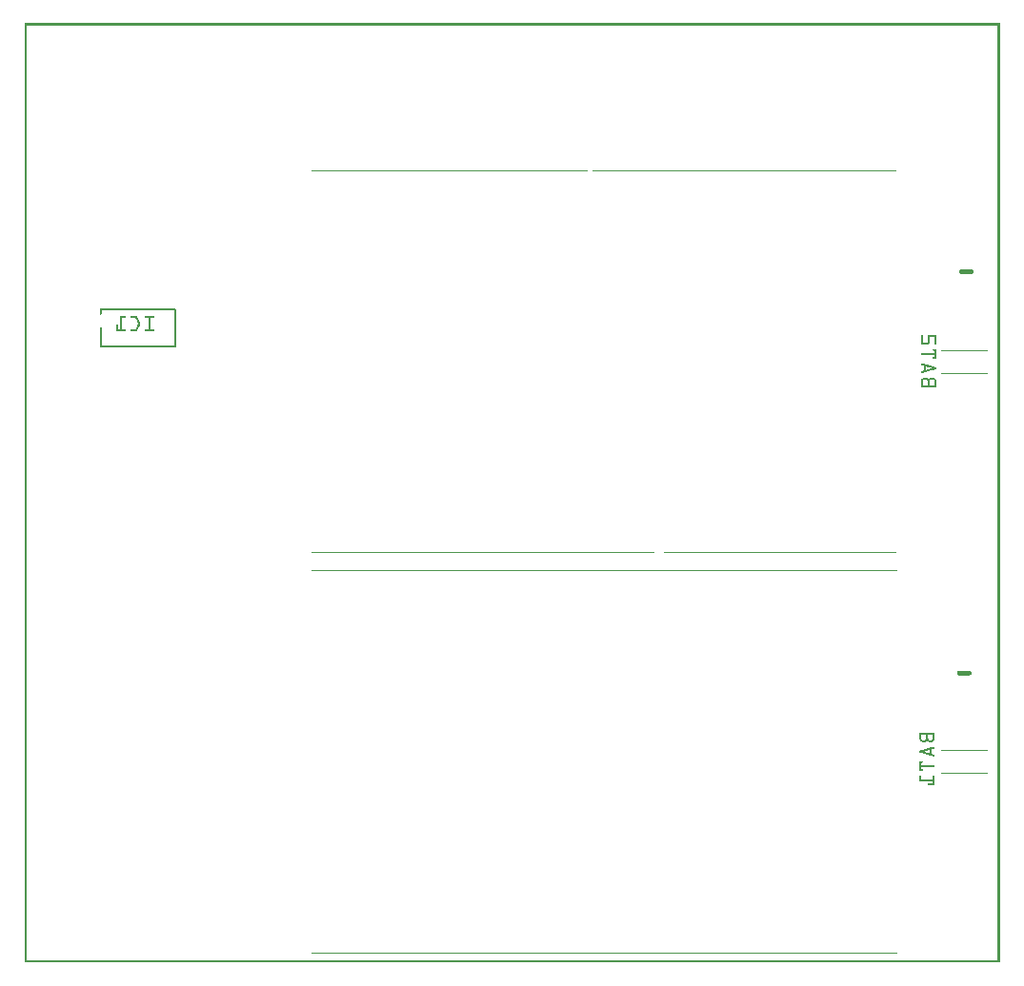
<source format=gbo>
G04 MADE WITH FRITZING*
G04 WWW.FRITZING.ORG*
G04 DOUBLE SIDED*
G04 HOLES PLATED*
G04 CONTOUR ON CENTER OF CONTOUR VECTOR*
%ASAXBY*%
%FSLAX23Y23*%
%MOIN*%
%OFA0B0*%
%SFA1.0B1.0*%
%ADD10C,0.002822*%
%ADD11C,0.001764*%
%ADD12C,0.008000*%
%ADD13R,0.001000X0.001000*%
%LNSILK0*%
G90*
G70*
G54D10*
X1004Y1374D02*
X3051Y1374D01*
D02*
X3051Y35D02*
X1004Y35D01*
G54D11*
D02*
X3366Y665D02*
X3209Y665D01*
D02*
X3366Y744D02*
X3209Y744D01*
D02*
X3366Y2065D02*
X3209Y2065D01*
D02*
X3366Y2144D02*
X3209Y2144D01*
G54D12*
D02*
X268Y2158D02*
X526Y2158D01*
D02*
X526Y2158D02*
X526Y2288D01*
D02*
X526Y2288D02*
X268Y2288D01*
G54D13*
X0Y3290D02*
X3412Y3290D01*
X0Y3289D02*
X3412Y3289D01*
X0Y3288D02*
X3412Y3288D01*
X0Y3287D02*
X3412Y3287D01*
X0Y3286D02*
X3412Y3286D01*
X0Y3285D02*
X3412Y3285D01*
X0Y3284D02*
X3412Y3284D01*
X0Y3283D02*
X3412Y3283D01*
X0Y3282D02*
X7Y3282D01*
X3405Y3282D02*
X3412Y3282D01*
X0Y3281D02*
X7Y3281D01*
X3405Y3281D02*
X3412Y3281D01*
X0Y3280D02*
X7Y3280D01*
X3405Y3280D02*
X3412Y3280D01*
X0Y3279D02*
X7Y3279D01*
X3405Y3279D02*
X3412Y3279D01*
X0Y3278D02*
X7Y3278D01*
X3405Y3278D02*
X3412Y3278D01*
X0Y3277D02*
X7Y3277D01*
X3405Y3277D02*
X3412Y3277D01*
X0Y3276D02*
X7Y3276D01*
X3405Y3276D02*
X3412Y3276D01*
X0Y3275D02*
X7Y3275D01*
X3405Y3275D02*
X3412Y3275D01*
X0Y3274D02*
X7Y3274D01*
X3405Y3274D02*
X3412Y3274D01*
X0Y3273D02*
X7Y3273D01*
X3405Y3273D02*
X3412Y3273D01*
X0Y3272D02*
X7Y3272D01*
X3405Y3272D02*
X3412Y3272D01*
X0Y3271D02*
X7Y3271D01*
X3405Y3271D02*
X3412Y3271D01*
X0Y3270D02*
X7Y3270D01*
X3405Y3270D02*
X3412Y3270D01*
X0Y3269D02*
X7Y3269D01*
X3405Y3269D02*
X3412Y3269D01*
X0Y3268D02*
X7Y3268D01*
X3405Y3268D02*
X3412Y3268D01*
X0Y3267D02*
X7Y3267D01*
X3405Y3267D02*
X3412Y3267D01*
X0Y3266D02*
X7Y3266D01*
X3405Y3266D02*
X3412Y3266D01*
X0Y3265D02*
X7Y3265D01*
X3405Y3265D02*
X3412Y3265D01*
X0Y3264D02*
X7Y3264D01*
X3405Y3264D02*
X3412Y3264D01*
X0Y3263D02*
X7Y3263D01*
X3405Y3263D02*
X3412Y3263D01*
X0Y3262D02*
X7Y3262D01*
X3405Y3262D02*
X3412Y3262D01*
X0Y3261D02*
X7Y3261D01*
X3405Y3261D02*
X3412Y3261D01*
X0Y3260D02*
X7Y3260D01*
X3405Y3260D02*
X3412Y3260D01*
X0Y3259D02*
X7Y3259D01*
X3405Y3259D02*
X3412Y3259D01*
X0Y3258D02*
X7Y3258D01*
X3405Y3258D02*
X3412Y3258D01*
X0Y3257D02*
X7Y3257D01*
X3405Y3257D02*
X3412Y3257D01*
X0Y3256D02*
X7Y3256D01*
X3405Y3256D02*
X3412Y3256D01*
X0Y3255D02*
X7Y3255D01*
X3405Y3255D02*
X3412Y3255D01*
X0Y3254D02*
X7Y3254D01*
X3405Y3254D02*
X3412Y3254D01*
X0Y3253D02*
X7Y3253D01*
X3405Y3253D02*
X3412Y3253D01*
X0Y3252D02*
X7Y3252D01*
X3405Y3252D02*
X3412Y3252D01*
X0Y3251D02*
X7Y3251D01*
X3405Y3251D02*
X3412Y3251D01*
X0Y3250D02*
X7Y3250D01*
X3405Y3250D02*
X3412Y3250D01*
X0Y3249D02*
X7Y3249D01*
X3405Y3249D02*
X3412Y3249D01*
X0Y3248D02*
X7Y3248D01*
X3405Y3248D02*
X3412Y3248D01*
X0Y3247D02*
X7Y3247D01*
X3405Y3247D02*
X3412Y3247D01*
X0Y3246D02*
X7Y3246D01*
X3405Y3246D02*
X3412Y3246D01*
X0Y3245D02*
X7Y3245D01*
X3405Y3245D02*
X3412Y3245D01*
X0Y3244D02*
X7Y3244D01*
X3405Y3244D02*
X3412Y3244D01*
X0Y3243D02*
X7Y3243D01*
X3405Y3243D02*
X3412Y3243D01*
X0Y3242D02*
X7Y3242D01*
X3405Y3242D02*
X3412Y3242D01*
X0Y3241D02*
X7Y3241D01*
X3405Y3241D02*
X3412Y3241D01*
X0Y3240D02*
X7Y3240D01*
X3405Y3240D02*
X3412Y3240D01*
X0Y3239D02*
X7Y3239D01*
X3405Y3239D02*
X3412Y3239D01*
X0Y3238D02*
X7Y3238D01*
X3405Y3238D02*
X3412Y3238D01*
X0Y3237D02*
X7Y3237D01*
X3405Y3237D02*
X3412Y3237D01*
X0Y3236D02*
X7Y3236D01*
X3405Y3236D02*
X3412Y3236D01*
X0Y3235D02*
X7Y3235D01*
X3405Y3235D02*
X3412Y3235D01*
X0Y3234D02*
X7Y3234D01*
X3405Y3234D02*
X3412Y3234D01*
X0Y3233D02*
X7Y3233D01*
X3405Y3233D02*
X3412Y3233D01*
X0Y3232D02*
X7Y3232D01*
X3405Y3232D02*
X3412Y3232D01*
X0Y3231D02*
X7Y3231D01*
X3405Y3231D02*
X3412Y3231D01*
X0Y3230D02*
X7Y3230D01*
X3405Y3230D02*
X3412Y3230D01*
X0Y3229D02*
X7Y3229D01*
X3405Y3229D02*
X3412Y3229D01*
X0Y3228D02*
X7Y3228D01*
X3405Y3228D02*
X3412Y3228D01*
X0Y3227D02*
X7Y3227D01*
X3405Y3227D02*
X3412Y3227D01*
X0Y3226D02*
X7Y3226D01*
X3405Y3226D02*
X3412Y3226D01*
X0Y3225D02*
X7Y3225D01*
X3405Y3225D02*
X3412Y3225D01*
X0Y3224D02*
X7Y3224D01*
X3405Y3224D02*
X3412Y3224D01*
X0Y3223D02*
X7Y3223D01*
X3405Y3223D02*
X3412Y3223D01*
X0Y3222D02*
X7Y3222D01*
X3405Y3222D02*
X3412Y3222D01*
X0Y3221D02*
X7Y3221D01*
X3405Y3221D02*
X3412Y3221D01*
X0Y3220D02*
X7Y3220D01*
X3405Y3220D02*
X3412Y3220D01*
X0Y3219D02*
X7Y3219D01*
X3405Y3219D02*
X3412Y3219D01*
X0Y3218D02*
X7Y3218D01*
X3405Y3218D02*
X3412Y3218D01*
X0Y3217D02*
X7Y3217D01*
X3405Y3217D02*
X3412Y3217D01*
X0Y3216D02*
X7Y3216D01*
X3405Y3216D02*
X3412Y3216D01*
X0Y3215D02*
X7Y3215D01*
X3405Y3215D02*
X3412Y3215D01*
X0Y3214D02*
X7Y3214D01*
X3405Y3214D02*
X3412Y3214D01*
X0Y3213D02*
X7Y3213D01*
X3405Y3213D02*
X3412Y3213D01*
X0Y3212D02*
X7Y3212D01*
X3405Y3212D02*
X3412Y3212D01*
X0Y3211D02*
X7Y3211D01*
X3405Y3211D02*
X3412Y3211D01*
X0Y3210D02*
X7Y3210D01*
X3405Y3210D02*
X3412Y3210D01*
X0Y3209D02*
X7Y3209D01*
X3405Y3209D02*
X3412Y3209D01*
X0Y3208D02*
X7Y3208D01*
X3405Y3208D02*
X3412Y3208D01*
X0Y3207D02*
X7Y3207D01*
X3405Y3207D02*
X3412Y3207D01*
X0Y3206D02*
X7Y3206D01*
X3405Y3206D02*
X3412Y3206D01*
X0Y3205D02*
X7Y3205D01*
X3405Y3205D02*
X3412Y3205D01*
X0Y3204D02*
X7Y3204D01*
X3405Y3204D02*
X3412Y3204D01*
X0Y3203D02*
X7Y3203D01*
X3405Y3203D02*
X3412Y3203D01*
X0Y3202D02*
X7Y3202D01*
X3405Y3202D02*
X3412Y3202D01*
X0Y3201D02*
X7Y3201D01*
X3405Y3201D02*
X3412Y3201D01*
X0Y3200D02*
X7Y3200D01*
X3405Y3200D02*
X3412Y3200D01*
X0Y3199D02*
X7Y3199D01*
X3405Y3199D02*
X3412Y3199D01*
X0Y3198D02*
X7Y3198D01*
X3405Y3198D02*
X3412Y3198D01*
X0Y3197D02*
X7Y3197D01*
X3405Y3197D02*
X3412Y3197D01*
X0Y3196D02*
X7Y3196D01*
X3405Y3196D02*
X3412Y3196D01*
X0Y3195D02*
X7Y3195D01*
X3405Y3195D02*
X3412Y3195D01*
X0Y3194D02*
X7Y3194D01*
X3405Y3194D02*
X3412Y3194D01*
X0Y3193D02*
X7Y3193D01*
X3405Y3193D02*
X3412Y3193D01*
X0Y3192D02*
X7Y3192D01*
X3405Y3192D02*
X3412Y3192D01*
X0Y3191D02*
X7Y3191D01*
X3405Y3191D02*
X3412Y3191D01*
X0Y3190D02*
X7Y3190D01*
X3405Y3190D02*
X3412Y3190D01*
X0Y3189D02*
X7Y3189D01*
X3405Y3189D02*
X3412Y3189D01*
X0Y3188D02*
X7Y3188D01*
X3405Y3188D02*
X3412Y3188D01*
X0Y3187D02*
X7Y3187D01*
X3405Y3187D02*
X3412Y3187D01*
X0Y3186D02*
X7Y3186D01*
X3405Y3186D02*
X3412Y3186D01*
X0Y3185D02*
X7Y3185D01*
X3405Y3185D02*
X3412Y3185D01*
X0Y3184D02*
X7Y3184D01*
X3405Y3184D02*
X3412Y3184D01*
X0Y3183D02*
X7Y3183D01*
X3405Y3183D02*
X3412Y3183D01*
X0Y3182D02*
X7Y3182D01*
X3405Y3182D02*
X3412Y3182D01*
X0Y3181D02*
X7Y3181D01*
X3405Y3181D02*
X3412Y3181D01*
X0Y3180D02*
X7Y3180D01*
X3405Y3180D02*
X3412Y3180D01*
X0Y3179D02*
X7Y3179D01*
X3405Y3179D02*
X3412Y3179D01*
X0Y3178D02*
X7Y3178D01*
X3405Y3178D02*
X3412Y3178D01*
X0Y3177D02*
X7Y3177D01*
X3405Y3177D02*
X3412Y3177D01*
X0Y3176D02*
X7Y3176D01*
X3405Y3176D02*
X3412Y3176D01*
X0Y3175D02*
X7Y3175D01*
X3405Y3175D02*
X3412Y3175D01*
X0Y3174D02*
X7Y3174D01*
X3405Y3174D02*
X3412Y3174D01*
X0Y3173D02*
X7Y3173D01*
X3405Y3173D02*
X3412Y3173D01*
X0Y3172D02*
X7Y3172D01*
X3405Y3172D02*
X3412Y3172D01*
X0Y3171D02*
X7Y3171D01*
X3405Y3171D02*
X3412Y3171D01*
X0Y3170D02*
X7Y3170D01*
X3405Y3170D02*
X3412Y3170D01*
X0Y3169D02*
X7Y3169D01*
X3405Y3169D02*
X3412Y3169D01*
X0Y3168D02*
X7Y3168D01*
X3405Y3168D02*
X3412Y3168D01*
X0Y3167D02*
X7Y3167D01*
X3405Y3167D02*
X3412Y3167D01*
X0Y3166D02*
X7Y3166D01*
X3405Y3166D02*
X3412Y3166D01*
X0Y3165D02*
X7Y3165D01*
X3405Y3165D02*
X3412Y3165D01*
X0Y3164D02*
X7Y3164D01*
X3405Y3164D02*
X3412Y3164D01*
X0Y3163D02*
X7Y3163D01*
X3405Y3163D02*
X3412Y3163D01*
X0Y3162D02*
X7Y3162D01*
X3405Y3162D02*
X3412Y3162D01*
X0Y3161D02*
X7Y3161D01*
X3405Y3161D02*
X3412Y3161D01*
X0Y3160D02*
X7Y3160D01*
X3405Y3160D02*
X3412Y3160D01*
X0Y3159D02*
X7Y3159D01*
X3405Y3159D02*
X3412Y3159D01*
X0Y3158D02*
X7Y3158D01*
X3405Y3158D02*
X3412Y3158D01*
X0Y3157D02*
X7Y3157D01*
X3405Y3157D02*
X3412Y3157D01*
X0Y3156D02*
X7Y3156D01*
X3405Y3156D02*
X3412Y3156D01*
X0Y3155D02*
X7Y3155D01*
X3405Y3155D02*
X3412Y3155D01*
X0Y3154D02*
X7Y3154D01*
X3405Y3154D02*
X3412Y3154D01*
X0Y3153D02*
X7Y3153D01*
X3405Y3153D02*
X3412Y3153D01*
X0Y3152D02*
X7Y3152D01*
X3405Y3152D02*
X3412Y3152D01*
X0Y3151D02*
X7Y3151D01*
X3405Y3151D02*
X3412Y3151D01*
X0Y3150D02*
X7Y3150D01*
X3405Y3150D02*
X3412Y3150D01*
X0Y3149D02*
X7Y3149D01*
X3405Y3149D02*
X3412Y3149D01*
X0Y3148D02*
X7Y3148D01*
X3405Y3148D02*
X3412Y3148D01*
X0Y3147D02*
X7Y3147D01*
X3405Y3147D02*
X3412Y3147D01*
X0Y3146D02*
X7Y3146D01*
X3405Y3146D02*
X3412Y3146D01*
X0Y3145D02*
X7Y3145D01*
X3405Y3145D02*
X3412Y3145D01*
X0Y3144D02*
X7Y3144D01*
X3405Y3144D02*
X3412Y3144D01*
X0Y3143D02*
X7Y3143D01*
X3405Y3143D02*
X3412Y3143D01*
X0Y3142D02*
X7Y3142D01*
X3405Y3142D02*
X3412Y3142D01*
X0Y3141D02*
X7Y3141D01*
X3405Y3141D02*
X3412Y3141D01*
X0Y3140D02*
X7Y3140D01*
X3405Y3140D02*
X3412Y3140D01*
X0Y3139D02*
X7Y3139D01*
X3405Y3139D02*
X3412Y3139D01*
X0Y3138D02*
X7Y3138D01*
X3405Y3138D02*
X3412Y3138D01*
X0Y3137D02*
X7Y3137D01*
X3405Y3137D02*
X3412Y3137D01*
X0Y3136D02*
X7Y3136D01*
X3405Y3136D02*
X3412Y3136D01*
X0Y3135D02*
X7Y3135D01*
X3405Y3135D02*
X3412Y3135D01*
X0Y3134D02*
X7Y3134D01*
X3405Y3134D02*
X3412Y3134D01*
X0Y3133D02*
X7Y3133D01*
X3405Y3133D02*
X3412Y3133D01*
X0Y3132D02*
X7Y3132D01*
X3405Y3132D02*
X3412Y3132D01*
X0Y3131D02*
X7Y3131D01*
X3405Y3131D02*
X3412Y3131D01*
X0Y3130D02*
X7Y3130D01*
X3405Y3130D02*
X3412Y3130D01*
X0Y3129D02*
X7Y3129D01*
X3405Y3129D02*
X3412Y3129D01*
X0Y3128D02*
X7Y3128D01*
X3405Y3128D02*
X3412Y3128D01*
X0Y3127D02*
X7Y3127D01*
X3405Y3127D02*
X3412Y3127D01*
X0Y3126D02*
X7Y3126D01*
X3405Y3126D02*
X3412Y3126D01*
X0Y3125D02*
X7Y3125D01*
X3405Y3125D02*
X3412Y3125D01*
X0Y3124D02*
X7Y3124D01*
X3405Y3124D02*
X3412Y3124D01*
X0Y3123D02*
X7Y3123D01*
X3405Y3123D02*
X3412Y3123D01*
X0Y3122D02*
X7Y3122D01*
X3405Y3122D02*
X3412Y3122D01*
X0Y3121D02*
X7Y3121D01*
X3405Y3121D02*
X3412Y3121D01*
X0Y3120D02*
X7Y3120D01*
X3405Y3120D02*
X3412Y3120D01*
X0Y3119D02*
X7Y3119D01*
X3405Y3119D02*
X3412Y3119D01*
X0Y3118D02*
X7Y3118D01*
X3405Y3118D02*
X3412Y3118D01*
X0Y3117D02*
X7Y3117D01*
X3405Y3117D02*
X3412Y3117D01*
X0Y3116D02*
X7Y3116D01*
X3405Y3116D02*
X3412Y3116D01*
X0Y3115D02*
X7Y3115D01*
X3405Y3115D02*
X3412Y3115D01*
X0Y3114D02*
X7Y3114D01*
X3405Y3114D02*
X3412Y3114D01*
X0Y3113D02*
X7Y3113D01*
X3405Y3113D02*
X3412Y3113D01*
X0Y3112D02*
X7Y3112D01*
X3405Y3112D02*
X3412Y3112D01*
X0Y3111D02*
X7Y3111D01*
X3405Y3111D02*
X3412Y3111D01*
X0Y3110D02*
X7Y3110D01*
X3405Y3110D02*
X3412Y3110D01*
X0Y3109D02*
X7Y3109D01*
X3405Y3109D02*
X3412Y3109D01*
X0Y3108D02*
X7Y3108D01*
X3405Y3108D02*
X3412Y3108D01*
X0Y3107D02*
X7Y3107D01*
X3405Y3107D02*
X3412Y3107D01*
X0Y3106D02*
X7Y3106D01*
X3405Y3106D02*
X3412Y3106D01*
X0Y3105D02*
X7Y3105D01*
X3405Y3105D02*
X3412Y3105D01*
X0Y3104D02*
X7Y3104D01*
X3405Y3104D02*
X3412Y3104D01*
X0Y3103D02*
X7Y3103D01*
X3405Y3103D02*
X3412Y3103D01*
X0Y3102D02*
X7Y3102D01*
X3405Y3102D02*
X3412Y3102D01*
X0Y3101D02*
X7Y3101D01*
X3405Y3101D02*
X3412Y3101D01*
X0Y3100D02*
X7Y3100D01*
X3405Y3100D02*
X3412Y3100D01*
X0Y3099D02*
X7Y3099D01*
X3405Y3099D02*
X3412Y3099D01*
X0Y3098D02*
X7Y3098D01*
X3405Y3098D02*
X3412Y3098D01*
X0Y3097D02*
X7Y3097D01*
X3405Y3097D02*
X3412Y3097D01*
X0Y3096D02*
X7Y3096D01*
X3405Y3096D02*
X3412Y3096D01*
X0Y3095D02*
X7Y3095D01*
X3405Y3095D02*
X3412Y3095D01*
X0Y3094D02*
X7Y3094D01*
X3405Y3094D02*
X3412Y3094D01*
X0Y3093D02*
X7Y3093D01*
X3405Y3093D02*
X3412Y3093D01*
X0Y3092D02*
X7Y3092D01*
X3405Y3092D02*
X3412Y3092D01*
X0Y3091D02*
X7Y3091D01*
X3405Y3091D02*
X3412Y3091D01*
X0Y3090D02*
X7Y3090D01*
X3405Y3090D02*
X3412Y3090D01*
X0Y3089D02*
X7Y3089D01*
X3405Y3089D02*
X3412Y3089D01*
X0Y3088D02*
X7Y3088D01*
X3405Y3088D02*
X3412Y3088D01*
X0Y3087D02*
X7Y3087D01*
X3405Y3087D02*
X3412Y3087D01*
X0Y3086D02*
X7Y3086D01*
X3405Y3086D02*
X3412Y3086D01*
X0Y3085D02*
X7Y3085D01*
X3405Y3085D02*
X3412Y3085D01*
X0Y3084D02*
X7Y3084D01*
X3405Y3084D02*
X3412Y3084D01*
X0Y3083D02*
X7Y3083D01*
X3405Y3083D02*
X3412Y3083D01*
X0Y3082D02*
X7Y3082D01*
X3405Y3082D02*
X3412Y3082D01*
X0Y3081D02*
X7Y3081D01*
X3405Y3081D02*
X3412Y3081D01*
X0Y3080D02*
X7Y3080D01*
X3405Y3080D02*
X3412Y3080D01*
X0Y3079D02*
X7Y3079D01*
X3405Y3079D02*
X3412Y3079D01*
X0Y3078D02*
X7Y3078D01*
X3405Y3078D02*
X3412Y3078D01*
X0Y3077D02*
X7Y3077D01*
X3405Y3077D02*
X3412Y3077D01*
X0Y3076D02*
X7Y3076D01*
X3405Y3076D02*
X3412Y3076D01*
X0Y3075D02*
X7Y3075D01*
X3405Y3075D02*
X3412Y3075D01*
X0Y3074D02*
X7Y3074D01*
X3405Y3074D02*
X3412Y3074D01*
X0Y3073D02*
X7Y3073D01*
X3405Y3073D02*
X3412Y3073D01*
X0Y3072D02*
X7Y3072D01*
X3405Y3072D02*
X3412Y3072D01*
X0Y3071D02*
X7Y3071D01*
X3405Y3071D02*
X3412Y3071D01*
X0Y3070D02*
X7Y3070D01*
X3405Y3070D02*
X3412Y3070D01*
X0Y3069D02*
X7Y3069D01*
X3405Y3069D02*
X3412Y3069D01*
X0Y3068D02*
X7Y3068D01*
X3405Y3068D02*
X3412Y3068D01*
X0Y3067D02*
X7Y3067D01*
X3405Y3067D02*
X3412Y3067D01*
X0Y3066D02*
X7Y3066D01*
X3405Y3066D02*
X3412Y3066D01*
X0Y3065D02*
X7Y3065D01*
X3405Y3065D02*
X3412Y3065D01*
X0Y3064D02*
X7Y3064D01*
X3405Y3064D02*
X3412Y3064D01*
X0Y3063D02*
X7Y3063D01*
X3405Y3063D02*
X3412Y3063D01*
X0Y3062D02*
X7Y3062D01*
X3405Y3062D02*
X3412Y3062D01*
X0Y3061D02*
X7Y3061D01*
X3405Y3061D02*
X3412Y3061D01*
X0Y3060D02*
X7Y3060D01*
X3405Y3060D02*
X3412Y3060D01*
X0Y3059D02*
X7Y3059D01*
X3405Y3059D02*
X3412Y3059D01*
X0Y3058D02*
X7Y3058D01*
X3405Y3058D02*
X3412Y3058D01*
X0Y3057D02*
X7Y3057D01*
X3405Y3057D02*
X3412Y3057D01*
X0Y3056D02*
X7Y3056D01*
X3405Y3056D02*
X3412Y3056D01*
X0Y3055D02*
X7Y3055D01*
X3405Y3055D02*
X3412Y3055D01*
X0Y3054D02*
X7Y3054D01*
X3405Y3054D02*
X3412Y3054D01*
X0Y3053D02*
X7Y3053D01*
X3405Y3053D02*
X3412Y3053D01*
X0Y3052D02*
X7Y3052D01*
X3405Y3052D02*
X3412Y3052D01*
X0Y3051D02*
X7Y3051D01*
X3405Y3051D02*
X3412Y3051D01*
X0Y3050D02*
X7Y3050D01*
X3405Y3050D02*
X3412Y3050D01*
X0Y3049D02*
X7Y3049D01*
X3405Y3049D02*
X3412Y3049D01*
X0Y3048D02*
X7Y3048D01*
X3405Y3048D02*
X3412Y3048D01*
X0Y3047D02*
X7Y3047D01*
X3405Y3047D02*
X3412Y3047D01*
X0Y3046D02*
X7Y3046D01*
X3405Y3046D02*
X3412Y3046D01*
X0Y3045D02*
X7Y3045D01*
X3405Y3045D02*
X3412Y3045D01*
X0Y3044D02*
X7Y3044D01*
X3405Y3044D02*
X3412Y3044D01*
X0Y3043D02*
X7Y3043D01*
X3405Y3043D02*
X3412Y3043D01*
X0Y3042D02*
X7Y3042D01*
X3405Y3042D02*
X3412Y3042D01*
X0Y3041D02*
X7Y3041D01*
X3405Y3041D02*
X3412Y3041D01*
X0Y3040D02*
X7Y3040D01*
X3405Y3040D02*
X3412Y3040D01*
X0Y3039D02*
X7Y3039D01*
X3405Y3039D02*
X3412Y3039D01*
X0Y3038D02*
X7Y3038D01*
X3405Y3038D02*
X3412Y3038D01*
X0Y3037D02*
X7Y3037D01*
X3405Y3037D02*
X3412Y3037D01*
X0Y3036D02*
X7Y3036D01*
X3405Y3036D02*
X3412Y3036D01*
X0Y3035D02*
X7Y3035D01*
X3405Y3035D02*
X3412Y3035D01*
X0Y3034D02*
X7Y3034D01*
X3405Y3034D02*
X3412Y3034D01*
X0Y3033D02*
X7Y3033D01*
X3405Y3033D02*
X3412Y3033D01*
X0Y3032D02*
X7Y3032D01*
X3405Y3032D02*
X3412Y3032D01*
X0Y3031D02*
X7Y3031D01*
X3405Y3031D02*
X3412Y3031D01*
X0Y3030D02*
X7Y3030D01*
X3405Y3030D02*
X3412Y3030D01*
X0Y3029D02*
X7Y3029D01*
X3405Y3029D02*
X3412Y3029D01*
X0Y3028D02*
X7Y3028D01*
X3405Y3028D02*
X3412Y3028D01*
X0Y3027D02*
X7Y3027D01*
X3405Y3027D02*
X3412Y3027D01*
X0Y3026D02*
X7Y3026D01*
X3405Y3026D02*
X3412Y3026D01*
X0Y3025D02*
X7Y3025D01*
X3405Y3025D02*
X3412Y3025D01*
X0Y3024D02*
X7Y3024D01*
X3405Y3024D02*
X3412Y3024D01*
X0Y3023D02*
X7Y3023D01*
X3405Y3023D02*
X3412Y3023D01*
X0Y3022D02*
X7Y3022D01*
X3405Y3022D02*
X3412Y3022D01*
X0Y3021D02*
X7Y3021D01*
X3405Y3021D02*
X3412Y3021D01*
X0Y3020D02*
X7Y3020D01*
X3405Y3020D02*
X3412Y3020D01*
X0Y3019D02*
X7Y3019D01*
X3405Y3019D02*
X3412Y3019D01*
X0Y3018D02*
X7Y3018D01*
X3405Y3018D02*
X3412Y3018D01*
X0Y3017D02*
X7Y3017D01*
X3405Y3017D02*
X3412Y3017D01*
X0Y3016D02*
X7Y3016D01*
X3405Y3016D02*
X3412Y3016D01*
X0Y3015D02*
X7Y3015D01*
X3405Y3015D02*
X3412Y3015D01*
X0Y3014D02*
X7Y3014D01*
X3405Y3014D02*
X3412Y3014D01*
X0Y3013D02*
X7Y3013D01*
X3405Y3013D02*
X3412Y3013D01*
X0Y3012D02*
X7Y3012D01*
X3405Y3012D02*
X3412Y3012D01*
X0Y3011D02*
X7Y3011D01*
X3405Y3011D02*
X3412Y3011D01*
X0Y3010D02*
X7Y3010D01*
X3405Y3010D02*
X3412Y3010D01*
X0Y3009D02*
X7Y3009D01*
X3405Y3009D02*
X3412Y3009D01*
X0Y3008D02*
X7Y3008D01*
X3405Y3008D02*
X3412Y3008D01*
X0Y3007D02*
X7Y3007D01*
X3405Y3007D02*
X3412Y3007D01*
X0Y3006D02*
X7Y3006D01*
X3405Y3006D02*
X3412Y3006D01*
X0Y3005D02*
X7Y3005D01*
X3405Y3005D02*
X3412Y3005D01*
X0Y3004D02*
X7Y3004D01*
X3405Y3004D02*
X3412Y3004D01*
X0Y3003D02*
X7Y3003D01*
X3405Y3003D02*
X3412Y3003D01*
X0Y3002D02*
X7Y3002D01*
X3405Y3002D02*
X3412Y3002D01*
X0Y3001D02*
X7Y3001D01*
X3405Y3001D02*
X3412Y3001D01*
X0Y3000D02*
X7Y3000D01*
X3405Y3000D02*
X3412Y3000D01*
X0Y2999D02*
X7Y2999D01*
X3405Y2999D02*
X3412Y2999D01*
X0Y2998D02*
X7Y2998D01*
X3405Y2998D02*
X3412Y2998D01*
X0Y2997D02*
X7Y2997D01*
X3405Y2997D02*
X3412Y2997D01*
X0Y2996D02*
X7Y2996D01*
X3405Y2996D02*
X3412Y2996D01*
X0Y2995D02*
X7Y2995D01*
X3405Y2995D02*
X3412Y2995D01*
X0Y2994D02*
X7Y2994D01*
X3405Y2994D02*
X3412Y2994D01*
X0Y2993D02*
X7Y2993D01*
X3405Y2993D02*
X3412Y2993D01*
X0Y2992D02*
X7Y2992D01*
X3405Y2992D02*
X3412Y2992D01*
X0Y2991D02*
X7Y2991D01*
X3405Y2991D02*
X3412Y2991D01*
X0Y2990D02*
X7Y2990D01*
X3405Y2990D02*
X3412Y2990D01*
X0Y2989D02*
X7Y2989D01*
X3405Y2989D02*
X3412Y2989D01*
X0Y2988D02*
X7Y2988D01*
X3405Y2988D02*
X3412Y2988D01*
X0Y2987D02*
X7Y2987D01*
X3405Y2987D02*
X3412Y2987D01*
X0Y2986D02*
X7Y2986D01*
X3405Y2986D02*
X3412Y2986D01*
X0Y2985D02*
X7Y2985D01*
X3405Y2985D02*
X3412Y2985D01*
X0Y2984D02*
X7Y2984D01*
X3405Y2984D02*
X3412Y2984D01*
X0Y2983D02*
X7Y2983D01*
X3405Y2983D02*
X3412Y2983D01*
X0Y2982D02*
X7Y2982D01*
X3405Y2982D02*
X3412Y2982D01*
X0Y2981D02*
X7Y2981D01*
X3405Y2981D02*
X3412Y2981D01*
X0Y2980D02*
X7Y2980D01*
X3405Y2980D02*
X3412Y2980D01*
X0Y2979D02*
X7Y2979D01*
X3405Y2979D02*
X3412Y2979D01*
X0Y2978D02*
X7Y2978D01*
X3405Y2978D02*
X3412Y2978D01*
X0Y2977D02*
X7Y2977D01*
X3405Y2977D02*
X3412Y2977D01*
X0Y2976D02*
X7Y2976D01*
X3405Y2976D02*
X3412Y2976D01*
X0Y2975D02*
X7Y2975D01*
X3405Y2975D02*
X3412Y2975D01*
X0Y2974D02*
X7Y2974D01*
X3405Y2974D02*
X3412Y2974D01*
X0Y2973D02*
X7Y2973D01*
X3405Y2973D02*
X3412Y2973D01*
X0Y2972D02*
X7Y2972D01*
X3405Y2972D02*
X3412Y2972D01*
X0Y2971D02*
X7Y2971D01*
X3405Y2971D02*
X3412Y2971D01*
X0Y2970D02*
X7Y2970D01*
X3405Y2970D02*
X3412Y2970D01*
X0Y2969D02*
X7Y2969D01*
X3405Y2969D02*
X3412Y2969D01*
X0Y2968D02*
X7Y2968D01*
X3405Y2968D02*
X3412Y2968D01*
X0Y2967D02*
X7Y2967D01*
X3405Y2967D02*
X3412Y2967D01*
X0Y2966D02*
X7Y2966D01*
X3405Y2966D02*
X3412Y2966D01*
X0Y2965D02*
X7Y2965D01*
X3405Y2965D02*
X3412Y2965D01*
X0Y2964D02*
X7Y2964D01*
X3405Y2964D02*
X3412Y2964D01*
X0Y2963D02*
X7Y2963D01*
X3405Y2963D02*
X3412Y2963D01*
X0Y2962D02*
X7Y2962D01*
X3405Y2962D02*
X3412Y2962D01*
X0Y2961D02*
X7Y2961D01*
X3405Y2961D02*
X3412Y2961D01*
X0Y2960D02*
X7Y2960D01*
X3405Y2960D02*
X3412Y2960D01*
X0Y2959D02*
X7Y2959D01*
X3405Y2959D02*
X3412Y2959D01*
X0Y2958D02*
X7Y2958D01*
X3405Y2958D02*
X3412Y2958D01*
X0Y2957D02*
X7Y2957D01*
X3405Y2957D02*
X3412Y2957D01*
X0Y2956D02*
X7Y2956D01*
X3405Y2956D02*
X3412Y2956D01*
X0Y2955D02*
X7Y2955D01*
X3405Y2955D02*
X3412Y2955D01*
X0Y2954D02*
X7Y2954D01*
X3405Y2954D02*
X3412Y2954D01*
X0Y2953D02*
X7Y2953D01*
X3405Y2953D02*
X3412Y2953D01*
X0Y2952D02*
X7Y2952D01*
X3405Y2952D02*
X3412Y2952D01*
X0Y2951D02*
X7Y2951D01*
X3405Y2951D02*
X3412Y2951D01*
X0Y2950D02*
X7Y2950D01*
X3405Y2950D02*
X3412Y2950D01*
X0Y2949D02*
X7Y2949D01*
X3405Y2949D02*
X3412Y2949D01*
X0Y2948D02*
X7Y2948D01*
X3405Y2948D02*
X3412Y2948D01*
X0Y2947D02*
X7Y2947D01*
X3405Y2947D02*
X3412Y2947D01*
X0Y2946D02*
X7Y2946D01*
X3405Y2946D02*
X3412Y2946D01*
X0Y2945D02*
X7Y2945D01*
X3405Y2945D02*
X3412Y2945D01*
X0Y2944D02*
X7Y2944D01*
X3405Y2944D02*
X3412Y2944D01*
X0Y2943D02*
X7Y2943D01*
X3405Y2943D02*
X3412Y2943D01*
X0Y2942D02*
X7Y2942D01*
X3405Y2942D02*
X3412Y2942D01*
X0Y2941D02*
X7Y2941D01*
X3405Y2941D02*
X3412Y2941D01*
X0Y2940D02*
X7Y2940D01*
X3405Y2940D02*
X3412Y2940D01*
X0Y2939D02*
X7Y2939D01*
X3405Y2939D02*
X3412Y2939D01*
X0Y2938D02*
X7Y2938D01*
X3405Y2938D02*
X3412Y2938D01*
X0Y2937D02*
X7Y2937D01*
X3405Y2937D02*
X3412Y2937D01*
X0Y2936D02*
X7Y2936D01*
X3405Y2936D02*
X3412Y2936D01*
X0Y2935D02*
X7Y2935D01*
X3405Y2935D02*
X3412Y2935D01*
X0Y2934D02*
X7Y2934D01*
X3405Y2934D02*
X3412Y2934D01*
X0Y2933D02*
X7Y2933D01*
X3405Y2933D02*
X3412Y2933D01*
X0Y2932D02*
X7Y2932D01*
X3405Y2932D02*
X3412Y2932D01*
X0Y2931D02*
X7Y2931D01*
X3405Y2931D02*
X3412Y2931D01*
X0Y2930D02*
X7Y2930D01*
X3405Y2930D02*
X3412Y2930D01*
X0Y2929D02*
X7Y2929D01*
X3405Y2929D02*
X3412Y2929D01*
X0Y2928D02*
X7Y2928D01*
X3405Y2928D02*
X3412Y2928D01*
X0Y2927D02*
X7Y2927D01*
X3405Y2927D02*
X3412Y2927D01*
X0Y2926D02*
X7Y2926D01*
X3405Y2926D02*
X3412Y2926D01*
X0Y2925D02*
X7Y2925D01*
X3405Y2925D02*
X3412Y2925D01*
X0Y2924D02*
X7Y2924D01*
X3405Y2924D02*
X3412Y2924D01*
X0Y2923D02*
X7Y2923D01*
X3405Y2923D02*
X3412Y2923D01*
X0Y2922D02*
X7Y2922D01*
X3405Y2922D02*
X3412Y2922D01*
X0Y2921D02*
X7Y2921D01*
X3405Y2921D02*
X3412Y2921D01*
X0Y2920D02*
X7Y2920D01*
X3405Y2920D02*
X3412Y2920D01*
X0Y2919D02*
X7Y2919D01*
X3405Y2919D02*
X3412Y2919D01*
X0Y2918D02*
X7Y2918D01*
X3405Y2918D02*
X3412Y2918D01*
X0Y2917D02*
X7Y2917D01*
X3405Y2917D02*
X3412Y2917D01*
X0Y2916D02*
X7Y2916D01*
X3405Y2916D02*
X3412Y2916D01*
X0Y2915D02*
X7Y2915D01*
X3405Y2915D02*
X3412Y2915D01*
X0Y2914D02*
X7Y2914D01*
X3405Y2914D02*
X3412Y2914D01*
X0Y2913D02*
X7Y2913D01*
X3405Y2913D02*
X3412Y2913D01*
X0Y2912D02*
X7Y2912D01*
X3405Y2912D02*
X3412Y2912D01*
X0Y2911D02*
X7Y2911D01*
X3405Y2911D02*
X3412Y2911D01*
X0Y2910D02*
X7Y2910D01*
X3405Y2910D02*
X3412Y2910D01*
X0Y2909D02*
X7Y2909D01*
X3405Y2909D02*
X3412Y2909D01*
X0Y2908D02*
X7Y2908D01*
X3405Y2908D02*
X3412Y2908D01*
X0Y2907D02*
X7Y2907D01*
X3405Y2907D02*
X3412Y2907D01*
X0Y2906D02*
X7Y2906D01*
X3405Y2906D02*
X3412Y2906D01*
X0Y2905D02*
X7Y2905D01*
X3405Y2905D02*
X3412Y2905D01*
X0Y2904D02*
X7Y2904D01*
X3405Y2904D02*
X3412Y2904D01*
X0Y2903D02*
X7Y2903D01*
X3405Y2903D02*
X3412Y2903D01*
X0Y2902D02*
X7Y2902D01*
X3405Y2902D02*
X3412Y2902D01*
X0Y2901D02*
X7Y2901D01*
X3405Y2901D02*
X3412Y2901D01*
X0Y2900D02*
X7Y2900D01*
X3405Y2900D02*
X3412Y2900D01*
X0Y2899D02*
X7Y2899D01*
X3405Y2899D02*
X3412Y2899D01*
X0Y2898D02*
X7Y2898D01*
X3405Y2898D02*
X3412Y2898D01*
X0Y2897D02*
X7Y2897D01*
X3405Y2897D02*
X3412Y2897D01*
X0Y2896D02*
X7Y2896D01*
X3405Y2896D02*
X3412Y2896D01*
X0Y2895D02*
X7Y2895D01*
X3405Y2895D02*
X3412Y2895D01*
X0Y2894D02*
X7Y2894D01*
X3405Y2894D02*
X3412Y2894D01*
X0Y2893D02*
X7Y2893D01*
X3405Y2893D02*
X3412Y2893D01*
X0Y2892D02*
X7Y2892D01*
X3405Y2892D02*
X3412Y2892D01*
X0Y2891D02*
X7Y2891D01*
X3405Y2891D02*
X3412Y2891D01*
X0Y2890D02*
X7Y2890D01*
X3405Y2890D02*
X3412Y2890D01*
X0Y2889D02*
X7Y2889D01*
X3405Y2889D02*
X3412Y2889D01*
X0Y2888D02*
X7Y2888D01*
X3405Y2888D02*
X3412Y2888D01*
X0Y2887D02*
X7Y2887D01*
X3405Y2887D02*
X3412Y2887D01*
X0Y2886D02*
X7Y2886D01*
X3405Y2886D02*
X3412Y2886D01*
X0Y2885D02*
X7Y2885D01*
X3405Y2885D02*
X3412Y2885D01*
X0Y2884D02*
X7Y2884D01*
X3405Y2884D02*
X3412Y2884D01*
X0Y2883D02*
X7Y2883D01*
X3405Y2883D02*
X3412Y2883D01*
X0Y2882D02*
X7Y2882D01*
X3405Y2882D02*
X3412Y2882D01*
X0Y2881D02*
X7Y2881D01*
X3405Y2881D02*
X3412Y2881D01*
X0Y2880D02*
X7Y2880D01*
X3405Y2880D02*
X3412Y2880D01*
X0Y2879D02*
X7Y2879D01*
X3405Y2879D02*
X3412Y2879D01*
X0Y2878D02*
X7Y2878D01*
X3405Y2878D02*
X3412Y2878D01*
X0Y2877D02*
X7Y2877D01*
X3405Y2877D02*
X3412Y2877D01*
X0Y2876D02*
X7Y2876D01*
X3405Y2876D02*
X3412Y2876D01*
X0Y2875D02*
X7Y2875D01*
X3405Y2875D02*
X3412Y2875D01*
X0Y2874D02*
X7Y2874D01*
X3405Y2874D02*
X3412Y2874D01*
X0Y2873D02*
X7Y2873D01*
X3405Y2873D02*
X3412Y2873D01*
X0Y2872D02*
X7Y2872D01*
X3405Y2872D02*
X3412Y2872D01*
X0Y2871D02*
X7Y2871D01*
X3405Y2871D02*
X3412Y2871D01*
X0Y2870D02*
X7Y2870D01*
X3405Y2870D02*
X3412Y2870D01*
X0Y2869D02*
X7Y2869D01*
X3405Y2869D02*
X3412Y2869D01*
X0Y2868D02*
X7Y2868D01*
X3405Y2868D02*
X3412Y2868D01*
X0Y2867D02*
X7Y2867D01*
X3405Y2867D02*
X3412Y2867D01*
X0Y2866D02*
X7Y2866D01*
X3405Y2866D02*
X3412Y2866D01*
X0Y2865D02*
X7Y2865D01*
X3405Y2865D02*
X3412Y2865D01*
X0Y2864D02*
X7Y2864D01*
X3405Y2864D02*
X3412Y2864D01*
X0Y2863D02*
X7Y2863D01*
X3405Y2863D02*
X3412Y2863D01*
X0Y2862D02*
X7Y2862D01*
X3405Y2862D02*
X3412Y2862D01*
X0Y2861D02*
X7Y2861D01*
X3405Y2861D02*
X3412Y2861D01*
X0Y2860D02*
X7Y2860D01*
X3405Y2860D02*
X3412Y2860D01*
X0Y2859D02*
X7Y2859D01*
X3405Y2859D02*
X3412Y2859D01*
X0Y2858D02*
X7Y2858D01*
X3405Y2858D02*
X3412Y2858D01*
X0Y2857D02*
X7Y2857D01*
X3405Y2857D02*
X3412Y2857D01*
X0Y2856D02*
X7Y2856D01*
X3405Y2856D02*
X3412Y2856D01*
X0Y2855D02*
X7Y2855D01*
X3405Y2855D02*
X3412Y2855D01*
X0Y2854D02*
X7Y2854D01*
X3405Y2854D02*
X3412Y2854D01*
X0Y2853D02*
X7Y2853D01*
X3405Y2853D02*
X3412Y2853D01*
X0Y2852D02*
X7Y2852D01*
X3405Y2852D02*
X3412Y2852D01*
X0Y2851D02*
X7Y2851D01*
X3405Y2851D02*
X3412Y2851D01*
X0Y2850D02*
X7Y2850D01*
X3405Y2850D02*
X3412Y2850D01*
X0Y2849D02*
X7Y2849D01*
X3405Y2849D02*
X3412Y2849D01*
X0Y2848D02*
X7Y2848D01*
X3405Y2848D02*
X3412Y2848D01*
X0Y2847D02*
X7Y2847D01*
X3405Y2847D02*
X3412Y2847D01*
X0Y2846D02*
X7Y2846D01*
X3405Y2846D02*
X3412Y2846D01*
X0Y2845D02*
X7Y2845D01*
X3405Y2845D02*
X3412Y2845D01*
X0Y2844D02*
X7Y2844D01*
X3405Y2844D02*
X3412Y2844D01*
X0Y2843D02*
X7Y2843D01*
X3405Y2843D02*
X3412Y2843D01*
X0Y2842D02*
X7Y2842D01*
X3405Y2842D02*
X3412Y2842D01*
X0Y2841D02*
X7Y2841D01*
X3405Y2841D02*
X3412Y2841D01*
X0Y2840D02*
X7Y2840D01*
X3405Y2840D02*
X3412Y2840D01*
X0Y2839D02*
X7Y2839D01*
X3405Y2839D02*
X3412Y2839D01*
X0Y2838D02*
X7Y2838D01*
X3405Y2838D02*
X3412Y2838D01*
X0Y2837D02*
X7Y2837D01*
X3405Y2837D02*
X3412Y2837D01*
X0Y2836D02*
X7Y2836D01*
X3405Y2836D02*
X3412Y2836D01*
X0Y2835D02*
X7Y2835D01*
X3405Y2835D02*
X3412Y2835D01*
X0Y2834D02*
X7Y2834D01*
X3405Y2834D02*
X3412Y2834D01*
X0Y2833D02*
X7Y2833D01*
X3405Y2833D02*
X3412Y2833D01*
X0Y2832D02*
X7Y2832D01*
X3405Y2832D02*
X3412Y2832D01*
X0Y2831D02*
X7Y2831D01*
X3405Y2831D02*
X3412Y2831D01*
X0Y2830D02*
X7Y2830D01*
X3405Y2830D02*
X3412Y2830D01*
X0Y2829D02*
X7Y2829D01*
X3405Y2829D02*
X3412Y2829D01*
X0Y2828D02*
X7Y2828D01*
X3405Y2828D02*
X3412Y2828D01*
X0Y2827D02*
X7Y2827D01*
X3405Y2827D02*
X3412Y2827D01*
X0Y2826D02*
X7Y2826D01*
X3405Y2826D02*
X3412Y2826D01*
X0Y2825D02*
X7Y2825D01*
X3405Y2825D02*
X3412Y2825D01*
X0Y2824D02*
X7Y2824D01*
X3405Y2824D02*
X3412Y2824D01*
X0Y2823D02*
X7Y2823D01*
X3405Y2823D02*
X3412Y2823D01*
X0Y2822D02*
X7Y2822D01*
X3405Y2822D02*
X3412Y2822D01*
X0Y2821D02*
X7Y2821D01*
X3405Y2821D02*
X3412Y2821D01*
X0Y2820D02*
X7Y2820D01*
X3405Y2820D02*
X3412Y2820D01*
X0Y2819D02*
X7Y2819D01*
X3405Y2819D02*
X3412Y2819D01*
X0Y2818D02*
X7Y2818D01*
X3405Y2818D02*
X3412Y2818D01*
X0Y2817D02*
X7Y2817D01*
X3405Y2817D02*
X3412Y2817D01*
X0Y2816D02*
X7Y2816D01*
X3405Y2816D02*
X3412Y2816D01*
X0Y2815D02*
X7Y2815D01*
X3405Y2815D02*
X3412Y2815D01*
X0Y2814D02*
X7Y2814D01*
X3405Y2814D02*
X3412Y2814D01*
X0Y2813D02*
X7Y2813D01*
X3405Y2813D02*
X3412Y2813D01*
X0Y2812D02*
X7Y2812D01*
X3405Y2812D02*
X3412Y2812D01*
X0Y2811D02*
X7Y2811D01*
X3405Y2811D02*
X3412Y2811D01*
X0Y2810D02*
X7Y2810D01*
X3405Y2810D02*
X3412Y2810D01*
X0Y2809D02*
X7Y2809D01*
X3405Y2809D02*
X3412Y2809D01*
X0Y2808D02*
X7Y2808D01*
X3405Y2808D02*
X3412Y2808D01*
X0Y2807D02*
X7Y2807D01*
X3405Y2807D02*
X3412Y2807D01*
X0Y2806D02*
X7Y2806D01*
X3405Y2806D02*
X3412Y2806D01*
X0Y2805D02*
X7Y2805D01*
X3405Y2805D02*
X3412Y2805D01*
X0Y2804D02*
X7Y2804D01*
X3405Y2804D02*
X3412Y2804D01*
X0Y2803D02*
X7Y2803D01*
X3405Y2803D02*
X3412Y2803D01*
X0Y2802D02*
X7Y2802D01*
X3405Y2802D02*
X3412Y2802D01*
X0Y2801D02*
X7Y2801D01*
X3405Y2801D02*
X3412Y2801D01*
X0Y2800D02*
X7Y2800D01*
X3405Y2800D02*
X3412Y2800D01*
X0Y2799D02*
X7Y2799D01*
X3405Y2799D02*
X3412Y2799D01*
X0Y2798D02*
X7Y2798D01*
X3405Y2798D02*
X3412Y2798D01*
X0Y2797D02*
X7Y2797D01*
X3405Y2797D02*
X3412Y2797D01*
X0Y2796D02*
X7Y2796D01*
X3405Y2796D02*
X3412Y2796D01*
X0Y2795D02*
X7Y2795D01*
X3405Y2795D02*
X3412Y2795D01*
X0Y2794D02*
X7Y2794D01*
X3405Y2794D02*
X3412Y2794D01*
X0Y2793D02*
X7Y2793D01*
X3405Y2793D02*
X3412Y2793D01*
X0Y2792D02*
X7Y2792D01*
X3405Y2792D02*
X3412Y2792D01*
X0Y2791D02*
X7Y2791D01*
X3405Y2791D02*
X3412Y2791D01*
X0Y2790D02*
X7Y2790D01*
X3405Y2790D02*
X3412Y2790D01*
X0Y2789D02*
X7Y2789D01*
X3405Y2789D02*
X3412Y2789D01*
X0Y2788D02*
X7Y2788D01*
X3405Y2788D02*
X3412Y2788D01*
X0Y2787D02*
X7Y2787D01*
X3405Y2787D02*
X3412Y2787D01*
X0Y2786D02*
X7Y2786D01*
X3405Y2786D02*
X3412Y2786D01*
X0Y2785D02*
X7Y2785D01*
X3405Y2785D02*
X3412Y2785D01*
X0Y2784D02*
X7Y2784D01*
X3405Y2784D02*
X3412Y2784D01*
X0Y2783D02*
X7Y2783D01*
X3405Y2783D02*
X3412Y2783D01*
X0Y2782D02*
X7Y2782D01*
X3405Y2782D02*
X3412Y2782D01*
X0Y2781D02*
X7Y2781D01*
X3405Y2781D02*
X3412Y2781D01*
X0Y2780D02*
X7Y2780D01*
X3405Y2780D02*
X3412Y2780D01*
X0Y2779D02*
X7Y2779D01*
X3405Y2779D02*
X3412Y2779D01*
X0Y2778D02*
X7Y2778D01*
X3405Y2778D02*
X3412Y2778D01*
X0Y2777D02*
X7Y2777D01*
X3405Y2777D02*
X3412Y2777D01*
X0Y2776D02*
X7Y2776D01*
X3405Y2776D02*
X3412Y2776D01*
X0Y2775D02*
X7Y2775D01*
X1003Y2775D02*
X1976Y2775D01*
X1983Y2775D02*
X3051Y2775D01*
X3405Y2775D02*
X3412Y2775D01*
X0Y2774D02*
X7Y2774D01*
X1003Y2774D02*
X1972Y2774D01*
X1987Y2774D02*
X3051Y2774D01*
X3405Y2774D02*
X3412Y2774D01*
X0Y2773D02*
X7Y2773D01*
X1003Y2773D02*
X1969Y2773D01*
X1989Y2773D02*
X3051Y2773D01*
X3405Y2773D02*
X3412Y2773D01*
X0Y2772D02*
X7Y2772D01*
X1003Y2772D02*
X1005Y2772D01*
X3050Y2772D02*
X3051Y2772D01*
X3405Y2772D02*
X3412Y2772D01*
X0Y2771D02*
X7Y2771D01*
X1003Y2771D02*
X1005Y2771D01*
X3050Y2771D02*
X3051Y2771D01*
X3405Y2771D02*
X3412Y2771D01*
X0Y2770D02*
X7Y2770D01*
X1003Y2770D02*
X1005Y2770D01*
X3050Y2770D02*
X3051Y2770D01*
X3405Y2770D02*
X3412Y2770D01*
X0Y2769D02*
X7Y2769D01*
X1003Y2769D02*
X1005Y2769D01*
X3050Y2769D02*
X3051Y2769D01*
X3405Y2769D02*
X3412Y2769D01*
X0Y2768D02*
X7Y2768D01*
X1003Y2768D02*
X1005Y2768D01*
X3050Y2768D02*
X3051Y2768D01*
X3405Y2768D02*
X3412Y2768D01*
X0Y2767D02*
X7Y2767D01*
X1003Y2767D02*
X1005Y2767D01*
X3050Y2767D02*
X3051Y2767D01*
X3405Y2767D02*
X3412Y2767D01*
X0Y2766D02*
X7Y2766D01*
X1003Y2766D02*
X1005Y2766D01*
X3050Y2766D02*
X3051Y2766D01*
X3405Y2766D02*
X3412Y2766D01*
X0Y2765D02*
X7Y2765D01*
X1003Y2765D02*
X1005Y2765D01*
X3050Y2765D02*
X3051Y2765D01*
X3405Y2765D02*
X3412Y2765D01*
X0Y2764D02*
X7Y2764D01*
X1003Y2764D02*
X1005Y2764D01*
X3050Y2764D02*
X3051Y2764D01*
X3405Y2764D02*
X3412Y2764D01*
X0Y2763D02*
X7Y2763D01*
X1003Y2763D02*
X1005Y2763D01*
X3050Y2763D02*
X3051Y2763D01*
X3405Y2763D02*
X3412Y2763D01*
X0Y2762D02*
X7Y2762D01*
X1003Y2762D02*
X1005Y2762D01*
X3050Y2762D02*
X3051Y2762D01*
X3405Y2762D02*
X3412Y2762D01*
X0Y2761D02*
X7Y2761D01*
X1003Y2761D02*
X1005Y2761D01*
X3050Y2761D02*
X3051Y2761D01*
X3405Y2761D02*
X3412Y2761D01*
X0Y2760D02*
X7Y2760D01*
X1003Y2760D02*
X1005Y2760D01*
X3050Y2760D02*
X3051Y2760D01*
X3405Y2760D02*
X3412Y2760D01*
X0Y2759D02*
X7Y2759D01*
X1003Y2759D02*
X1005Y2759D01*
X3050Y2759D02*
X3051Y2759D01*
X3405Y2759D02*
X3412Y2759D01*
X0Y2758D02*
X7Y2758D01*
X1003Y2758D02*
X1005Y2758D01*
X3050Y2758D02*
X3051Y2758D01*
X3405Y2758D02*
X3412Y2758D01*
X0Y2757D02*
X7Y2757D01*
X1003Y2757D02*
X1005Y2757D01*
X3050Y2757D02*
X3051Y2757D01*
X3405Y2757D02*
X3412Y2757D01*
X0Y2756D02*
X7Y2756D01*
X1003Y2756D02*
X1005Y2756D01*
X3050Y2756D02*
X3051Y2756D01*
X3405Y2756D02*
X3412Y2756D01*
X0Y2755D02*
X7Y2755D01*
X1003Y2755D02*
X1005Y2755D01*
X3050Y2755D02*
X3051Y2755D01*
X3405Y2755D02*
X3412Y2755D01*
X0Y2754D02*
X7Y2754D01*
X1003Y2754D02*
X1005Y2754D01*
X3050Y2754D02*
X3051Y2754D01*
X3405Y2754D02*
X3412Y2754D01*
X0Y2753D02*
X7Y2753D01*
X1003Y2753D02*
X1005Y2753D01*
X3050Y2753D02*
X3051Y2753D01*
X3405Y2753D02*
X3412Y2753D01*
X0Y2752D02*
X7Y2752D01*
X1003Y2752D02*
X1005Y2752D01*
X3050Y2752D02*
X3051Y2752D01*
X3405Y2752D02*
X3412Y2752D01*
X0Y2751D02*
X7Y2751D01*
X1003Y2751D02*
X1005Y2751D01*
X3050Y2751D02*
X3051Y2751D01*
X3405Y2751D02*
X3412Y2751D01*
X0Y2750D02*
X7Y2750D01*
X1003Y2750D02*
X1005Y2750D01*
X3050Y2750D02*
X3051Y2750D01*
X3405Y2750D02*
X3412Y2750D01*
X0Y2749D02*
X7Y2749D01*
X1003Y2749D02*
X1005Y2749D01*
X3050Y2749D02*
X3051Y2749D01*
X3405Y2749D02*
X3412Y2749D01*
X0Y2748D02*
X7Y2748D01*
X1003Y2748D02*
X1005Y2748D01*
X3050Y2748D02*
X3051Y2748D01*
X3405Y2748D02*
X3412Y2748D01*
X0Y2747D02*
X7Y2747D01*
X1003Y2747D02*
X1005Y2747D01*
X3050Y2747D02*
X3051Y2747D01*
X3405Y2747D02*
X3412Y2747D01*
X0Y2746D02*
X7Y2746D01*
X1003Y2746D02*
X1005Y2746D01*
X3050Y2746D02*
X3051Y2746D01*
X3405Y2746D02*
X3412Y2746D01*
X0Y2745D02*
X7Y2745D01*
X1003Y2745D02*
X1005Y2745D01*
X3050Y2745D02*
X3051Y2745D01*
X3405Y2745D02*
X3412Y2745D01*
X0Y2744D02*
X7Y2744D01*
X1003Y2744D02*
X1005Y2744D01*
X3050Y2744D02*
X3051Y2744D01*
X3405Y2744D02*
X3412Y2744D01*
X0Y2743D02*
X7Y2743D01*
X1003Y2743D02*
X1005Y2743D01*
X3050Y2743D02*
X3051Y2743D01*
X3405Y2743D02*
X3412Y2743D01*
X0Y2742D02*
X7Y2742D01*
X1003Y2742D02*
X1005Y2742D01*
X3050Y2742D02*
X3051Y2742D01*
X3405Y2742D02*
X3412Y2742D01*
X0Y2741D02*
X7Y2741D01*
X1004Y2741D02*
X1005Y2741D01*
X3050Y2741D02*
X3051Y2741D01*
X3405Y2741D02*
X3412Y2741D01*
X0Y2740D02*
X7Y2740D01*
X3050Y2740D02*
X3051Y2740D01*
X3405Y2740D02*
X3412Y2740D01*
X0Y2739D02*
X7Y2739D01*
X3050Y2739D02*
X3051Y2739D01*
X3405Y2739D02*
X3412Y2739D01*
X0Y2738D02*
X7Y2738D01*
X3050Y2738D02*
X3051Y2738D01*
X3405Y2738D02*
X3412Y2738D01*
X0Y2737D02*
X7Y2737D01*
X3050Y2737D02*
X3051Y2737D01*
X3405Y2737D02*
X3412Y2737D01*
X0Y2736D02*
X7Y2736D01*
X3050Y2736D02*
X3051Y2736D01*
X3405Y2736D02*
X3412Y2736D01*
X0Y2735D02*
X7Y2735D01*
X3050Y2735D02*
X3051Y2735D01*
X3405Y2735D02*
X3412Y2735D01*
X0Y2734D02*
X7Y2734D01*
X3050Y2734D02*
X3051Y2734D01*
X3405Y2734D02*
X3412Y2734D01*
X0Y2733D02*
X7Y2733D01*
X3050Y2733D02*
X3051Y2733D01*
X3405Y2733D02*
X3412Y2733D01*
X0Y2732D02*
X7Y2732D01*
X3050Y2732D02*
X3051Y2732D01*
X3405Y2732D02*
X3412Y2732D01*
X0Y2731D02*
X7Y2731D01*
X3050Y2731D02*
X3051Y2731D01*
X3405Y2731D02*
X3412Y2731D01*
X0Y2730D02*
X7Y2730D01*
X3050Y2730D02*
X3051Y2730D01*
X3405Y2730D02*
X3412Y2730D01*
X0Y2729D02*
X7Y2729D01*
X3050Y2729D02*
X3051Y2729D01*
X3405Y2729D02*
X3412Y2729D01*
X0Y2728D02*
X7Y2728D01*
X3050Y2728D02*
X3051Y2728D01*
X3405Y2728D02*
X3412Y2728D01*
X0Y2727D02*
X7Y2727D01*
X3050Y2727D02*
X3051Y2727D01*
X3405Y2727D02*
X3412Y2727D01*
X0Y2726D02*
X7Y2726D01*
X3050Y2726D02*
X3051Y2726D01*
X3405Y2726D02*
X3412Y2726D01*
X0Y2725D02*
X7Y2725D01*
X3050Y2725D02*
X3051Y2725D01*
X3405Y2725D02*
X3412Y2725D01*
X0Y2724D02*
X7Y2724D01*
X3050Y2724D02*
X3051Y2724D01*
X3405Y2724D02*
X3412Y2724D01*
X0Y2723D02*
X7Y2723D01*
X3050Y2723D02*
X3051Y2723D01*
X3405Y2723D02*
X3412Y2723D01*
X0Y2722D02*
X7Y2722D01*
X3050Y2722D02*
X3051Y2722D01*
X3405Y2722D02*
X3412Y2722D01*
X0Y2721D02*
X7Y2721D01*
X3050Y2721D02*
X3051Y2721D01*
X3405Y2721D02*
X3412Y2721D01*
X0Y2720D02*
X7Y2720D01*
X3050Y2720D02*
X3051Y2720D01*
X3405Y2720D02*
X3412Y2720D01*
X0Y2719D02*
X7Y2719D01*
X3050Y2719D02*
X3051Y2719D01*
X3405Y2719D02*
X3412Y2719D01*
X0Y2718D02*
X7Y2718D01*
X3050Y2718D02*
X3051Y2718D01*
X3405Y2718D02*
X3412Y2718D01*
X0Y2717D02*
X7Y2717D01*
X3050Y2717D02*
X3051Y2717D01*
X3405Y2717D02*
X3412Y2717D01*
X0Y2716D02*
X7Y2716D01*
X3050Y2716D02*
X3051Y2716D01*
X3405Y2716D02*
X3412Y2716D01*
X0Y2715D02*
X7Y2715D01*
X3050Y2715D02*
X3051Y2715D01*
X3405Y2715D02*
X3412Y2715D01*
X0Y2714D02*
X7Y2714D01*
X3050Y2714D02*
X3051Y2714D01*
X3405Y2714D02*
X3412Y2714D01*
X0Y2713D02*
X7Y2713D01*
X3050Y2713D02*
X3051Y2713D01*
X3405Y2713D02*
X3412Y2713D01*
X0Y2712D02*
X7Y2712D01*
X3050Y2712D02*
X3051Y2712D01*
X3405Y2712D02*
X3412Y2712D01*
X0Y2711D02*
X7Y2711D01*
X3050Y2711D02*
X3051Y2711D01*
X3405Y2711D02*
X3412Y2711D01*
X0Y2710D02*
X7Y2710D01*
X3050Y2710D02*
X3051Y2710D01*
X3405Y2710D02*
X3412Y2710D01*
X0Y2709D02*
X7Y2709D01*
X3050Y2709D02*
X3051Y2709D01*
X3405Y2709D02*
X3412Y2709D01*
X0Y2708D02*
X7Y2708D01*
X3050Y2708D02*
X3051Y2708D01*
X3405Y2708D02*
X3412Y2708D01*
X0Y2707D02*
X7Y2707D01*
X3050Y2707D02*
X3051Y2707D01*
X3405Y2707D02*
X3412Y2707D01*
X0Y2706D02*
X7Y2706D01*
X3050Y2706D02*
X3051Y2706D01*
X3405Y2706D02*
X3412Y2706D01*
X0Y2705D02*
X7Y2705D01*
X3050Y2705D02*
X3051Y2705D01*
X3405Y2705D02*
X3412Y2705D01*
X0Y2704D02*
X7Y2704D01*
X3050Y2704D02*
X3051Y2704D01*
X3405Y2704D02*
X3412Y2704D01*
X0Y2703D02*
X7Y2703D01*
X3050Y2703D02*
X3051Y2703D01*
X3405Y2703D02*
X3412Y2703D01*
X0Y2702D02*
X7Y2702D01*
X3050Y2702D02*
X3051Y2702D01*
X3405Y2702D02*
X3412Y2702D01*
X0Y2701D02*
X7Y2701D01*
X3050Y2701D02*
X3051Y2701D01*
X3405Y2701D02*
X3412Y2701D01*
X0Y2700D02*
X7Y2700D01*
X3050Y2700D02*
X3051Y2700D01*
X3405Y2700D02*
X3412Y2700D01*
X0Y2699D02*
X7Y2699D01*
X3050Y2699D02*
X3051Y2699D01*
X3405Y2699D02*
X3412Y2699D01*
X0Y2698D02*
X7Y2698D01*
X3050Y2698D02*
X3051Y2698D01*
X3405Y2698D02*
X3412Y2698D01*
X0Y2697D02*
X7Y2697D01*
X3050Y2697D02*
X3051Y2697D01*
X3405Y2697D02*
X3412Y2697D01*
X0Y2696D02*
X7Y2696D01*
X3050Y2696D02*
X3051Y2696D01*
X3405Y2696D02*
X3412Y2696D01*
X0Y2695D02*
X7Y2695D01*
X3050Y2695D02*
X3051Y2695D01*
X3405Y2695D02*
X3412Y2695D01*
X0Y2694D02*
X7Y2694D01*
X3050Y2694D02*
X3051Y2694D01*
X3405Y2694D02*
X3412Y2694D01*
X0Y2693D02*
X7Y2693D01*
X3050Y2693D02*
X3051Y2693D01*
X3405Y2693D02*
X3412Y2693D01*
X0Y2692D02*
X7Y2692D01*
X3050Y2692D02*
X3051Y2692D01*
X3405Y2692D02*
X3412Y2692D01*
X0Y2691D02*
X7Y2691D01*
X3050Y2691D02*
X3051Y2691D01*
X3405Y2691D02*
X3412Y2691D01*
X0Y2690D02*
X7Y2690D01*
X3050Y2690D02*
X3051Y2690D01*
X3405Y2690D02*
X3412Y2690D01*
X0Y2689D02*
X7Y2689D01*
X3050Y2689D02*
X3051Y2689D01*
X3405Y2689D02*
X3412Y2689D01*
X0Y2688D02*
X7Y2688D01*
X3050Y2688D02*
X3051Y2688D01*
X3405Y2688D02*
X3412Y2688D01*
X0Y2687D02*
X7Y2687D01*
X3050Y2687D02*
X3051Y2687D01*
X3405Y2687D02*
X3412Y2687D01*
X0Y2686D02*
X7Y2686D01*
X3050Y2686D02*
X3051Y2686D01*
X3405Y2686D02*
X3412Y2686D01*
X0Y2685D02*
X7Y2685D01*
X3050Y2685D02*
X3051Y2685D01*
X3405Y2685D02*
X3412Y2685D01*
X0Y2684D02*
X7Y2684D01*
X3050Y2684D02*
X3051Y2684D01*
X3405Y2684D02*
X3412Y2684D01*
X0Y2683D02*
X7Y2683D01*
X3050Y2683D02*
X3051Y2683D01*
X3405Y2683D02*
X3412Y2683D01*
X0Y2682D02*
X7Y2682D01*
X3050Y2682D02*
X3051Y2682D01*
X3405Y2682D02*
X3412Y2682D01*
X0Y2681D02*
X7Y2681D01*
X3050Y2681D02*
X3051Y2681D01*
X3405Y2681D02*
X3412Y2681D01*
X0Y2680D02*
X7Y2680D01*
X3050Y2680D02*
X3051Y2680D01*
X3405Y2680D02*
X3412Y2680D01*
X0Y2679D02*
X7Y2679D01*
X3050Y2679D02*
X3051Y2679D01*
X3405Y2679D02*
X3412Y2679D01*
X0Y2678D02*
X7Y2678D01*
X3050Y2678D02*
X3051Y2678D01*
X3405Y2678D02*
X3412Y2678D01*
X0Y2677D02*
X7Y2677D01*
X3050Y2677D02*
X3051Y2677D01*
X3405Y2677D02*
X3412Y2677D01*
X0Y2676D02*
X7Y2676D01*
X3050Y2676D02*
X3051Y2676D01*
X3405Y2676D02*
X3412Y2676D01*
X0Y2675D02*
X7Y2675D01*
X3050Y2675D02*
X3051Y2675D01*
X3405Y2675D02*
X3412Y2675D01*
X0Y2674D02*
X7Y2674D01*
X3050Y2674D02*
X3051Y2674D01*
X3405Y2674D02*
X3412Y2674D01*
X0Y2673D02*
X7Y2673D01*
X3050Y2673D02*
X3051Y2673D01*
X3405Y2673D02*
X3412Y2673D01*
X0Y2672D02*
X7Y2672D01*
X3050Y2672D02*
X3051Y2672D01*
X3405Y2672D02*
X3412Y2672D01*
X0Y2671D02*
X7Y2671D01*
X3050Y2671D02*
X3051Y2671D01*
X3405Y2671D02*
X3412Y2671D01*
X0Y2670D02*
X7Y2670D01*
X3050Y2670D02*
X3051Y2670D01*
X3405Y2670D02*
X3412Y2670D01*
X0Y2669D02*
X7Y2669D01*
X3050Y2669D02*
X3051Y2669D01*
X3405Y2669D02*
X3412Y2669D01*
X0Y2668D02*
X7Y2668D01*
X3050Y2668D02*
X3051Y2668D01*
X3405Y2668D02*
X3412Y2668D01*
X0Y2667D02*
X7Y2667D01*
X3050Y2667D02*
X3051Y2667D01*
X3405Y2667D02*
X3412Y2667D01*
X0Y2666D02*
X7Y2666D01*
X3050Y2666D02*
X3051Y2666D01*
X3405Y2666D02*
X3412Y2666D01*
X0Y2665D02*
X7Y2665D01*
X3050Y2665D02*
X3051Y2665D01*
X3405Y2665D02*
X3412Y2665D01*
X0Y2664D02*
X7Y2664D01*
X3050Y2664D02*
X3051Y2664D01*
X3405Y2664D02*
X3412Y2664D01*
X0Y2663D02*
X7Y2663D01*
X1005Y2663D02*
X1005Y2663D01*
X3050Y2663D02*
X3051Y2663D01*
X3405Y2663D02*
X3412Y2663D01*
X0Y2662D02*
X7Y2662D01*
X1003Y2662D02*
X1005Y2662D01*
X3050Y2662D02*
X3051Y2662D01*
X3405Y2662D02*
X3412Y2662D01*
X0Y2661D02*
X7Y2661D01*
X1003Y2661D02*
X1005Y2661D01*
X3050Y2661D02*
X3051Y2661D01*
X3405Y2661D02*
X3412Y2661D01*
X0Y2660D02*
X7Y2660D01*
X1003Y2660D02*
X1005Y2660D01*
X3050Y2660D02*
X3051Y2660D01*
X3405Y2660D02*
X3412Y2660D01*
X0Y2659D02*
X7Y2659D01*
X1003Y2659D02*
X1005Y2659D01*
X3050Y2659D02*
X3051Y2659D01*
X3405Y2659D02*
X3412Y2659D01*
X0Y2658D02*
X7Y2658D01*
X1003Y2658D02*
X1005Y2658D01*
X3050Y2658D02*
X3051Y2658D01*
X3405Y2658D02*
X3412Y2658D01*
X0Y2657D02*
X7Y2657D01*
X1003Y2657D02*
X1005Y2657D01*
X3050Y2657D02*
X3051Y2657D01*
X3405Y2657D02*
X3412Y2657D01*
X0Y2656D02*
X7Y2656D01*
X1003Y2656D02*
X1005Y2656D01*
X3050Y2656D02*
X3051Y2656D01*
X3405Y2656D02*
X3412Y2656D01*
X0Y2655D02*
X7Y2655D01*
X1003Y2655D02*
X1005Y2655D01*
X3050Y2655D02*
X3051Y2655D01*
X3405Y2655D02*
X3412Y2655D01*
X0Y2654D02*
X7Y2654D01*
X1003Y2654D02*
X1005Y2654D01*
X3050Y2654D02*
X3051Y2654D01*
X3405Y2654D02*
X3412Y2654D01*
X0Y2653D02*
X7Y2653D01*
X1003Y2653D02*
X1005Y2653D01*
X3050Y2653D02*
X3051Y2653D01*
X3405Y2653D02*
X3412Y2653D01*
X0Y2652D02*
X7Y2652D01*
X1003Y2652D02*
X1005Y2652D01*
X3050Y2652D02*
X3051Y2652D01*
X3405Y2652D02*
X3412Y2652D01*
X0Y2651D02*
X7Y2651D01*
X1003Y2651D02*
X1005Y2651D01*
X3050Y2651D02*
X3051Y2651D01*
X3405Y2651D02*
X3412Y2651D01*
X0Y2650D02*
X7Y2650D01*
X1003Y2650D02*
X1005Y2650D01*
X3050Y2650D02*
X3051Y2650D01*
X3405Y2650D02*
X3412Y2650D01*
X0Y2649D02*
X7Y2649D01*
X1003Y2649D02*
X1005Y2649D01*
X3050Y2649D02*
X3051Y2649D01*
X3405Y2649D02*
X3412Y2649D01*
X0Y2648D02*
X7Y2648D01*
X1003Y2648D02*
X1005Y2648D01*
X3050Y2648D02*
X3051Y2648D01*
X3405Y2648D02*
X3412Y2648D01*
X0Y2647D02*
X7Y2647D01*
X1003Y2647D02*
X1005Y2647D01*
X3050Y2647D02*
X3051Y2647D01*
X3405Y2647D02*
X3412Y2647D01*
X0Y2646D02*
X7Y2646D01*
X1003Y2646D02*
X1005Y2646D01*
X3050Y2646D02*
X3051Y2646D01*
X3405Y2646D02*
X3412Y2646D01*
X0Y2645D02*
X7Y2645D01*
X1003Y2645D02*
X1005Y2645D01*
X3050Y2645D02*
X3051Y2645D01*
X3405Y2645D02*
X3412Y2645D01*
X0Y2644D02*
X7Y2644D01*
X1003Y2644D02*
X1005Y2644D01*
X3050Y2644D02*
X3051Y2644D01*
X3405Y2644D02*
X3412Y2644D01*
X0Y2643D02*
X7Y2643D01*
X1003Y2643D02*
X1005Y2643D01*
X3050Y2643D02*
X3051Y2643D01*
X3405Y2643D02*
X3412Y2643D01*
X0Y2642D02*
X7Y2642D01*
X1003Y2642D02*
X1005Y2642D01*
X3050Y2642D02*
X3051Y2642D01*
X3405Y2642D02*
X3412Y2642D01*
X0Y2641D02*
X7Y2641D01*
X1004Y2641D02*
X1005Y2641D01*
X3050Y2641D02*
X3051Y2641D01*
X3405Y2641D02*
X3412Y2641D01*
X0Y2640D02*
X7Y2640D01*
X3050Y2640D02*
X3051Y2640D01*
X3405Y2640D02*
X3412Y2640D01*
X0Y2639D02*
X7Y2639D01*
X3050Y2639D02*
X3051Y2639D01*
X3405Y2639D02*
X3412Y2639D01*
X0Y2638D02*
X7Y2638D01*
X3050Y2638D02*
X3051Y2638D01*
X3405Y2638D02*
X3412Y2638D01*
X0Y2637D02*
X7Y2637D01*
X3050Y2637D02*
X3051Y2637D01*
X3405Y2637D02*
X3412Y2637D01*
X0Y2636D02*
X7Y2636D01*
X3050Y2636D02*
X3051Y2636D01*
X3405Y2636D02*
X3412Y2636D01*
X0Y2635D02*
X7Y2635D01*
X3050Y2635D02*
X3051Y2635D01*
X3405Y2635D02*
X3412Y2635D01*
X0Y2634D02*
X7Y2634D01*
X3050Y2634D02*
X3051Y2634D01*
X3405Y2634D02*
X3412Y2634D01*
X0Y2633D02*
X7Y2633D01*
X3050Y2633D02*
X3051Y2633D01*
X3405Y2633D02*
X3412Y2633D01*
X0Y2632D02*
X7Y2632D01*
X3050Y2632D02*
X3051Y2632D01*
X3405Y2632D02*
X3412Y2632D01*
X0Y2631D02*
X7Y2631D01*
X3050Y2631D02*
X3051Y2631D01*
X3405Y2631D02*
X3412Y2631D01*
X0Y2630D02*
X7Y2630D01*
X3050Y2630D02*
X3051Y2630D01*
X3405Y2630D02*
X3412Y2630D01*
X0Y2629D02*
X7Y2629D01*
X3050Y2629D02*
X3051Y2629D01*
X3405Y2629D02*
X3412Y2629D01*
X0Y2628D02*
X7Y2628D01*
X3050Y2628D02*
X3051Y2628D01*
X3405Y2628D02*
X3412Y2628D01*
X0Y2627D02*
X7Y2627D01*
X3050Y2627D02*
X3051Y2627D01*
X3405Y2627D02*
X3412Y2627D01*
X0Y2626D02*
X7Y2626D01*
X3050Y2626D02*
X3051Y2626D01*
X3405Y2626D02*
X3412Y2626D01*
X0Y2625D02*
X7Y2625D01*
X3050Y2625D02*
X3051Y2625D01*
X3405Y2625D02*
X3412Y2625D01*
X0Y2624D02*
X7Y2624D01*
X3050Y2624D02*
X3051Y2624D01*
X3405Y2624D02*
X3412Y2624D01*
X0Y2623D02*
X7Y2623D01*
X3050Y2623D02*
X3051Y2623D01*
X3405Y2623D02*
X3412Y2623D01*
X0Y2622D02*
X7Y2622D01*
X3050Y2622D02*
X3051Y2622D01*
X3405Y2622D02*
X3412Y2622D01*
X0Y2621D02*
X7Y2621D01*
X3050Y2621D02*
X3051Y2621D01*
X3405Y2621D02*
X3412Y2621D01*
X0Y2620D02*
X7Y2620D01*
X3050Y2620D02*
X3051Y2620D01*
X3405Y2620D02*
X3412Y2620D01*
X0Y2619D02*
X7Y2619D01*
X3050Y2619D02*
X3051Y2619D01*
X3405Y2619D02*
X3412Y2619D01*
X0Y2618D02*
X7Y2618D01*
X3050Y2618D02*
X3051Y2618D01*
X3405Y2618D02*
X3412Y2618D01*
X0Y2617D02*
X7Y2617D01*
X3050Y2617D02*
X3051Y2617D01*
X3405Y2617D02*
X3412Y2617D01*
X0Y2616D02*
X7Y2616D01*
X3050Y2616D02*
X3051Y2616D01*
X3405Y2616D02*
X3412Y2616D01*
X0Y2615D02*
X7Y2615D01*
X3050Y2615D02*
X3051Y2615D01*
X3405Y2615D02*
X3412Y2615D01*
X0Y2614D02*
X7Y2614D01*
X3050Y2614D02*
X3051Y2614D01*
X3405Y2614D02*
X3412Y2614D01*
X0Y2613D02*
X7Y2613D01*
X3050Y2613D02*
X3051Y2613D01*
X3405Y2613D02*
X3412Y2613D01*
X0Y2612D02*
X7Y2612D01*
X3050Y2612D02*
X3051Y2612D01*
X3405Y2612D02*
X3412Y2612D01*
X0Y2611D02*
X7Y2611D01*
X3050Y2611D02*
X3051Y2611D01*
X3405Y2611D02*
X3412Y2611D01*
X0Y2610D02*
X7Y2610D01*
X3050Y2610D02*
X3051Y2610D01*
X3405Y2610D02*
X3412Y2610D01*
X0Y2609D02*
X7Y2609D01*
X3050Y2609D02*
X3051Y2609D01*
X3405Y2609D02*
X3412Y2609D01*
X0Y2608D02*
X7Y2608D01*
X3050Y2608D02*
X3051Y2608D01*
X3405Y2608D02*
X3412Y2608D01*
X0Y2607D02*
X7Y2607D01*
X3050Y2607D02*
X3051Y2607D01*
X3405Y2607D02*
X3412Y2607D01*
X0Y2606D02*
X7Y2606D01*
X3050Y2606D02*
X3051Y2606D01*
X3405Y2606D02*
X3412Y2606D01*
X0Y2605D02*
X7Y2605D01*
X3050Y2605D02*
X3051Y2605D01*
X3405Y2605D02*
X3412Y2605D01*
X0Y2604D02*
X7Y2604D01*
X3050Y2604D02*
X3051Y2604D01*
X3405Y2604D02*
X3412Y2604D01*
X0Y2603D02*
X7Y2603D01*
X3050Y2603D02*
X3051Y2603D01*
X3405Y2603D02*
X3412Y2603D01*
X0Y2602D02*
X7Y2602D01*
X3050Y2602D02*
X3051Y2602D01*
X3405Y2602D02*
X3412Y2602D01*
X0Y2601D02*
X7Y2601D01*
X3050Y2601D02*
X3051Y2601D01*
X3405Y2601D02*
X3412Y2601D01*
X0Y2600D02*
X7Y2600D01*
X3050Y2600D02*
X3051Y2600D01*
X3405Y2600D02*
X3412Y2600D01*
X0Y2599D02*
X7Y2599D01*
X3050Y2599D02*
X3051Y2599D01*
X3405Y2599D02*
X3412Y2599D01*
X0Y2598D02*
X7Y2598D01*
X3050Y2598D02*
X3051Y2598D01*
X3405Y2598D02*
X3412Y2598D01*
X0Y2597D02*
X7Y2597D01*
X3050Y2597D02*
X3051Y2597D01*
X3405Y2597D02*
X3412Y2597D01*
X0Y2596D02*
X7Y2596D01*
X3050Y2596D02*
X3051Y2596D01*
X3405Y2596D02*
X3412Y2596D01*
X0Y2595D02*
X7Y2595D01*
X3050Y2595D02*
X3051Y2595D01*
X3405Y2595D02*
X3412Y2595D01*
X0Y2594D02*
X7Y2594D01*
X3050Y2594D02*
X3051Y2594D01*
X3405Y2594D02*
X3412Y2594D01*
X0Y2593D02*
X7Y2593D01*
X3050Y2593D02*
X3051Y2593D01*
X3405Y2593D02*
X3412Y2593D01*
X0Y2592D02*
X7Y2592D01*
X3050Y2592D02*
X3051Y2592D01*
X3405Y2592D02*
X3412Y2592D01*
X0Y2591D02*
X7Y2591D01*
X3050Y2591D02*
X3051Y2591D01*
X3405Y2591D02*
X3412Y2591D01*
X0Y2590D02*
X7Y2590D01*
X3050Y2590D02*
X3051Y2590D01*
X3405Y2590D02*
X3412Y2590D01*
X0Y2589D02*
X7Y2589D01*
X3050Y2589D02*
X3051Y2589D01*
X3405Y2589D02*
X3412Y2589D01*
X0Y2588D02*
X7Y2588D01*
X3050Y2588D02*
X3051Y2588D01*
X3405Y2588D02*
X3412Y2588D01*
X0Y2587D02*
X7Y2587D01*
X3050Y2587D02*
X3051Y2587D01*
X3405Y2587D02*
X3412Y2587D01*
X0Y2586D02*
X7Y2586D01*
X3050Y2586D02*
X3051Y2586D01*
X3405Y2586D02*
X3412Y2586D01*
X0Y2585D02*
X7Y2585D01*
X3050Y2585D02*
X3051Y2585D01*
X3405Y2585D02*
X3412Y2585D01*
X0Y2584D02*
X7Y2584D01*
X3050Y2584D02*
X3051Y2584D01*
X3405Y2584D02*
X3412Y2584D01*
X0Y2583D02*
X7Y2583D01*
X3050Y2583D02*
X3051Y2583D01*
X3405Y2583D02*
X3412Y2583D01*
X0Y2582D02*
X7Y2582D01*
X3050Y2582D02*
X3051Y2582D01*
X3405Y2582D02*
X3412Y2582D01*
X0Y2581D02*
X7Y2581D01*
X3050Y2581D02*
X3051Y2581D01*
X3405Y2581D02*
X3412Y2581D01*
X0Y2580D02*
X7Y2580D01*
X3050Y2580D02*
X3051Y2580D01*
X3405Y2580D02*
X3412Y2580D01*
X0Y2579D02*
X7Y2579D01*
X3050Y2579D02*
X3051Y2579D01*
X3405Y2579D02*
X3412Y2579D01*
X0Y2578D02*
X7Y2578D01*
X3050Y2578D02*
X3051Y2578D01*
X3405Y2578D02*
X3412Y2578D01*
X0Y2577D02*
X7Y2577D01*
X3050Y2577D02*
X3051Y2577D01*
X3405Y2577D02*
X3412Y2577D01*
X0Y2576D02*
X7Y2576D01*
X3050Y2576D02*
X3051Y2576D01*
X3405Y2576D02*
X3412Y2576D01*
X0Y2575D02*
X7Y2575D01*
X3050Y2575D02*
X3051Y2575D01*
X3405Y2575D02*
X3412Y2575D01*
X0Y2574D02*
X7Y2574D01*
X3050Y2574D02*
X3051Y2574D01*
X3405Y2574D02*
X3412Y2574D01*
X0Y2573D02*
X7Y2573D01*
X3050Y2573D02*
X3051Y2573D01*
X3405Y2573D02*
X3412Y2573D01*
X0Y2572D02*
X7Y2572D01*
X3050Y2572D02*
X3051Y2572D01*
X3405Y2572D02*
X3412Y2572D01*
X0Y2571D02*
X7Y2571D01*
X3050Y2571D02*
X3051Y2571D01*
X3405Y2571D02*
X3412Y2571D01*
X0Y2570D02*
X7Y2570D01*
X3050Y2570D02*
X3051Y2570D01*
X3405Y2570D02*
X3412Y2570D01*
X0Y2569D02*
X7Y2569D01*
X3050Y2569D02*
X3051Y2569D01*
X3405Y2569D02*
X3412Y2569D01*
X0Y2568D02*
X7Y2568D01*
X3050Y2568D02*
X3051Y2568D01*
X3405Y2568D02*
X3412Y2568D01*
X0Y2567D02*
X7Y2567D01*
X3050Y2567D02*
X3051Y2567D01*
X3405Y2567D02*
X3412Y2567D01*
X0Y2566D02*
X7Y2566D01*
X3050Y2566D02*
X3051Y2566D01*
X3405Y2566D02*
X3412Y2566D01*
X0Y2565D02*
X7Y2565D01*
X3050Y2565D02*
X3051Y2565D01*
X3405Y2565D02*
X3412Y2565D01*
X0Y2564D02*
X7Y2564D01*
X3050Y2564D02*
X3051Y2564D01*
X3405Y2564D02*
X3412Y2564D01*
X0Y2563D02*
X7Y2563D01*
X1005Y2563D02*
X1005Y2563D01*
X3050Y2563D02*
X3051Y2563D01*
X3405Y2563D02*
X3412Y2563D01*
X0Y2562D02*
X7Y2562D01*
X1003Y2562D02*
X1005Y2562D01*
X3050Y2562D02*
X3051Y2562D01*
X3405Y2562D02*
X3412Y2562D01*
X0Y2561D02*
X7Y2561D01*
X1003Y2561D02*
X1005Y2561D01*
X3050Y2561D02*
X3051Y2561D01*
X3405Y2561D02*
X3412Y2561D01*
X0Y2560D02*
X7Y2560D01*
X1003Y2560D02*
X1005Y2560D01*
X3050Y2560D02*
X3051Y2560D01*
X3405Y2560D02*
X3412Y2560D01*
X0Y2559D02*
X7Y2559D01*
X1003Y2559D02*
X1005Y2559D01*
X3050Y2559D02*
X3051Y2559D01*
X3405Y2559D02*
X3412Y2559D01*
X0Y2558D02*
X7Y2558D01*
X1003Y2558D02*
X1005Y2558D01*
X3050Y2558D02*
X3051Y2558D01*
X3405Y2558D02*
X3412Y2558D01*
X0Y2557D02*
X7Y2557D01*
X1003Y2557D02*
X1005Y2557D01*
X3050Y2557D02*
X3051Y2557D01*
X3405Y2557D02*
X3412Y2557D01*
X0Y2556D02*
X7Y2556D01*
X1003Y2556D02*
X1005Y2556D01*
X3050Y2556D02*
X3051Y2556D01*
X3405Y2556D02*
X3412Y2556D01*
X0Y2555D02*
X7Y2555D01*
X1003Y2555D02*
X1005Y2555D01*
X3050Y2555D02*
X3051Y2555D01*
X3405Y2555D02*
X3412Y2555D01*
X0Y2554D02*
X7Y2554D01*
X1003Y2554D02*
X1005Y2554D01*
X3050Y2554D02*
X3051Y2554D01*
X3405Y2554D02*
X3412Y2554D01*
X0Y2553D02*
X7Y2553D01*
X1003Y2553D02*
X1005Y2553D01*
X3050Y2553D02*
X3051Y2553D01*
X3405Y2553D02*
X3412Y2553D01*
X0Y2552D02*
X7Y2552D01*
X1003Y2552D02*
X1005Y2552D01*
X3050Y2552D02*
X3051Y2552D01*
X3405Y2552D02*
X3412Y2552D01*
X0Y2551D02*
X7Y2551D01*
X1003Y2551D02*
X1005Y2551D01*
X3050Y2551D02*
X3051Y2551D01*
X3405Y2551D02*
X3412Y2551D01*
X0Y2550D02*
X7Y2550D01*
X1003Y2550D02*
X1005Y2550D01*
X3050Y2550D02*
X3051Y2550D01*
X3405Y2550D02*
X3412Y2550D01*
X0Y2549D02*
X7Y2549D01*
X1003Y2549D02*
X1005Y2549D01*
X3050Y2549D02*
X3051Y2549D01*
X3405Y2549D02*
X3412Y2549D01*
X0Y2548D02*
X7Y2548D01*
X1003Y2548D02*
X1005Y2548D01*
X3050Y2548D02*
X3051Y2548D01*
X3405Y2548D02*
X3412Y2548D01*
X0Y2547D02*
X7Y2547D01*
X1003Y2547D02*
X1005Y2547D01*
X3050Y2547D02*
X3051Y2547D01*
X3405Y2547D02*
X3412Y2547D01*
X0Y2546D02*
X7Y2546D01*
X1003Y2546D02*
X1005Y2546D01*
X3050Y2546D02*
X3051Y2546D01*
X3405Y2546D02*
X3412Y2546D01*
X0Y2545D02*
X7Y2545D01*
X1003Y2545D02*
X1005Y2545D01*
X3050Y2545D02*
X3051Y2545D01*
X3405Y2545D02*
X3412Y2545D01*
X0Y2544D02*
X7Y2544D01*
X1003Y2544D02*
X1005Y2544D01*
X3050Y2544D02*
X3051Y2544D01*
X3405Y2544D02*
X3412Y2544D01*
X0Y2543D02*
X7Y2543D01*
X1003Y2543D02*
X1005Y2543D01*
X3050Y2543D02*
X3051Y2543D01*
X3405Y2543D02*
X3412Y2543D01*
X0Y2542D02*
X7Y2542D01*
X1003Y2542D02*
X1005Y2542D01*
X3050Y2542D02*
X3051Y2542D01*
X3405Y2542D02*
X3412Y2542D01*
X0Y2541D02*
X7Y2541D01*
X1004Y2541D02*
X1005Y2541D01*
X3050Y2541D02*
X3051Y2541D01*
X3405Y2541D02*
X3412Y2541D01*
X0Y2540D02*
X7Y2540D01*
X3050Y2540D02*
X3051Y2540D01*
X3405Y2540D02*
X3412Y2540D01*
X0Y2539D02*
X7Y2539D01*
X3050Y2539D02*
X3051Y2539D01*
X3405Y2539D02*
X3412Y2539D01*
X0Y2538D02*
X7Y2538D01*
X3050Y2538D02*
X3051Y2538D01*
X3405Y2538D02*
X3412Y2538D01*
X0Y2537D02*
X7Y2537D01*
X3050Y2537D02*
X3051Y2537D01*
X3405Y2537D02*
X3412Y2537D01*
X0Y2536D02*
X7Y2536D01*
X3050Y2536D02*
X3051Y2536D01*
X3405Y2536D02*
X3412Y2536D01*
X0Y2535D02*
X7Y2535D01*
X3050Y2535D02*
X3051Y2535D01*
X3405Y2535D02*
X3412Y2535D01*
X0Y2534D02*
X7Y2534D01*
X3050Y2534D02*
X3051Y2534D01*
X3405Y2534D02*
X3412Y2534D01*
X0Y2533D02*
X7Y2533D01*
X3050Y2533D02*
X3051Y2533D01*
X3405Y2533D02*
X3412Y2533D01*
X0Y2532D02*
X7Y2532D01*
X3050Y2532D02*
X3051Y2532D01*
X3405Y2532D02*
X3412Y2532D01*
X0Y2531D02*
X7Y2531D01*
X3050Y2531D02*
X3051Y2531D01*
X3405Y2531D02*
X3412Y2531D01*
X0Y2530D02*
X7Y2530D01*
X3050Y2530D02*
X3051Y2530D01*
X3405Y2530D02*
X3412Y2530D01*
X0Y2529D02*
X7Y2529D01*
X3050Y2529D02*
X3051Y2529D01*
X3405Y2529D02*
X3412Y2529D01*
X0Y2528D02*
X7Y2528D01*
X3050Y2528D02*
X3051Y2528D01*
X3405Y2528D02*
X3412Y2528D01*
X0Y2527D02*
X7Y2527D01*
X3050Y2527D02*
X3051Y2527D01*
X3405Y2527D02*
X3412Y2527D01*
X0Y2526D02*
X7Y2526D01*
X3050Y2526D02*
X3051Y2526D01*
X3405Y2526D02*
X3412Y2526D01*
X0Y2525D02*
X7Y2525D01*
X3050Y2525D02*
X3051Y2525D01*
X3405Y2525D02*
X3412Y2525D01*
X0Y2524D02*
X7Y2524D01*
X3050Y2524D02*
X3051Y2524D01*
X3405Y2524D02*
X3412Y2524D01*
X0Y2523D02*
X7Y2523D01*
X3050Y2523D02*
X3051Y2523D01*
X3405Y2523D02*
X3412Y2523D01*
X0Y2522D02*
X7Y2522D01*
X3050Y2522D02*
X3051Y2522D01*
X3405Y2522D02*
X3412Y2522D01*
X0Y2521D02*
X7Y2521D01*
X3050Y2521D02*
X3051Y2521D01*
X3405Y2521D02*
X3412Y2521D01*
X0Y2520D02*
X7Y2520D01*
X3050Y2520D02*
X3051Y2520D01*
X3405Y2520D02*
X3412Y2520D01*
X0Y2519D02*
X7Y2519D01*
X3050Y2519D02*
X3051Y2519D01*
X3405Y2519D02*
X3412Y2519D01*
X0Y2518D02*
X7Y2518D01*
X3050Y2518D02*
X3051Y2518D01*
X3405Y2518D02*
X3412Y2518D01*
X0Y2517D02*
X7Y2517D01*
X3050Y2517D02*
X3051Y2517D01*
X3405Y2517D02*
X3412Y2517D01*
X0Y2516D02*
X7Y2516D01*
X3050Y2516D02*
X3051Y2516D01*
X3405Y2516D02*
X3412Y2516D01*
X0Y2515D02*
X7Y2515D01*
X3050Y2515D02*
X3051Y2515D01*
X3405Y2515D02*
X3412Y2515D01*
X0Y2514D02*
X7Y2514D01*
X3050Y2514D02*
X3051Y2514D01*
X3405Y2514D02*
X3412Y2514D01*
X0Y2513D02*
X7Y2513D01*
X3050Y2513D02*
X3051Y2513D01*
X3405Y2513D02*
X3412Y2513D01*
X0Y2512D02*
X7Y2512D01*
X3050Y2512D02*
X3051Y2512D01*
X3405Y2512D02*
X3412Y2512D01*
X0Y2511D02*
X7Y2511D01*
X3050Y2511D02*
X3051Y2511D01*
X3405Y2511D02*
X3412Y2511D01*
X0Y2510D02*
X7Y2510D01*
X3050Y2510D02*
X3051Y2510D01*
X3405Y2510D02*
X3412Y2510D01*
X0Y2509D02*
X7Y2509D01*
X3050Y2509D02*
X3051Y2509D01*
X3405Y2509D02*
X3412Y2509D01*
X0Y2508D02*
X7Y2508D01*
X3050Y2508D02*
X3051Y2508D01*
X3405Y2508D02*
X3412Y2508D01*
X0Y2507D02*
X7Y2507D01*
X3050Y2507D02*
X3051Y2507D01*
X3405Y2507D02*
X3412Y2507D01*
X0Y2506D02*
X7Y2506D01*
X3050Y2506D02*
X3051Y2506D01*
X3405Y2506D02*
X3412Y2506D01*
X0Y2505D02*
X7Y2505D01*
X3050Y2505D02*
X3051Y2505D01*
X3405Y2505D02*
X3412Y2505D01*
X0Y2504D02*
X7Y2504D01*
X3050Y2504D02*
X3051Y2504D01*
X3405Y2504D02*
X3412Y2504D01*
X0Y2503D02*
X7Y2503D01*
X3050Y2503D02*
X3051Y2503D01*
X3405Y2503D02*
X3412Y2503D01*
X0Y2502D02*
X7Y2502D01*
X3050Y2502D02*
X3051Y2502D01*
X3405Y2502D02*
X3412Y2502D01*
X0Y2501D02*
X7Y2501D01*
X3050Y2501D02*
X3051Y2501D01*
X3405Y2501D02*
X3412Y2501D01*
X0Y2500D02*
X7Y2500D01*
X3050Y2500D02*
X3051Y2500D01*
X3405Y2500D02*
X3412Y2500D01*
X0Y2499D02*
X7Y2499D01*
X3050Y2499D02*
X3051Y2499D01*
X3405Y2499D02*
X3412Y2499D01*
X0Y2498D02*
X7Y2498D01*
X3050Y2498D02*
X3051Y2498D01*
X3405Y2498D02*
X3412Y2498D01*
X0Y2497D02*
X7Y2497D01*
X3050Y2497D02*
X3051Y2497D01*
X3405Y2497D02*
X3412Y2497D01*
X0Y2496D02*
X7Y2496D01*
X3050Y2496D02*
X3051Y2496D01*
X3405Y2496D02*
X3412Y2496D01*
X0Y2495D02*
X7Y2495D01*
X3050Y2495D02*
X3051Y2495D01*
X3405Y2495D02*
X3412Y2495D01*
X0Y2494D02*
X7Y2494D01*
X3050Y2494D02*
X3051Y2494D01*
X3405Y2494D02*
X3412Y2494D01*
X0Y2493D02*
X7Y2493D01*
X3050Y2493D02*
X3051Y2493D01*
X3405Y2493D02*
X3412Y2493D01*
X0Y2492D02*
X7Y2492D01*
X3050Y2492D02*
X3051Y2492D01*
X3405Y2492D02*
X3412Y2492D01*
X0Y2491D02*
X7Y2491D01*
X3050Y2491D02*
X3051Y2491D01*
X3405Y2491D02*
X3412Y2491D01*
X0Y2490D02*
X7Y2490D01*
X3050Y2490D02*
X3051Y2490D01*
X3405Y2490D02*
X3412Y2490D01*
X0Y2489D02*
X7Y2489D01*
X3050Y2489D02*
X3051Y2489D01*
X3405Y2489D02*
X3412Y2489D01*
X0Y2488D02*
X7Y2488D01*
X3050Y2488D02*
X3051Y2488D01*
X3405Y2488D02*
X3412Y2488D01*
X0Y2487D02*
X7Y2487D01*
X3050Y2487D02*
X3051Y2487D01*
X3405Y2487D02*
X3412Y2487D01*
X0Y2486D02*
X7Y2486D01*
X3050Y2486D02*
X3051Y2486D01*
X3405Y2486D02*
X3412Y2486D01*
X0Y2485D02*
X7Y2485D01*
X3050Y2485D02*
X3051Y2485D01*
X3405Y2485D02*
X3412Y2485D01*
X0Y2484D02*
X7Y2484D01*
X3050Y2484D02*
X3051Y2484D01*
X3405Y2484D02*
X3412Y2484D01*
X0Y2483D02*
X7Y2483D01*
X3050Y2483D02*
X3051Y2483D01*
X3405Y2483D02*
X3412Y2483D01*
X0Y2482D02*
X7Y2482D01*
X3050Y2482D02*
X3051Y2482D01*
X3405Y2482D02*
X3412Y2482D01*
X0Y2481D02*
X7Y2481D01*
X3050Y2481D02*
X3051Y2481D01*
X3405Y2481D02*
X3412Y2481D01*
X0Y2480D02*
X7Y2480D01*
X3050Y2480D02*
X3051Y2480D01*
X3405Y2480D02*
X3412Y2480D01*
X0Y2479D02*
X7Y2479D01*
X3050Y2479D02*
X3051Y2479D01*
X3405Y2479D02*
X3412Y2479D01*
X0Y2478D02*
X7Y2478D01*
X3050Y2478D02*
X3051Y2478D01*
X3405Y2478D02*
X3412Y2478D01*
X0Y2477D02*
X7Y2477D01*
X3050Y2477D02*
X3051Y2477D01*
X3405Y2477D02*
X3412Y2477D01*
X0Y2476D02*
X7Y2476D01*
X3050Y2476D02*
X3051Y2476D01*
X3405Y2476D02*
X3412Y2476D01*
X0Y2475D02*
X7Y2475D01*
X3050Y2475D02*
X3051Y2475D01*
X3405Y2475D02*
X3412Y2475D01*
X0Y2474D02*
X7Y2474D01*
X3050Y2474D02*
X3051Y2474D01*
X3405Y2474D02*
X3412Y2474D01*
X0Y2473D02*
X7Y2473D01*
X3050Y2473D02*
X3051Y2473D01*
X3405Y2473D02*
X3412Y2473D01*
X0Y2472D02*
X7Y2472D01*
X3050Y2472D02*
X3051Y2472D01*
X3405Y2472D02*
X3412Y2472D01*
X0Y2471D02*
X7Y2471D01*
X3050Y2471D02*
X3051Y2471D01*
X3405Y2471D02*
X3412Y2471D01*
X0Y2470D02*
X7Y2470D01*
X3050Y2470D02*
X3051Y2470D01*
X3405Y2470D02*
X3412Y2470D01*
X0Y2469D02*
X7Y2469D01*
X3050Y2469D02*
X3051Y2469D01*
X3405Y2469D02*
X3412Y2469D01*
X0Y2468D02*
X7Y2468D01*
X3050Y2468D02*
X3051Y2468D01*
X3405Y2468D02*
X3412Y2468D01*
X0Y2467D02*
X7Y2467D01*
X3050Y2467D02*
X3051Y2467D01*
X3405Y2467D02*
X3412Y2467D01*
X0Y2466D02*
X7Y2466D01*
X3050Y2466D02*
X3051Y2466D01*
X3405Y2466D02*
X3412Y2466D01*
X0Y2465D02*
X7Y2465D01*
X3050Y2465D02*
X3051Y2465D01*
X3405Y2465D02*
X3412Y2465D01*
X0Y2464D02*
X7Y2464D01*
X3050Y2464D02*
X3051Y2464D01*
X3405Y2464D02*
X3412Y2464D01*
X0Y2463D02*
X7Y2463D01*
X1005Y2463D02*
X1005Y2463D01*
X3050Y2463D02*
X3051Y2463D01*
X3405Y2463D02*
X3412Y2463D01*
X0Y2462D02*
X7Y2462D01*
X1003Y2462D02*
X1005Y2462D01*
X3050Y2462D02*
X3051Y2462D01*
X3405Y2462D02*
X3412Y2462D01*
X0Y2461D02*
X7Y2461D01*
X1003Y2461D02*
X1005Y2461D01*
X3050Y2461D02*
X3051Y2461D01*
X3405Y2461D02*
X3412Y2461D01*
X0Y2460D02*
X7Y2460D01*
X1003Y2460D02*
X1005Y2460D01*
X3050Y2460D02*
X3051Y2460D01*
X3405Y2460D02*
X3412Y2460D01*
X0Y2459D02*
X7Y2459D01*
X1003Y2459D02*
X1005Y2459D01*
X3050Y2459D02*
X3051Y2459D01*
X3405Y2459D02*
X3412Y2459D01*
X0Y2458D02*
X7Y2458D01*
X1003Y2458D02*
X1005Y2458D01*
X3050Y2458D02*
X3051Y2458D01*
X3405Y2458D02*
X3412Y2458D01*
X0Y2457D02*
X7Y2457D01*
X1003Y2457D02*
X1005Y2457D01*
X3050Y2457D02*
X3051Y2457D01*
X3405Y2457D02*
X3412Y2457D01*
X0Y2456D02*
X7Y2456D01*
X1003Y2456D02*
X1005Y2456D01*
X3050Y2456D02*
X3051Y2456D01*
X3405Y2456D02*
X3412Y2456D01*
X0Y2455D02*
X7Y2455D01*
X1003Y2455D02*
X1005Y2455D01*
X3050Y2455D02*
X3051Y2455D01*
X3405Y2455D02*
X3412Y2455D01*
X0Y2454D02*
X7Y2454D01*
X1003Y2454D02*
X1005Y2454D01*
X3050Y2454D02*
X3051Y2454D01*
X3405Y2454D02*
X3412Y2454D01*
X0Y2453D02*
X7Y2453D01*
X1003Y2453D02*
X1005Y2453D01*
X3050Y2453D02*
X3051Y2453D01*
X3405Y2453D02*
X3412Y2453D01*
X0Y2452D02*
X7Y2452D01*
X1003Y2452D02*
X1005Y2452D01*
X3050Y2452D02*
X3051Y2452D01*
X3405Y2452D02*
X3412Y2452D01*
X0Y2451D02*
X7Y2451D01*
X1003Y2451D02*
X1005Y2451D01*
X3050Y2451D02*
X3051Y2451D01*
X3405Y2451D02*
X3412Y2451D01*
X0Y2450D02*
X7Y2450D01*
X1003Y2450D02*
X1005Y2450D01*
X3050Y2450D02*
X3051Y2450D01*
X3405Y2450D02*
X3412Y2450D01*
X0Y2449D02*
X7Y2449D01*
X1003Y2449D02*
X1005Y2449D01*
X3050Y2449D02*
X3051Y2449D01*
X3405Y2449D02*
X3412Y2449D01*
X0Y2448D02*
X7Y2448D01*
X1003Y2448D02*
X1005Y2448D01*
X3050Y2448D02*
X3051Y2448D01*
X3405Y2448D02*
X3412Y2448D01*
X0Y2447D02*
X7Y2447D01*
X1003Y2447D02*
X1005Y2447D01*
X3050Y2447D02*
X3051Y2447D01*
X3405Y2447D02*
X3412Y2447D01*
X0Y2446D02*
X7Y2446D01*
X1003Y2446D02*
X1005Y2446D01*
X3050Y2446D02*
X3051Y2446D01*
X3405Y2446D02*
X3412Y2446D01*
X0Y2445D02*
X7Y2445D01*
X1003Y2445D02*
X1005Y2445D01*
X3050Y2445D02*
X3051Y2445D01*
X3405Y2445D02*
X3412Y2445D01*
X0Y2444D02*
X7Y2444D01*
X1003Y2444D02*
X1005Y2444D01*
X3050Y2444D02*
X3051Y2444D01*
X3405Y2444D02*
X3412Y2444D01*
X0Y2443D02*
X7Y2443D01*
X1003Y2443D02*
X1005Y2443D01*
X3050Y2443D02*
X3051Y2443D01*
X3405Y2443D02*
X3412Y2443D01*
X0Y2442D02*
X7Y2442D01*
X1003Y2442D02*
X1005Y2442D01*
X3050Y2442D02*
X3051Y2442D01*
X3405Y2442D02*
X3412Y2442D01*
X0Y2441D02*
X7Y2441D01*
X1003Y2441D02*
X1005Y2441D01*
X3050Y2441D02*
X3051Y2441D01*
X3405Y2441D02*
X3412Y2441D01*
X0Y2440D02*
X7Y2440D01*
X1003Y2440D02*
X1005Y2440D01*
X3050Y2440D02*
X3051Y2440D01*
X3405Y2440D02*
X3412Y2440D01*
X0Y2439D02*
X7Y2439D01*
X1003Y2439D02*
X1005Y2439D01*
X3050Y2439D02*
X3051Y2439D01*
X3405Y2439D02*
X3412Y2439D01*
X0Y2438D02*
X7Y2438D01*
X1003Y2438D02*
X1005Y2438D01*
X3050Y2438D02*
X3051Y2438D01*
X3405Y2438D02*
X3412Y2438D01*
X0Y2437D02*
X7Y2437D01*
X1003Y2437D02*
X1005Y2437D01*
X3050Y2437D02*
X3051Y2437D01*
X3405Y2437D02*
X3412Y2437D01*
X0Y2436D02*
X7Y2436D01*
X1003Y2436D02*
X1005Y2436D01*
X3050Y2436D02*
X3051Y2436D01*
X3405Y2436D02*
X3412Y2436D01*
X0Y2435D02*
X7Y2435D01*
X1003Y2435D02*
X1005Y2435D01*
X3050Y2435D02*
X3051Y2435D01*
X3405Y2435D02*
X3412Y2435D01*
X0Y2434D02*
X7Y2434D01*
X1003Y2434D02*
X1005Y2434D01*
X3050Y2434D02*
X3051Y2434D01*
X3405Y2434D02*
X3412Y2434D01*
X0Y2433D02*
X7Y2433D01*
X1003Y2433D02*
X1005Y2433D01*
X3050Y2433D02*
X3051Y2433D01*
X3405Y2433D02*
X3412Y2433D01*
X0Y2432D02*
X7Y2432D01*
X1003Y2432D02*
X1005Y2432D01*
X3050Y2432D02*
X3051Y2432D01*
X3405Y2432D02*
X3412Y2432D01*
X0Y2431D02*
X7Y2431D01*
X1003Y2431D02*
X1005Y2431D01*
X3050Y2431D02*
X3051Y2431D01*
X3405Y2431D02*
X3412Y2431D01*
X0Y2430D02*
X7Y2430D01*
X1003Y2430D02*
X1005Y2430D01*
X3050Y2430D02*
X3051Y2430D01*
X3405Y2430D02*
X3412Y2430D01*
X0Y2429D02*
X7Y2429D01*
X1003Y2429D02*
X1005Y2429D01*
X3050Y2429D02*
X3051Y2429D01*
X3405Y2429D02*
X3412Y2429D01*
X0Y2428D02*
X7Y2428D01*
X1003Y2428D02*
X1005Y2428D01*
X3050Y2428D02*
X3051Y2428D01*
X3405Y2428D02*
X3412Y2428D01*
X0Y2427D02*
X7Y2427D01*
X1003Y2427D02*
X1005Y2427D01*
X3050Y2427D02*
X3051Y2427D01*
X3275Y2427D02*
X3316Y2427D01*
X3405Y2427D02*
X3412Y2427D01*
X0Y2426D02*
X7Y2426D01*
X1003Y2426D02*
X1005Y2426D01*
X3050Y2426D02*
X3051Y2426D01*
X3273Y2426D02*
X3318Y2426D01*
X3405Y2426D02*
X3412Y2426D01*
X0Y2425D02*
X7Y2425D01*
X1003Y2425D02*
X1005Y2425D01*
X3050Y2425D02*
X3051Y2425D01*
X3272Y2425D02*
X3319Y2425D01*
X3405Y2425D02*
X3412Y2425D01*
X0Y2424D02*
X7Y2424D01*
X1003Y2424D02*
X1005Y2424D01*
X3050Y2424D02*
X3051Y2424D01*
X3272Y2424D02*
X3320Y2424D01*
X3405Y2424D02*
X3412Y2424D01*
X0Y2423D02*
X7Y2423D01*
X1003Y2423D02*
X1005Y2423D01*
X3050Y2423D02*
X3051Y2423D01*
X3271Y2423D02*
X3320Y2423D01*
X3405Y2423D02*
X3412Y2423D01*
X0Y2422D02*
X7Y2422D01*
X1003Y2422D02*
X1005Y2422D01*
X3050Y2422D02*
X3051Y2422D01*
X3271Y2422D02*
X3320Y2422D01*
X3405Y2422D02*
X3412Y2422D01*
X0Y2421D02*
X7Y2421D01*
X1003Y2421D02*
X1005Y2421D01*
X3050Y2421D02*
X3051Y2421D01*
X3271Y2421D02*
X3320Y2421D01*
X3405Y2421D02*
X3412Y2421D01*
X0Y2420D02*
X7Y2420D01*
X1003Y2420D02*
X1005Y2420D01*
X3050Y2420D02*
X3051Y2420D01*
X3271Y2420D02*
X3320Y2420D01*
X3405Y2420D02*
X3412Y2420D01*
X0Y2419D02*
X7Y2419D01*
X1003Y2419D02*
X1005Y2419D01*
X3050Y2419D02*
X3051Y2419D01*
X3271Y2419D02*
X3320Y2419D01*
X3405Y2419D02*
X3412Y2419D01*
X0Y2418D02*
X7Y2418D01*
X1003Y2418D02*
X1005Y2418D01*
X3050Y2418D02*
X3051Y2418D01*
X3271Y2418D02*
X3320Y2418D01*
X3405Y2418D02*
X3412Y2418D01*
X0Y2417D02*
X7Y2417D01*
X1003Y2417D02*
X1005Y2417D01*
X3050Y2417D02*
X3051Y2417D01*
X3271Y2417D02*
X3320Y2417D01*
X3405Y2417D02*
X3412Y2417D01*
X0Y2416D02*
X7Y2416D01*
X1003Y2416D02*
X1005Y2416D01*
X3050Y2416D02*
X3051Y2416D01*
X3272Y2416D02*
X3320Y2416D01*
X3405Y2416D02*
X3412Y2416D01*
X0Y2415D02*
X7Y2415D01*
X1003Y2415D02*
X1005Y2415D01*
X3050Y2415D02*
X3051Y2415D01*
X3272Y2415D02*
X3319Y2415D01*
X3405Y2415D02*
X3412Y2415D01*
X0Y2414D02*
X7Y2414D01*
X1003Y2414D02*
X1005Y2414D01*
X3050Y2414D02*
X3051Y2414D01*
X3273Y2414D02*
X3318Y2414D01*
X3405Y2414D02*
X3412Y2414D01*
X0Y2413D02*
X7Y2413D01*
X1003Y2413D02*
X1005Y2413D01*
X3050Y2413D02*
X3051Y2413D01*
X3275Y2413D02*
X3316Y2413D01*
X3405Y2413D02*
X3412Y2413D01*
X0Y2412D02*
X7Y2412D01*
X1003Y2412D02*
X1005Y2412D01*
X3050Y2412D02*
X3051Y2412D01*
X3405Y2412D02*
X3412Y2412D01*
X0Y2411D02*
X7Y2411D01*
X1003Y2411D02*
X1005Y2411D01*
X3050Y2411D02*
X3051Y2411D01*
X3405Y2411D02*
X3412Y2411D01*
X0Y2410D02*
X7Y2410D01*
X1003Y2410D02*
X1005Y2410D01*
X3050Y2410D02*
X3051Y2410D01*
X3405Y2410D02*
X3412Y2410D01*
X0Y2409D02*
X7Y2409D01*
X1003Y2409D02*
X1005Y2409D01*
X3050Y2409D02*
X3051Y2409D01*
X3405Y2409D02*
X3412Y2409D01*
X0Y2408D02*
X7Y2408D01*
X1003Y2408D02*
X1005Y2408D01*
X3050Y2408D02*
X3051Y2408D01*
X3405Y2408D02*
X3412Y2408D01*
X0Y2407D02*
X7Y2407D01*
X1003Y2407D02*
X1005Y2407D01*
X3050Y2407D02*
X3051Y2407D01*
X3405Y2407D02*
X3412Y2407D01*
X0Y2406D02*
X7Y2406D01*
X1003Y2406D02*
X1005Y2406D01*
X3050Y2406D02*
X3051Y2406D01*
X3405Y2406D02*
X3412Y2406D01*
X0Y2405D02*
X7Y2405D01*
X1003Y2405D02*
X1005Y2405D01*
X3050Y2405D02*
X3051Y2405D01*
X3405Y2405D02*
X3412Y2405D01*
X0Y2404D02*
X7Y2404D01*
X1003Y2404D02*
X1005Y2404D01*
X3050Y2404D02*
X3051Y2404D01*
X3405Y2404D02*
X3412Y2404D01*
X0Y2403D02*
X7Y2403D01*
X1003Y2403D02*
X1005Y2403D01*
X3050Y2403D02*
X3051Y2403D01*
X3405Y2403D02*
X3412Y2403D01*
X0Y2402D02*
X7Y2402D01*
X1003Y2402D02*
X1005Y2402D01*
X3050Y2402D02*
X3051Y2402D01*
X3405Y2402D02*
X3412Y2402D01*
X0Y2401D02*
X7Y2401D01*
X1003Y2401D02*
X1005Y2401D01*
X3050Y2401D02*
X3051Y2401D01*
X3405Y2401D02*
X3412Y2401D01*
X0Y2400D02*
X7Y2400D01*
X1003Y2400D02*
X1005Y2400D01*
X3050Y2400D02*
X3051Y2400D01*
X3405Y2400D02*
X3412Y2400D01*
X0Y2399D02*
X7Y2399D01*
X1003Y2399D02*
X1005Y2399D01*
X3050Y2399D02*
X3051Y2399D01*
X3405Y2399D02*
X3412Y2399D01*
X0Y2398D02*
X7Y2398D01*
X1003Y2398D02*
X1005Y2398D01*
X3050Y2398D02*
X3051Y2398D01*
X3405Y2398D02*
X3412Y2398D01*
X0Y2397D02*
X7Y2397D01*
X1003Y2397D02*
X1005Y2397D01*
X3050Y2397D02*
X3051Y2397D01*
X3405Y2397D02*
X3412Y2397D01*
X0Y2396D02*
X7Y2396D01*
X1003Y2396D02*
X1005Y2396D01*
X3050Y2396D02*
X3051Y2396D01*
X3405Y2396D02*
X3412Y2396D01*
X0Y2395D02*
X7Y2395D01*
X1003Y2395D02*
X1005Y2395D01*
X3050Y2395D02*
X3051Y2395D01*
X3405Y2395D02*
X3412Y2395D01*
X0Y2394D02*
X7Y2394D01*
X1003Y2394D02*
X1005Y2394D01*
X3050Y2394D02*
X3051Y2394D01*
X3405Y2394D02*
X3412Y2394D01*
X0Y2393D02*
X7Y2393D01*
X1003Y2393D02*
X1005Y2393D01*
X3050Y2393D02*
X3051Y2393D01*
X3405Y2393D02*
X3412Y2393D01*
X0Y2392D02*
X7Y2392D01*
X1003Y2392D02*
X1005Y2392D01*
X3050Y2392D02*
X3051Y2392D01*
X3405Y2392D02*
X3412Y2392D01*
X0Y2391D02*
X7Y2391D01*
X1003Y2391D02*
X1005Y2391D01*
X3050Y2391D02*
X3051Y2391D01*
X3405Y2391D02*
X3412Y2391D01*
X0Y2390D02*
X7Y2390D01*
X1003Y2390D02*
X1005Y2390D01*
X3050Y2390D02*
X3051Y2390D01*
X3405Y2390D02*
X3412Y2390D01*
X0Y2389D02*
X7Y2389D01*
X1003Y2389D02*
X1005Y2389D01*
X3050Y2389D02*
X3051Y2389D01*
X3405Y2389D02*
X3412Y2389D01*
X0Y2388D02*
X7Y2388D01*
X1003Y2388D02*
X1005Y2388D01*
X3050Y2388D02*
X3051Y2388D01*
X3405Y2388D02*
X3412Y2388D01*
X0Y2387D02*
X7Y2387D01*
X1003Y2387D02*
X1005Y2387D01*
X3050Y2387D02*
X3051Y2387D01*
X3405Y2387D02*
X3412Y2387D01*
X0Y2386D02*
X7Y2386D01*
X1003Y2386D02*
X1005Y2386D01*
X3050Y2386D02*
X3051Y2386D01*
X3405Y2386D02*
X3412Y2386D01*
X0Y2385D02*
X7Y2385D01*
X1003Y2385D02*
X1005Y2385D01*
X3050Y2385D02*
X3051Y2385D01*
X3405Y2385D02*
X3412Y2385D01*
X0Y2384D02*
X7Y2384D01*
X1003Y2384D02*
X1005Y2384D01*
X3050Y2384D02*
X3051Y2384D01*
X3405Y2384D02*
X3412Y2384D01*
X0Y2383D02*
X7Y2383D01*
X1003Y2383D02*
X1005Y2383D01*
X3050Y2383D02*
X3051Y2383D01*
X3405Y2383D02*
X3412Y2383D01*
X0Y2382D02*
X7Y2382D01*
X1003Y2382D02*
X1005Y2382D01*
X3050Y2382D02*
X3051Y2382D01*
X3405Y2382D02*
X3412Y2382D01*
X0Y2381D02*
X7Y2381D01*
X1003Y2381D02*
X1005Y2381D01*
X3050Y2381D02*
X3051Y2381D01*
X3405Y2381D02*
X3412Y2381D01*
X0Y2380D02*
X7Y2380D01*
X1003Y2380D02*
X1005Y2380D01*
X3050Y2380D02*
X3051Y2380D01*
X3405Y2380D02*
X3412Y2380D01*
X0Y2379D02*
X7Y2379D01*
X1003Y2379D02*
X1005Y2379D01*
X3050Y2379D02*
X3051Y2379D01*
X3405Y2379D02*
X3412Y2379D01*
X0Y2378D02*
X7Y2378D01*
X1003Y2378D02*
X1005Y2378D01*
X3050Y2378D02*
X3051Y2378D01*
X3405Y2378D02*
X3412Y2378D01*
X0Y2377D02*
X7Y2377D01*
X1003Y2377D02*
X1005Y2377D01*
X3050Y2377D02*
X3051Y2377D01*
X3405Y2377D02*
X3412Y2377D01*
X0Y2376D02*
X7Y2376D01*
X1003Y2376D02*
X1005Y2376D01*
X3050Y2376D02*
X3051Y2376D01*
X3405Y2376D02*
X3412Y2376D01*
X0Y2375D02*
X7Y2375D01*
X1003Y2375D02*
X1005Y2375D01*
X3050Y2375D02*
X3051Y2375D01*
X3405Y2375D02*
X3412Y2375D01*
X0Y2374D02*
X7Y2374D01*
X1003Y2374D02*
X1005Y2374D01*
X3050Y2374D02*
X3051Y2374D01*
X3405Y2374D02*
X3412Y2374D01*
X0Y2373D02*
X7Y2373D01*
X1003Y2373D02*
X1005Y2373D01*
X3050Y2373D02*
X3051Y2373D01*
X3405Y2373D02*
X3412Y2373D01*
X0Y2372D02*
X7Y2372D01*
X1003Y2372D02*
X1005Y2372D01*
X3050Y2372D02*
X3051Y2372D01*
X3405Y2372D02*
X3412Y2372D01*
X0Y2371D02*
X7Y2371D01*
X1003Y2371D02*
X1005Y2371D01*
X3050Y2371D02*
X3051Y2371D01*
X3405Y2371D02*
X3412Y2371D01*
X0Y2370D02*
X7Y2370D01*
X1003Y2370D02*
X1005Y2370D01*
X3050Y2370D02*
X3051Y2370D01*
X3405Y2370D02*
X3412Y2370D01*
X0Y2369D02*
X7Y2369D01*
X1003Y2369D02*
X1005Y2369D01*
X3050Y2369D02*
X3051Y2369D01*
X3405Y2369D02*
X3412Y2369D01*
X0Y2368D02*
X7Y2368D01*
X1003Y2368D02*
X1005Y2368D01*
X3050Y2368D02*
X3051Y2368D01*
X3405Y2368D02*
X3412Y2368D01*
X0Y2367D02*
X7Y2367D01*
X1003Y2367D02*
X1005Y2367D01*
X3050Y2367D02*
X3051Y2367D01*
X3405Y2367D02*
X3412Y2367D01*
X0Y2366D02*
X7Y2366D01*
X1003Y2366D02*
X1005Y2366D01*
X3050Y2366D02*
X3051Y2366D01*
X3405Y2366D02*
X3412Y2366D01*
X0Y2365D02*
X7Y2365D01*
X1003Y2365D02*
X1005Y2365D01*
X3050Y2365D02*
X3051Y2365D01*
X3405Y2365D02*
X3412Y2365D01*
X0Y2364D02*
X7Y2364D01*
X1003Y2364D02*
X1005Y2364D01*
X3050Y2364D02*
X3051Y2364D01*
X3405Y2364D02*
X3412Y2364D01*
X0Y2363D02*
X7Y2363D01*
X1003Y2363D02*
X1005Y2363D01*
X3050Y2363D02*
X3051Y2363D01*
X3405Y2363D02*
X3412Y2363D01*
X0Y2362D02*
X7Y2362D01*
X1003Y2362D02*
X1005Y2362D01*
X3050Y2362D02*
X3051Y2362D01*
X3405Y2362D02*
X3412Y2362D01*
X0Y2361D02*
X7Y2361D01*
X1003Y2361D02*
X1005Y2361D01*
X3050Y2361D02*
X3051Y2361D01*
X3405Y2361D02*
X3412Y2361D01*
X0Y2360D02*
X7Y2360D01*
X1003Y2360D02*
X1005Y2360D01*
X3050Y2360D02*
X3051Y2360D01*
X3405Y2360D02*
X3412Y2360D01*
X0Y2359D02*
X7Y2359D01*
X1003Y2359D02*
X1005Y2359D01*
X3050Y2359D02*
X3051Y2359D01*
X3405Y2359D02*
X3412Y2359D01*
X0Y2358D02*
X7Y2358D01*
X1003Y2358D02*
X1005Y2358D01*
X3050Y2358D02*
X3051Y2358D01*
X3405Y2358D02*
X3412Y2358D01*
X0Y2357D02*
X7Y2357D01*
X1003Y2357D02*
X1005Y2357D01*
X3050Y2357D02*
X3051Y2357D01*
X3405Y2357D02*
X3412Y2357D01*
X0Y2356D02*
X7Y2356D01*
X1003Y2356D02*
X1005Y2356D01*
X3050Y2356D02*
X3051Y2356D01*
X3405Y2356D02*
X3412Y2356D01*
X0Y2355D02*
X7Y2355D01*
X1003Y2355D02*
X1005Y2355D01*
X3050Y2355D02*
X3051Y2355D01*
X3405Y2355D02*
X3412Y2355D01*
X0Y2354D02*
X7Y2354D01*
X1003Y2354D02*
X1005Y2354D01*
X3050Y2354D02*
X3051Y2354D01*
X3405Y2354D02*
X3412Y2354D01*
X0Y2353D02*
X7Y2353D01*
X1003Y2353D02*
X1005Y2353D01*
X3050Y2353D02*
X3051Y2353D01*
X3405Y2353D02*
X3412Y2353D01*
X0Y2352D02*
X7Y2352D01*
X1003Y2352D02*
X1005Y2352D01*
X3050Y2352D02*
X3051Y2352D01*
X3405Y2352D02*
X3412Y2352D01*
X0Y2351D02*
X7Y2351D01*
X1003Y2351D02*
X1005Y2351D01*
X3050Y2351D02*
X3051Y2351D01*
X3405Y2351D02*
X3412Y2351D01*
X0Y2350D02*
X7Y2350D01*
X1003Y2350D02*
X1005Y2350D01*
X3050Y2350D02*
X3051Y2350D01*
X3405Y2350D02*
X3412Y2350D01*
X0Y2349D02*
X7Y2349D01*
X1003Y2349D02*
X1005Y2349D01*
X3050Y2349D02*
X3051Y2349D01*
X3405Y2349D02*
X3412Y2349D01*
X0Y2348D02*
X7Y2348D01*
X1003Y2348D02*
X1005Y2348D01*
X3050Y2348D02*
X3051Y2348D01*
X3405Y2348D02*
X3412Y2348D01*
X0Y2347D02*
X7Y2347D01*
X1003Y2347D02*
X1005Y2347D01*
X3050Y2347D02*
X3051Y2347D01*
X3405Y2347D02*
X3412Y2347D01*
X0Y2346D02*
X7Y2346D01*
X1003Y2346D02*
X1005Y2346D01*
X3050Y2346D02*
X3051Y2346D01*
X3405Y2346D02*
X3412Y2346D01*
X0Y2345D02*
X7Y2345D01*
X1003Y2345D02*
X1005Y2345D01*
X3050Y2345D02*
X3051Y2345D01*
X3405Y2345D02*
X3412Y2345D01*
X0Y2344D02*
X7Y2344D01*
X1003Y2344D02*
X1005Y2344D01*
X3050Y2344D02*
X3051Y2344D01*
X3405Y2344D02*
X3412Y2344D01*
X0Y2343D02*
X7Y2343D01*
X1003Y2343D02*
X1005Y2343D01*
X3050Y2343D02*
X3051Y2343D01*
X3405Y2343D02*
X3412Y2343D01*
X0Y2342D02*
X7Y2342D01*
X1003Y2342D02*
X1005Y2342D01*
X3050Y2342D02*
X3051Y2342D01*
X3405Y2342D02*
X3412Y2342D01*
X0Y2341D02*
X7Y2341D01*
X1003Y2341D02*
X1005Y2341D01*
X3050Y2341D02*
X3051Y2341D01*
X3405Y2341D02*
X3412Y2341D01*
X0Y2340D02*
X7Y2340D01*
X1003Y2340D02*
X1005Y2340D01*
X3050Y2340D02*
X3051Y2340D01*
X3405Y2340D02*
X3412Y2340D01*
X0Y2339D02*
X7Y2339D01*
X1003Y2339D02*
X1005Y2339D01*
X3050Y2339D02*
X3051Y2339D01*
X3405Y2339D02*
X3412Y2339D01*
X0Y2338D02*
X7Y2338D01*
X1003Y2338D02*
X1005Y2338D01*
X3050Y2338D02*
X3051Y2338D01*
X3405Y2338D02*
X3412Y2338D01*
X0Y2337D02*
X7Y2337D01*
X1003Y2337D02*
X1005Y2337D01*
X3050Y2337D02*
X3051Y2337D01*
X3405Y2337D02*
X3412Y2337D01*
X0Y2336D02*
X7Y2336D01*
X1003Y2336D02*
X1005Y2336D01*
X3050Y2336D02*
X3051Y2336D01*
X3405Y2336D02*
X3412Y2336D01*
X0Y2335D02*
X7Y2335D01*
X1003Y2335D02*
X1005Y2335D01*
X3050Y2335D02*
X3051Y2335D01*
X3405Y2335D02*
X3412Y2335D01*
X0Y2334D02*
X7Y2334D01*
X1003Y2334D02*
X1005Y2334D01*
X3050Y2334D02*
X3051Y2334D01*
X3405Y2334D02*
X3412Y2334D01*
X0Y2333D02*
X7Y2333D01*
X1003Y2333D02*
X1005Y2333D01*
X3050Y2333D02*
X3051Y2333D01*
X3405Y2333D02*
X3412Y2333D01*
X0Y2332D02*
X7Y2332D01*
X1003Y2332D02*
X1005Y2332D01*
X3050Y2332D02*
X3051Y2332D01*
X3405Y2332D02*
X3412Y2332D01*
X0Y2331D02*
X7Y2331D01*
X1003Y2331D02*
X1005Y2331D01*
X3050Y2331D02*
X3051Y2331D01*
X3405Y2331D02*
X3412Y2331D01*
X0Y2330D02*
X7Y2330D01*
X1003Y2330D02*
X1005Y2330D01*
X3050Y2330D02*
X3051Y2330D01*
X3405Y2330D02*
X3412Y2330D01*
X0Y2329D02*
X7Y2329D01*
X1003Y2329D02*
X1005Y2329D01*
X3050Y2329D02*
X3051Y2329D01*
X3405Y2329D02*
X3412Y2329D01*
X0Y2328D02*
X7Y2328D01*
X1003Y2328D02*
X1005Y2328D01*
X3050Y2328D02*
X3051Y2328D01*
X3405Y2328D02*
X3412Y2328D01*
X0Y2327D02*
X7Y2327D01*
X1003Y2327D02*
X1005Y2327D01*
X3050Y2327D02*
X3051Y2327D01*
X3405Y2327D02*
X3412Y2327D01*
X0Y2326D02*
X7Y2326D01*
X1003Y2326D02*
X1005Y2326D01*
X3050Y2326D02*
X3051Y2326D01*
X3405Y2326D02*
X3412Y2326D01*
X0Y2325D02*
X7Y2325D01*
X1003Y2325D02*
X1005Y2325D01*
X3050Y2325D02*
X3051Y2325D01*
X3405Y2325D02*
X3412Y2325D01*
X0Y2324D02*
X7Y2324D01*
X1003Y2324D02*
X1005Y2324D01*
X3050Y2324D02*
X3051Y2324D01*
X3405Y2324D02*
X3412Y2324D01*
X0Y2323D02*
X7Y2323D01*
X1003Y2323D02*
X1005Y2323D01*
X3050Y2323D02*
X3051Y2323D01*
X3405Y2323D02*
X3412Y2323D01*
X0Y2322D02*
X7Y2322D01*
X1003Y2322D02*
X1005Y2322D01*
X3050Y2322D02*
X3051Y2322D01*
X3405Y2322D02*
X3412Y2322D01*
X0Y2321D02*
X7Y2321D01*
X1003Y2321D02*
X1005Y2321D01*
X3050Y2321D02*
X3051Y2321D01*
X3405Y2321D02*
X3412Y2321D01*
X0Y2320D02*
X7Y2320D01*
X1003Y2320D02*
X1005Y2320D01*
X3050Y2320D02*
X3051Y2320D01*
X3405Y2320D02*
X3412Y2320D01*
X0Y2319D02*
X7Y2319D01*
X1003Y2319D02*
X1005Y2319D01*
X3050Y2319D02*
X3051Y2319D01*
X3405Y2319D02*
X3412Y2319D01*
X0Y2318D02*
X7Y2318D01*
X1003Y2318D02*
X1005Y2318D01*
X3050Y2318D02*
X3051Y2318D01*
X3405Y2318D02*
X3412Y2318D01*
X0Y2317D02*
X7Y2317D01*
X1003Y2317D02*
X1005Y2317D01*
X3050Y2317D02*
X3051Y2317D01*
X3405Y2317D02*
X3412Y2317D01*
X0Y2316D02*
X7Y2316D01*
X1003Y2316D02*
X1005Y2316D01*
X3050Y2316D02*
X3051Y2316D01*
X3405Y2316D02*
X3412Y2316D01*
X0Y2315D02*
X7Y2315D01*
X1003Y2315D02*
X1005Y2315D01*
X3050Y2315D02*
X3051Y2315D01*
X3405Y2315D02*
X3412Y2315D01*
X0Y2314D02*
X7Y2314D01*
X1003Y2314D02*
X1005Y2314D01*
X3050Y2314D02*
X3051Y2314D01*
X3405Y2314D02*
X3412Y2314D01*
X0Y2313D02*
X7Y2313D01*
X1003Y2313D02*
X1005Y2313D01*
X3050Y2313D02*
X3051Y2313D01*
X3405Y2313D02*
X3412Y2313D01*
X0Y2312D02*
X7Y2312D01*
X1003Y2312D02*
X1005Y2312D01*
X3050Y2312D02*
X3051Y2312D01*
X3405Y2312D02*
X3412Y2312D01*
X0Y2311D02*
X7Y2311D01*
X1003Y2311D02*
X1005Y2311D01*
X3050Y2311D02*
X3051Y2311D01*
X3405Y2311D02*
X3412Y2311D01*
X0Y2310D02*
X7Y2310D01*
X1003Y2310D02*
X1005Y2310D01*
X3050Y2310D02*
X3051Y2310D01*
X3405Y2310D02*
X3412Y2310D01*
X0Y2309D02*
X7Y2309D01*
X1003Y2309D02*
X1005Y2309D01*
X3050Y2309D02*
X3051Y2309D01*
X3405Y2309D02*
X3412Y2309D01*
X0Y2308D02*
X7Y2308D01*
X1003Y2308D02*
X1005Y2308D01*
X3050Y2308D02*
X3051Y2308D01*
X3405Y2308D02*
X3412Y2308D01*
X0Y2307D02*
X7Y2307D01*
X1003Y2307D02*
X1005Y2307D01*
X3050Y2307D02*
X3051Y2307D01*
X3405Y2307D02*
X3412Y2307D01*
X0Y2306D02*
X7Y2306D01*
X1003Y2306D02*
X1005Y2306D01*
X3050Y2306D02*
X3051Y2306D01*
X3405Y2306D02*
X3412Y2306D01*
X0Y2305D02*
X7Y2305D01*
X1003Y2305D02*
X1005Y2305D01*
X3050Y2305D02*
X3051Y2305D01*
X3405Y2305D02*
X3412Y2305D01*
X0Y2304D02*
X7Y2304D01*
X1003Y2304D02*
X1005Y2304D01*
X3050Y2304D02*
X3051Y2304D01*
X3405Y2304D02*
X3412Y2304D01*
X0Y2303D02*
X7Y2303D01*
X1003Y2303D02*
X1005Y2303D01*
X3050Y2303D02*
X3051Y2303D01*
X3405Y2303D02*
X3412Y2303D01*
X0Y2302D02*
X7Y2302D01*
X1003Y2302D02*
X1005Y2302D01*
X3050Y2302D02*
X3051Y2302D01*
X3405Y2302D02*
X3412Y2302D01*
X0Y2301D02*
X7Y2301D01*
X1003Y2301D02*
X1005Y2301D01*
X3050Y2301D02*
X3051Y2301D01*
X3405Y2301D02*
X3412Y2301D01*
X0Y2300D02*
X7Y2300D01*
X1003Y2300D02*
X1005Y2300D01*
X3050Y2300D02*
X3051Y2300D01*
X3405Y2300D02*
X3412Y2300D01*
X0Y2299D02*
X7Y2299D01*
X1003Y2299D02*
X1005Y2299D01*
X3050Y2299D02*
X3051Y2299D01*
X3405Y2299D02*
X3412Y2299D01*
X0Y2298D02*
X7Y2298D01*
X1003Y2298D02*
X1005Y2298D01*
X3050Y2298D02*
X3051Y2298D01*
X3405Y2298D02*
X3412Y2298D01*
X0Y2297D02*
X7Y2297D01*
X1003Y2297D02*
X1005Y2297D01*
X3050Y2297D02*
X3051Y2297D01*
X3405Y2297D02*
X3412Y2297D01*
X0Y2296D02*
X7Y2296D01*
X1003Y2296D02*
X1005Y2296D01*
X3050Y2296D02*
X3051Y2296D01*
X3405Y2296D02*
X3412Y2296D01*
X0Y2295D02*
X7Y2295D01*
X1003Y2295D02*
X1005Y2295D01*
X3050Y2295D02*
X3051Y2295D01*
X3405Y2295D02*
X3412Y2295D01*
X0Y2294D02*
X7Y2294D01*
X1003Y2294D02*
X1005Y2294D01*
X3050Y2294D02*
X3051Y2294D01*
X3405Y2294D02*
X3412Y2294D01*
X0Y2293D02*
X7Y2293D01*
X1003Y2293D02*
X1005Y2293D01*
X3050Y2293D02*
X3051Y2293D01*
X3405Y2293D02*
X3412Y2293D01*
X0Y2292D02*
X7Y2292D01*
X266Y2292D02*
X269Y2292D01*
X1003Y2292D02*
X1005Y2292D01*
X3050Y2292D02*
X3051Y2292D01*
X3405Y2292D02*
X3412Y2292D01*
X0Y2291D02*
X7Y2291D01*
X264Y2291D02*
X270Y2291D01*
X1003Y2291D02*
X1005Y2291D01*
X3050Y2291D02*
X3051Y2291D01*
X3405Y2291D02*
X3412Y2291D01*
X0Y2290D02*
X7Y2290D01*
X264Y2290D02*
X270Y2290D01*
X1003Y2290D02*
X1005Y2290D01*
X3050Y2290D02*
X3051Y2290D01*
X3405Y2290D02*
X3412Y2290D01*
X0Y2289D02*
X7Y2289D01*
X264Y2289D02*
X271Y2289D01*
X1003Y2289D02*
X1005Y2289D01*
X3050Y2289D02*
X3051Y2289D01*
X3405Y2289D02*
X3412Y2289D01*
X0Y2288D02*
X7Y2288D01*
X264Y2288D02*
X271Y2288D01*
X1003Y2288D02*
X1005Y2288D01*
X3050Y2288D02*
X3051Y2288D01*
X3405Y2288D02*
X3412Y2288D01*
X0Y2287D02*
X7Y2287D01*
X264Y2287D02*
X271Y2287D01*
X1003Y2287D02*
X1005Y2287D01*
X3050Y2287D02*
X3051Y2287D01*
X3405Y2287D02*
X3412Y2287D01*
X0Y2286D02*
X7Y2286D01*
X264Y2286D02*
X271Y2286D01*
X1003Y2286D02*
X1005Y2286D01*
X3050Y2286D02*
X3051Y2286D01*
X3405Y2286D02*
X3412Y2286D01*
X0Y2285D02*
X7Y2285D01*
X264Y2285D02*
X271Y2285D01*
X1003Y2285D02*
X1005Y2285D01*
X3050Y2285D02*
X3051Y2285D01*
X3405Y2285D02*
X3412Y2285D01*
X0Y2284D02*
X7Y2284D01*
X264Y2284D02*
X271Y2284D01*
X1003Y2284D02*
X1005Y2284D01*
X3050Y2284D02*
X3051Y2284D01*
X3405Y2284D02*
X3412Y2284D01*
X0Y2283D02*
X7Y2283D01*
X264Y2283D02*
X271Y2283D01*
X1003Y2283D02*
X1005Y2283D01*
X3050Y2283D02*
X3051Y2283D01*
X3405Y2283D02*
X3412Y2283D01*
X0Y2282D02*
X7Y2282D01*
X264Y2282D02*
X271Y2282D01*
X1003Y2282D02*
X1005Y2282D01*
X3050Y2282D02*
X3051Y2282D01*
X3405Y2282D02*
X3412Y2282D01*
X0Y2281D02*
X7Y2281D01*
X264Y2281D02*
X271Y2281D01*
X1003Y2281D02*
X1005Y2281D01*
X3050Y2281D02*
X3051Y2281D01*
X3405Y2281D02*
X3412Y2281D01*
X0Y2280D02*
X7Y2280D01*
X264Y2280D02*
X271Y2280D01*
X1003Y2280D02*
X1005Y2280D01*
X3050Y2280D02*
X3051Y2280D01*
X3405Y2280D02*
X3412Y2280D01*
X0Y2279D02*
X7Y2279D01*
X264Y2279D02*
X271Y2279D01*
X1003Y2279D02*
X1005Y2279D01*
X3050Y2279D02*
X3051Y2279D01*
X3405Y2279D02*
X3412Y2279D01*
X0Y2278D02*
X7Y2278D01*
X264Y2278D02*
X271Y2278D01*
X1003Y2278D02*
X1005Y2278D01*
X3050Y2278D02*
X3051Y2278D01*
X3405Y2278D02*
X3412Y2278D01*
X0Y2277D02*
X7Y2277D01*
X264Y2277D02*
X271Y2277D01*
X1003Y2277D02*
X1005Y2277D01*
X3050Y2277D02*
X3051Y2277D01*
X3405Y2277D02*
X3412Y2277D01*
X0Y2276D02*
X7Y2276D01*
X264Y2276D02*
X271Y2276D01*
X1003Y2276D02*
X1005Y2276D01*
X3050Y2276D02*
X3051Y2276D01*
X3405Y2276D02*
X3412Y2276D01*
X0Y2275D02*
X7Y2275D01*
X264Y2275D02*
X271Y2275D01*
X1003Y2275D02*
X1005Y2275D01*
X3050Y2275D02*
X3051Y2275D01*
X3405Y2275D02*
X3412Y2275D01*
X0Y2274D02*
X7Y2274D01*
X264Y2274D02*
X271Y2274D01*
X1003Y2274D02*
X1005Y2274D01*
X3050Y2274D02*
X3051Y2274D01*
X3405Y2274D02*
X3412Y2274D01*
X0Y2273D02*
X7Y2273D01*
X264Y2273D02*
X271Y2273D01*
X1003Y2273D02*
X1005Y2273D01*
X3050Y2273D02*
X3051Y2273D01*
X3405Y2273D02*
X3412Y2273D01*
X0Y2272D02*
X7Y2272D01*
X264Y2272D02*
X271Y2272D01*
X1003Y2272D02*
X1005Y2272D01*
X3050Y2272D02*
X3051Y2272D01*
X3405Y2272D02*
X3412Y2272D01*
X0Y2271D02*
X7Y2271D01*
X264Y2271D02*
X271Y2271D01*
X1003Y2271D02*
X1005Y2271D01*
X3050Y2271D02*
X3051Y2271D01*
X3405Y2271D02*
X3412Y2271D01*
X0Y2270D02*
X7Y2270D01*
X264Y2270D02*
X268Y2270D01*
X1003Y2270D02*
X1005Y2270D01*
X3050Y2270D02*
X3051Y2270D01*
X3405Y2270D02*
X3412Y2270D01*
X0Y2269D02*
X7Y2269D01*
X264Y2269D02*
X265Y2269D01*
X1003Y2269D02*
X1005Y2269D01*
X3050Y2269D02*
X3051Y2269D01*
X3405Y2269D02*
X3412Y2269D01*
X0Y2268D02*
X7Y2268D01*
X1003Y2268D02*
X1005Y2268D01*
X3050Y2268D02*
X3051Y2268D01*
X3405Y2268D02*
X3412Y2268D01*
X0Y2267D02*
X7Y2267D01*
X1003Y2267D02*
X1005Y2267D01*
X3050Y2267D02*
X3051Y2267D01*
X3405Y2267D02*
X3412Y2267D01*
X0Y2266D02*
X7Y2266D01*
X1003Y2266D02*
X1005Y2266D01*
X3050Y2266D02*
X3051Y2266D01*
X3405Y2266D02*
X3412Y2266D01*
X0Y2265D02*
X7Y2265D01*
X335Y2265D02*
X350Y2265D01*
X374Y2265D02*
X386Y2265D01*
X424Y2265D02*
X450Y2265D01*
X1003Y2265D02*
X1005Y2265D01*
X3050Y2265D02*
X3051Y2265D01*
X3405Y2265D02*
X3412Y2265D01*
X0Y2264D02*
X7Y2264D01*
X334Y2264D02*
X353Y2264D01*
X371Y2264D02*
X390Y2264D01*
X421Y2264D02*
X453Y2264D01*
X1003Y2264D02*
X1005Y2264D01*
X3050Y2264D02*
X3051Y2264D01*
X3405Y2264D02*
X3412Y2264D01*
X0Y2263D02*
X7Y2263D01*
X334Y2263D02*
X353Y2263D01*
X371Y2263D02*
X392Y2263D01*
X421Y2263D02*
X453Y2263D01*
X1003Y2263D02*
X1005Y2263D01*
X3050Y2263D02*
X3051Y2263D01*
X3405Y2263D02*
X3412Y2263D01*
X0Y2262D02*
X7Y2262D01*
X334Y2262D02*
X354Y2262D01*
X370Y2262D02*
X393Y2262D01*
X420Y2262D02*
X454Y2262D01*
X1003Y2262D02*
X1005Y2262D01*
X3050Y2262D02*
X3051Y2262D01*
X3405Y2262D02*
X3412Y2262D01*
X0Y2261D02*
X7Y2261D01*
X334Y2261D02*
X354Y2261D01*
X370Y2261D02*
X394Y2261D01*
X420Y2261D02*
X454Y2261D01*
X1003Y2261D02*
X1005Y2261D01*
X3050Y2261D02*
X3051Y2261D01*
X3405Y2261D02*
X3412Y2261D01*
X0Y2260D02*
X7Y2260D01*
X334Y2260D02*
X353Y2260D01*
X371Y2260D02*
X395Y2260D01*
X421Y2260D02*
X453Y2260D01*
X1003Y2260D02*
X1005Y2260D01*
X3050Y2260D02*
X3051Y2260D01*
X3405Y2260D02*
X3412Y2260D01*
X0Y2259D02*
X7Y2259D01*
X334Y2259D02*
X353Y2259D01*
X371Y2259D02*
X395Y2259D01*
X421Y2259D02*
X453Y2259D01*
X1003Y2259D02*
X1005Y2259D01*
X3050Y2259D02*
X3051Y2259D01*
X3405Y2259D02*
X3412Y2259D01*
X0Y2258D02*
X7Y2258D01*
X334Y2258D02*
X350Y2258D01*
X374Y2258D02*
X396Y2258D01*
X424Y2258D02*
X450Y2258D01*
X1003Y2258D02*
X1005Y2258D01*
X3050Y2258D02*
X3051Y2258D01*
X3405Y2258D02*
X3412Y2258D01*
X0Y2257D02*
X7Y2257D01*
X334Y2257D02*
X340Y2257D01*
X389Y2257D02*
X396Y2257D01*
X434Y2257D02*
X440Y2257D01*
X1003Y2257D02*
X1005Y2257D01*
X3050Y2257D02*
X3051Y2257D01*
X3405Y2257D02*
X3412Y2257D01*
X0Y2256D02*
X7Y2256D01*
X334Y2256D02*
X340Y2256D01*
X390Y2256D02*
X397Y2256D01*
X434Y2256D02*
X440Y2256D01*
X1003Y2256D02*
X1005Y2256D01*
X3050Y2256D02*
X3051Y2256D01*
X3405Y2256D02*
X3412Y2256D01*
X0Y2255D02*
X7Y2255D01*
X334Y2255D02*
X340Y2255D01*
X390Y2255D02*
X397Y2255D01*
X434Y2255D02*
X440Y2255D01*
X1003Y2255D02*
X1005Y2255D01*
X3050Y2255D02*
X3051Y2255D01*
X3405Y2255D02*
X3412Y2255D01*
X0Y2254D02*
X7Y2254D01*
X334Y2254D02*
X340Y2254D01*
X391Y2254D02*
X398Y2254D01*
X434Y2254D02*
X440Y2254D01*
X1003Y2254D02*
X1005Y2254D01*
X3050Y2254D02*
X3051Y2254D01*
X3405Y2254D02*
X3412Y2254D01*
X0Y2253D02*
X7Y2253D01*
X334Y2253D02*
X340Y2253D01*
X391Y2253D02*
X398Y2253D01*
X434Y2253D02*
X440Y2253D01*
X1003Y2253D02*
X1005Y2253D01*
X3050Y2253D02*
X3051Y2253D01*
X3405Y2253D02*
X3412Y2253D01*
X0Y2252D02*
X7Y2252D01*
X334Y2252D02*
X340Y2252D01*
X392Y2252D02*
X399Y2252D01*
X434Y2252D02*
X440Y2252D01*
X1003Y2252D02*
X1005Y2252D01*
X3050Y2252D02*
X3051Y2252D01*
X3405Y2252D02*
X3412Y2252D01*
X0Y2251D02*
X7Y2251D01*
X334Y2251D02*
X340Y2251D01*
X392Y2251D02*
X399Y2251D01*
X434Y2251D02*
X440Y2251D01*
X1003Y2251D02*
X1005Y2251D01*
X3050Y2251D02*
X3051Y2251D01*
X3405Y2251D02*
X3412Y2251D01*
X0Y2250D02*
X7Y2250D01*
X334Y2250D02*
X340Y2250D01*
X393Y2250D02*
X400Y2250D01*
X434Y2250D02*
X440Y2250D01*
X1003Y2250D02*
X1005Y2250D01*
X3050Y2250D02*
X3051Y2250D01*
X3405Y2250D02*
X3412Y2250D01*
X0Y2249D02*
X7Y2249D01*
X334Y2249D02*
X340Y2249D01*
X393Y2249D02*
X400Y2249D01*
X434Y2249D02*
X440Y2249D01*
X1003Y2249D02*
X1005Y2249D01*
X3050Y2249D02*
X3051Y2249D01*
X3405Y2249D02*
X3412Y2249D01*
X0Y2248D02*
X7Y2248D01*
X334Y2248D02*
X340Y2248D01*
X394Y2248D02*
X401Y2248D01*
X434Y2248D02*
X440Y2248D01*
X1003Y2248D02*
X1005Y2248D01*
X3050Y2248D02*
X3051Y2248D01*
X3405Y2248D02*
X3412Y2248D01*
X0Y2247D02*
X7Y2247D01*
X334Y2247D02*
X340Y2247D01*
X394Y2247D02*
X401Y2247D01*
X434Y2247D02*
X440Y2247D01*
X1003Y2247D02*
X1005Y2247D01*
X3050Y2247D02*
X3051Y2247D01*
X3405Y2247D02*
X3412Y2247D01*
X0Y2246D02*
X7Y2246D01*
X334Y2246D02*
X340Y2246D01*
X395Y2246D02*
X402Y2246D01*
X434Y2246D02*
X440Y2246D01*
X1003Y2246D02*
X1005Y2246D01*
X3050Y2246D02*
X3051Y2246D01*
X3405Y2246D02*
X3412Y2246D01*
X0Y2245D02*
X7Y2245D01*
X334Y2245D02*
X340Y2245D01*
X395Y2245D02*
X402Y2245D01*
X434Y2245D02*
X440Y2245D01*
X1003Y2245D02*
X1005Y2245D01*
X3050Y2245D02*
X3051Y2245D01*
X3405Y2245D02*
X3412Y2245D01*
X0Y2244D02*
X7Y2244D01*
X334Y2244D02*
X340Y2244D01*
X396Y2244D02*
X403Y2244D01*
X434Y2244D02*
X440Y2244D01*
X1003Y2244D02*
X1005Y2244D01*
X3050Y2244D02*
X3051Y2244D01*
X3405Y2244D02*
X3412Y2244D01*
X0Y2243D02*
X7Y2243D01*
X334Y2243D02*
X340Y2243D01*
X396Y2243D02*
X403Y2243D01*
X434Y2243D02*
X440Y2243D01*
X1003Y2243D02*
X1005Y2243D01*
X3050Y2243D02*
X3051Y2243D01*
X3405Y2243D02*
X3412Y2243D01*
X0Y2242D02*
X7Y2242D01*
X334Y2242D02*
X340Y2242D01*
X397Y2242D02*
X403Y2242D01*
X434Y2242D02*
X440Y2242D01*
X1003Y2242D02*
X1005Y2242D01*
X3050Y2242D02*
X3051Y2242D01*
X3405Y2242D02*
X3412Y2242D01*
X0Y2241D02*
X7Y2241D01*
X334Y2241D02*
X340Y2241D01*
X397Y2241D02*
X403Y2241D01*
X434Y2241D02*
X440Y2241D01*
X1003Y2241D02*
X1005Y2241D01*
X3050Y2241D02*
X3051Y2241D01*
X3405Y2241D02*
X3412Y2241D01*
X0Y2240D02*
X7Y2240D01*
X334Y2240D02*
X340Y2240D01*
X398Y2240D02*
X404Y2240D01*
X434Y2240D02*
X440Y2240D01*
X1003Y2240D02*
X1005Y2240D01*
X3050Y2240D02*
X3051Y2240D01*
X3405Y2240D02*
X3412Y2240D01*
X0Y2239D02*
X7Y2239D01*
X334Y2239D02*
X340Y2239D01*
X398Y2239D02*
X404Y2239D01*
X434Y2239D02*
X440Y2239D01*
X1003Y2239D02*
X1005Y2239D01*
X3050Y2239D02*
X3051Y2239D01*
X3405Y2239D02*
X3412Y2239D01*
X0Y2238D02*
X7Y2238D01*
X334Y2238D02*
X340Y2238D01*
X398Y2238D02*
X404Y2238D01*
X434Y2238D02*
X440Y2238D01*
X1003Y2238D02*
X1005Y2238D01*
X3050Y2238D02*
X3051Y2238D01*
X3405Y2238D02*
X3412Y2238D01*
X0Y2237D02*
X7Y2237D01*
X334Y2237D02*
X340Y2237D01*
X398Y2237D02*
X404Y2237D01*
X434Y2237D02*
X440Y2237D01*
X1003Y2237D02*
X1005Y2237D01*
X3050Y2237D02*
X3051Y2237D01*
X3405Y2237D02*
X3412Y2237D01*
X0Y2236D02*
X7Y2236D01*
X334Y2236D02*
X340Y2236D01*
X398Y2236D02*
X404Y2236D01*
X434Y2236D02*
X440Y2236D01*
X1003Y2236D02*
X1005Y2236D01*
X3050Y2236D02*
X3051Y2236D01*
X3405Y2236D02*
X3412Y2236D01*
X0Y2235D02*
X7Y2235D01*
X322Y2235D02*
X325Y2235D01*
X334Y2235D02*
X340Y2235D01*
X397Y2235D02*
X404Y2235D01*
X434Y2235D02*
X440Y2235D01*
X1003Y2235D02*
X1005Y2235D01*
X3050Y2235D02*
X3051Y2235D01*
X3405Y2235D02*
X3412Y2235D01*
X0Y2234D02*
X7Y2234D01*
X321Y2234D02*
X326Y2234D01*
X334Y2234D02*
X340Y2234D01*
X397Y2234D02*
X403Y2234D01*
X434Y2234D02*
X440Y2234D01*
X1003Y2234D02*
X1005Y2234D01*
X3050Y2234D02*
X3051Y2234D01*
X3405Y2234D02*
X3412Y2234D01*
X0Y2233D02*
X7Y2233D01*
X320Y2233D02*
X326Y2233D01*
X334Y2233D02*
X340Y2233D01*
X396Y2233D02*
X403Y2233D01*
X434Y2233D02*
X440Y2233D01*
X1003Y2233D02*
X1005Y2233D01*
X3050Y2233D02*
X3051Y2233D01*
X3405Y2233D02*
X3412Y2233D01*
X0Y2232D02*
X7Y2232D01*
X320Y2232D02*
X326Y2232D01*
X334Y2232D02*
X340Y2232D01*
X396Y2232D02*
X403Y2232D01*
X434Y2232D02*
X440Y2232D01*
X1003Y2232D02*
X1005Y2232D01*
X3050Y2232D02*
X3051Y2232D01*
X3405Y2232D02*
X3412Y2232D01*
X0Y2231D02*
X7Y2231D01*
X320Y2231D02*
X326Y2231D01*
X334Y2231D02*
X340Y2231D01*
X395Y2231D02*
X402Y2231D01*
X434Y2231D02*
X440Y2231D01*
X1003Y2231D02*
X1005Y2231D01*
X3050Y2231D02*
X3051Y2231D01*
X3405Y2231D02*
X3412Y2231D01*
X0Y2230D02*
X7Y2230D01*
X320Y2230D02*
X326Y2230D01*
X334Y2230D02*
X340Y2230D01*
X395Y2230D02*
X402Y2230D01*
X434Y2230D02*
X440Y2230D01*
X1003Y2230D02*
X1005Y2230D01*
X3050Y2230D02*
X3051Y2230D01*
X3405Y2230D02*
X3412Y2230D01*
X0Y2229D02*
X7Y2229D01*
X320Y2229D02*
X326Y2229D01*
X334Y2229D02*
X340Y2229D01*
X394Y2229D02*
X401Y2229D01*
X434Y2229D02*
X440Y2229D01*
X1003Y2229D02*
X1005Y2229D01*
X3050Y2229D02*
X3051Y2229D01*
X3405Y2229D02*
X3412Y2229D01*
X0Y2228D02*
X7Y2228D01*
X320Y2228D02*
X326Y2228D01*
X334Y2228D02*
X340Y2228D01*
X394Y2228D02*
X401Y2228D01*
X434Y2228D02*
X440Y2228D01*
X1003Y2228D02*
X1005Y2228D01*
X3050Y2228D02*
X3051Y2228D01*
X3405Y2228D02*
X3412Y2228D01*
X0Y2227D02*
X7Y2227D01*
X320Y2227D02*
X326Y2227D01*
X334Y2227D02*
X340Y2227D01*
X393Y2227D02*
X400Y2227D01*
X434Y2227D02*
X440Y2227D01*
X1003Y2227D02*
X1005Y2227D01*
X3050Y2227D02*
X3051Y2227D01*
X3405Y2227D02*
X3412Y2227D01*
X0Y2226D02*
X7Y2226D01*
X320Y2226D02*
X326Y2226D01*
X334Y2226D02*
X340Y2226D01*
X393Y2226D02*
X400Y2226D01*
X434Y2226D02*
X440Y2226D01*
X1003Y2226D02*
X1005Y2226D01*
X3050Y2226D02*
X3051Y2226D01*
X3405Y2226D02*
X3412Y2226D01*
X0Y2225D02*
X7Y2225D01*
X264Y2225D02*
X264Y2225D01*
X320Y2225D02*
X326Y2225D01*
X334Y2225D02*
X340Y2225D01*
X392Y2225D02*
X399Y2225D01*
X434Y2225D02*
X440Y2225D01*
X1003Y2225D02*
X1005Y2225D01*
X3050Y2225D02*
X3051Y2225D01*
X3405Y2225D02*
X3412Y2225D01*
X0Y2224D02*
X7Y2224D01*
X264Y2224D02*
X266Y2224D01*
X320Y2224D02*
X326Y2224D01*
X334Y2224D02*
X340Y2224D01*
X392Y2224D02*
X399Y2224D01*
X434Y2224D02*
X440Y2224D01*
X1003Y2224D02*
X1005Y2224D01*
X3050Y2224D02*
X3051Y2224D01*
X3405Y2224D02*
X3412Y2224D01*
X0Y2223D02*
X7Y2223D01*
X264Y2223D02*
X269Y2223D01*
X320Y2223D02*
X326Y2223D01*
X334Y2223D02*
X340Y2223D01*
X391Y2223D02*
X398Y2223D01*
X434Y2223D02*
X440Y2223D01*
X1003Y2223D02*
X1005Y2223D01*
X3050Y2223D02*
X3051Y2223D01*
X3405Y2223D02*
X3412Y2223D01*
X0Y2222D02*
X7Y2222D01*
X264Y2222D02*
X271Y2222D01*
X320Y2222D02*
X326Y2222D01*
X334Y2222D02*
X340Y2222D01*
X391Y2222D02*
X398Y2222D01*
X434Y2222D02*
X440Y2222D01*
X1003Y2222D02*
X1005Y2222D01*
X3050Y2222D02*
X3051Y2222D01*
X3405Y2222D02*
X3412Y2222D01*
X0Y2221D02*
X7Y2221D01*
X264Y2221D02*
X271Y2221D01*
X320Y2221D02*
X326Y2221D01*
X334Y2221D02*
X340Y2221D01*
X390Y2221D02*
X397Y2221D01*
X434Y2221D02*
X440Y2221D01*
X1003Y2221D02*
X1005Y2221D01*
X3050Y2221D02*
X3051Y2221D01*
X3405Y2221D02*
X3412Y2221D01*
X0Y2220D02*
X7Y2220D01*
X264Y2220D02*
X271Y2220D01*
X320Y2220D02*
X326Y2220D01*
X334Y2220D02*
X340Y2220D01*
X390Y2220D02*
X397Y2220D01*
X434Y2220D02*
X440Y2220D01*
X1003Y2220D02*
X1005Y2220D01*
X3050Y2220D02*
X3051Y2220D01*
X3405Y2220D02*
X3412Y2220D01*
X0Y2219D02*
X7Y2219D01*
X264Y2219D02*
X271Y2219D01*
X320Y2219D02*
X326Y2219D01*
X334Y2219D02*
X340Y2219D01*
X389Y2219D02*
X396Y2219D01*
X434Y2219D02*
X440Y2219D01*
X1003Y2219D02*
X1005Y2219D01*
X3050Y2219D02*
X3051Y2219D01*
X3405Y2219D02*
X3412Y2219D01*
X0Y2218D02*
X7Y2218D01*
X264Y2218D02*
X271Y2218D01*
X320Y2218D02*
X327Y2218D01*
X334Y2218D02*
X340Y2218D01*
X388Y2218D02*
X396Y2218D01*
X434Y2218D02*
X440Y2218D01*
X1003Y2218D02*
X1005Y2218D01*
X3050Y2218D02*
X3051Y2218D01*
X3405Y2218D02*
X3412Y2218D01*
X0Y2217D02*
X7Y2217D01*
X264Y2217D02*
X271Y2217D01*
X320Y2217D02*
X353Y2217D01*
X372Y2217D02*
X395Y2217D01*
X422Y2217D02*
X453Y2217D01*
X1003Y2217D02*
X1005Y2217D01*
X3050Y2217D02*
X3051Y2217D01*
X3405Y2217D02*
X3412Y2217D01*
X0Y2216D02*
X7Y2216D01*
X264Y2216D02*
X271Y2216D01*
X320Y2216D02*
X353Y2216D01*
X371Y2216D02*
X395Y2216D01*
X421Y2216D02*
X453Y2216D01*
X1003Y2216D02*
X1005Y2216D01*
X3050Y2216D02*
X3051Y2216D01*
X3405Y2216D02*
X3412Y2216D01*
X0Y2215D02*
X7Y2215D01*
X264Y2215D02*
X271Y2215D01*
X320Y2215D02*
X354Y2215D01*
X370Y2215D02*
X394Y2215D01*
X420Y2215D02*
X454Y2215D01*
X1003Y2215D02*
X1005Y2215D01*
X3050Y2215D02*
X3051Y2215D01*
X3405Y2215D02*
X3412Y2215D01*
X0Y2214D02*
X7Y2214D01*
X264Y2214D02*
X271Y2214D01*
X320Y2214D02*
X354Y2214D01*
X370Y2214D02*
X393Y2214D01*
X420Y2214D02*
X454Y2214D01*
X1003Y2214D02*
X1005Y2214D01*
X3050Y2214D02*
X3051Y2214D01*
X3405Y2214D02*
X3412Y2214D01*
X0Y2213D02*
X7Y2213D01*
X264Y2213D02*
X271Y2213D01*
X321Y2213D02*
X353Y2213D01*
X371Y2213D02*
X392Y2213D01*
X421Y2213D02*
X453Y2213D01*
X1003Y2213D02*
X1005Y2213D01*
X3050Y2213D02*
X3051Y2213D01*
X3405Y2213D02*
X3412Y2213D01*
X0Y2212D02*
X7Y2212D01*
X264Y2212D02*
X271Y2212D01*
X321Y2212D02*
X353Y2212D01*
X371Y2212D02*
X390Y2212D01*
X421Y2212D02*
X453Y2212D01*
X1003Y2212D02*
X1005Y2212D01*
X3050Y2212D02*
X3051Y2212D01*
X3405Y2212D02*
X3412Y2212D01*
X0Y2211D02*
X7Y2211D01*
X264Y2211D02*
X271Y2211D01*
X323Y2211D02*
X351Y2211D01*
X373Y2211D02*
X387Y2211D01*
X423Y2211D02*
X451Y2211D01*
X1003Y2211D02*
X1005Y2211D01*
X3050Y2211D02*
X3051Y2211D01*
X3405Y2211D02*
X3412Y2211D01*
X0Y2210D02*
X7Y2210D01*
X264Y2210D02*
X271Y2210D01*
X1003Y2210D02*
X1005Y2210D01*
X3050Y2210D02*
X3051Y2210D01*
X3405Y2210D02*
X3412Y2210D01*
X0Y2209D02*
X7Y2209D01*
X264Y2209D02*
X271Y2209D01*
X1003Y2209D02*
X1005Y2209D01*
X3050Y2209D02*
X3051Y2209D01*
X3405Y2209D02*
X3412Y2209D01*
X0Y2208D02*
X7Y2208D01*
X264Y2208D02*
X271Y2208D01*
X1003Y2208D02*
X1005Y2208D01*
X3050Y2208D02*
X3051Y2208D01*
X3405Y2208D02*
X3412Y2208D01*
X0Y2207D02*
X7Y2207D01*
X264Y2207D02*
X271Y2207D01*
X1003Y2207D02*
X1005Y2207D01*
X3050Y2207D02*
X3051Y2207D01*
X3405Y2207D02*
X3412Y2207D01*
X0Y2206D02*
X7Y2206D01*
X264Y2206D02*
X271Y2206D01*
X1003Y2206D02*
X1005Y2206D01*
X3050Y2206D02*
X3051Y2206D01*
X3405Y2206D02*
X3412Y2206D01*
X0Y2205D02*
X7Y2205D01*
X264Y2205D02*
X271Y2205D01*
X1003Y2205D02*
X1005Y2205D01*
X3050Y2205D02*
X3051Y2205D01*
X3405Y2205D02*
X3412Y2205D01*
X0Y2204D02*
X7Y2204D01*
X264Y2204D02*
X271Y2204D01*
X1003Y2204D02*
X1005Y2204D01*
X3050Y2204D02*
X3051Y2204D01*
X3405Y2204D02*
X3412Y2204D01*
X0Y2203D02*
X7Y2203D01*
X264Y2203D02*
X271Y2203D01*
X1003Y2203D02*
X1005Y2203D01*
X3050Y2203D02*
X3051Y2203D01*
X3405Y2203D02*
X3412Y2203D01*
X0Y2202D02*
X7Y2202D01*
X264Y2202D02*
X271Y2202D01*
X1003Y2202D02*
X1005Y2202D01*
X3050Y2202D02*
X3051Y2202D01*
X3405Y2202D02*
X3412Y2202D01*
X0Y2201D02*
X7Y2201D01*
X264Y2201D02*
X271Y2201D01*
X1003Y2201D02*
X1005Y2201D01*
X3050Y2201D02*
X3051Y2201D01*
X3405Y2201D02*
X3412Y2201D01*
X0Y2200D02*
X7Y2200D01*
X264Y2200D02*
X271Y2200D01*
X1003Y2200D02*
X1005Y2200D01*
X3050Y2200D02*
X3051Y2200D01*
X3405Y2200D02*
X3412Y2200D01*
X0Y2199D02*
X7Y2199D01*
X264Y2199D02*
X271Y2199D01*
X1003Y2199D02*
X1005Y2199D01*
X3050Y2199D02*
X3051Y2199D01*
X3139Y2199D02*
X3141Y2199D01*
X3165Y2199D02*
X3186Y2199D01*
X3405Y2199D02*
X3412Y2199D01*
X0Y2198D02*
X7Y2198D01*
X264Y2198D02*
X271Y2198D01*
X1003Y2198D02*
X1005Y2198D01*
X3050Y2198D02*
X3051Y2198D01*
X3138Y2198D02*
X3142Y2198D01*
X3164Y2198D02*
X3188Y2198D01*
X3405Y2198D02*
X3412Y2198D01*
X0Y2197D02*
X7Y2197D01*
X264Y2197D02*
X271Y2197D01*
X1003Y2197D02*
X1005Y2197D01*
X3050Y2197D02*
X3051Y2197D01*
X3137Y2197D02*
X3143Y2197D01*
X3162Y2197D02*
X3189Y2197D01*
X3405Y2197D02*
X3412Y2197D01*
X0Y2196D02*
X7Y2196D01*
X264Y2196D02*
X271Y2196D01*
X1003Y2196D02*
X1005Y2196D01*
X3050Y2196D02*
X3051Y2196D01*
X3137Y2196D02*
X3143Y2196D01*
X3162Y2196D02*
X3189Y2196D01*
X3405Y2196D02*
X3412Y2196D01*
X0Y2195D02*
X7Y2195D01*
X264Y2195D02*
X271Y2195D01*
X1003Y2195D02*
X1005Y2195D01*
X3050Y2195D02*
X3051Y2195D01*
X3137Y2195D02*
X3143Y2195D01*
X3161Y2195D02*
X3190Y2195D01*
X3405Y2195D02*
X3412Y2195D01*
X0Y2194D02*
X7Y2194D01*
X264Y2194D02*
X271Y2194D01*
X1003Y2194D02*
X1005Y2194D01*
X3050Y2194D02*
X3051Y2194D01*
X3137Y2194D02*
X3143Y2194D01*
X3161Y2194D02*
X3190Y2194D01*
X3405Y2194D02*
X3412Y2194D01*
X0Y2193D02*
X7Y2193D01*
X264Y2193D02*
X271Y2193D01*
X1003Y2193D02*
X1005Y2193D01*
X3050Y2193D02*
X3051Y2193D01*
X3137Y2193D02*
X3143Y2193D01*
X3161Y2193D02*
X3190Y2193D01*
X3405Y2193D02*
X3412Y2193D01*
X0Y2192D02*
X7Y2192D01*
X264Y2192D02*
X271Y2192D01*
X1003Y2192D02*
X1005Y2192D01*
X3050Y2192D02*
X3051Y2192D01*
X3137Y2192D02*
X3143Y2192D01*
X3161Y2192D02*
X3167Y2192D01*
X3184Y2192D02*
X3190Y2192D01*
X3405Y2192D02*
X3412Y2192D01*
X0Y2191D02*
X7Y2191D01*
X264Y2191D02*
X271Y2191D01*
X1003Y2191D02*
X1005Y2191D01*
X3050Y2191D02*
X3051Y2191D01*
X3137Y2191D02*
X3143Y2191D01*
X3161Y2191D02*
X3167Y2191D01*
X3184Y2191D02*
X3190Y2191D01*
X3405Y2191D02*
X3412Y2191D01*
X0Y2190D02*
X7Y2190D01*
X264Y2190D02*
X271Y2190D01*
X1003Y2190D02*
X1005Y2190D01*
X3050Y2190D02*
X3051Y2190D01*
X3137Y2190D02*
X3143Y2190D01*
X3161Y2190D02*
X3167Y2190D01*
X3184Y2190D02*
X3190Y2190D01*
X3405Y2190D02*
X3412Y2190D01*
X0Y2189D02*
X7Y2189D01*
X264Y2189D02*
X271Y2189D01*
X1003Y2189D02*
X1005Y2189D01*
X3050Y2189D02*
X3051Y2189D01*
X3137Y2189D02*
X3143Y2189D01*
X3161Y2189D02*
X3167Y2189D01*
X3184Y2189D02*
X3190Y2189D01*
X3405Y2189D02*
X3412Y2189D01*
X0Y2188D02*
X7Y2188D01*
X264Y2188D02*
X271Y2188D01*
X1003Y2188D02*
X1005Y2188D01*
X3050Y2188D02*
X3051Y2188D01*
X3137Y2188D02*
X3143Y2188D01*
X3161Y2188D02*
X3167Y2188D01*
X3184Y2188D02*
X3190Y2188D01*
X3405Y2188D02*
X3412Y2188D01*
X0Y2187D02*
X7Y2187D01*
X264Y2187D02*
X271Y2187D01*
X1003Y2187D02*
X1005Y2187D01*
X3050Y2187D02*
X3051Y2187D01*
X3137Y2187D02*
X3143Y2187D01*
X3161Y2187D02*
X3167Y2187D01*
X3184Y2187D02*
X3190Y2187D01*
X3405Y2187D02*
X3412Y2187D01*
X0Y2186D02*
X7Y2186D01*
X264Y2186D02*
X271Y2186D01*
X1003Y2186D02*
X1005Y2186D01*
X3050Y2186D02*
X3051Y2186D01*
X3137Y2186D02*
X3143Y2186D01*
X3161Y2186D02*
X3167Y2186D01*
X3184Y2186D02*
X3190Y2186D01*
X3405Y2186D02*
X3412Y2186D01*
X0Y2185D02*
X7Y2185D01*
X264Y2185D02*
X271Y2185D01*
X1003Y2185D02*
X1005Y2185D01*
X3050Y2185D02*
X3051Y2185D01*
X3137Y2185D02*
X3143Y2185D01*
X3161Y2185D02*
X3167Y2185D01*
X3184Y2185D02*
X3190Y2185D01*
X3405Y2185D02*
X3412Y2185D01*
X0Y2184D02*
X7Y2184D01*
X264Y2184D02*
X271Y2184D01*
X1003Y2184D02*
X1005Y2184D01*
X3050Y2184D02*
X3051Y2184D01*
X3137Y2184D02*
X3143Y2184D01*
X3161Y2184D02*
X3167Y2184D01*
X3184Y2184D02*
X3190Y2184D01*
X3405Y2184D02*
X3412Y2184D01*
X0Y2183D02*
X7Y2183D01*
X264Y2183D02*
X271Y2183D01*
X1003Y2183D02*
X1005Y2183D01*
X3050Y2183D02*
X3051Y2183D01*
X3137Y2183D02*
X3143Y2183D01*
X3161Y2183D02*
X3167Y2183D01*
X3184Y2183D02*
X3190Y2183D01*
X3405Y2183D02*
X3412Y2183D01*
X0Y2182D02*
X7Y2182D01*
X264Y2182D02*
X271Y2182D01*
X1003Y2182D02*
X1005Y2182D01*
X3050Y2182D02*
X3051Y2182D01*
X3137Y2182D02*
X3143Y2182D01*
X3161Y2182D02*
X3167Y2182D01*
X3184Y2182D02*
X3190Y2182D01*
X3405Y2182D02*
X3412Y2182D01*
X0Y2181D02*
X7Y2181D01*
X264Y2181D02*
X271Y2181D01*
X1003Y2181D02*
X1005Y2181D01*
X3050Y2181D02*
X3051Y2181D01*
X3137Y2181D02*
X3143Y2181D01*
X3161Y2181D02*
X3167Y2181D01*
X3184Y2181D02*
X3190Y2181D01*
X3405Y2181D02*
X3412Y2181D01*
X0Y2180D02*
X7Y2180D01*
X264Y2180D02*
X271Y2180D01*
X1003Y2180D02*
X1005Y2180D01*
X3050Y2180D02*
X3051Y2180D01*
X3137Y2180D02*
X3143Y2180D01*
X3161Y2180D02*
X3167Y2180D01*
X3184Y2180D02*
X3190Y2180D01*
X3405Y2180D02*
X3412Y2180D01*
X0Y2179D02*
X7Y2179D01*
X264Y2179D02*
X271Y2179D01*
X1003Y2179D02*
X1005Y2179D01*
X3050Y2179D02*
X3051Y2179D01*
X3137Y2179D02*
X3143Y2179D01*
X3161Y2179D02*
X3167Y2179D01*
X3184Y2179D02*
X3190Y2179D01*
X3405Y2179D02*
X3412Y2179D01*
X0Y2178D02*
X7Y2178D01*
X264Y2178D02*
X271Y2178D01*
X1003Y2178D02*
X1005Y2178D01*
X3050Y2178D02*
X3051Y2178D01*
X3137Y2178D02*
X3143Y2178D01*
X3161Y2178D02*
X3167Y2178D01*
X3184Y2178D02*
X3190Y2178D01*
X3405Y2178D02*
X3412Y2178D01*
X0Y2177D02*
X7Y2177D01*
X264Y2177D02*
X271Y2177D01*
X1003Y2177D02*
X1005Y2177D01*
X3050Y2177D02*
X3051Y2177D01*
X3137Y2177D02*
X3143Y2177D01*
X3161Y2177D02*
X3167Y2177D01*
X3184Y2177D02*
X3190Y2177D01*
X3405Y2177D02*
X3412Y2177D01*
X0Y2176D02*
X7Y2176D01*
X264Y2176D02*
X271Y2176D01*
X1003Y2176D02*
X1005Y2176D01*
X3050Y2176D02*
X3051Y2176D01*
X3137Y2176D02*
X3143Y2176D01*
X3161Y2176D02*
X3167Y2176D01*
X3184Y2176D02*
X3190Y2176D01*
X3405Y2176D02*
X3412Y2176D01*
X0Y2175D02*
X7Y2175D01*
X264Y2175D02*
X271Y2175D01*
X1003Y2175D02*
X1005Y2175D01*
X3050Y2175D02*
X3051Y2175D01*
X3137Y2175D02*
X3143Y2175D01*
X3161Y2175D02*
X3167Y2175D01*
X3184Y2175D02*
X3190Y2175D01*
X3405Y2175D02*
X3412Y2175D01*
X0Y2174D02*
X7Y2174D01*
X264Y2174D02*
X271Y2174D01*
X1003Y2174D02*
X1005Y2174D01*
X3050Y2174D02*
X3051Y2174D01*
X3137Y2174D02*
X3143Y2174D01*
X3161Y2174D02*
X3167Y2174D01*
X3184Y2174D02*
X3190Y2174D01*
X3405Y2174D02*
X3412Y2174D01*
X0Y2173D02*
X7Y2173D01*
X264Y2173D02*
X271Y2173D01*
X1003Y2173D02*
X1005Y2173D01*
X3050Y2173D02*
X3051Y2173D01*
X3137Y2173D02*
X3143Y2173D01*
X3161Y2173D02*
X3167Y2173D01*
X3184Y2173D02*
X3190Y2173D01*
X3405Y2173D02*
X3412Y2173D01*
X0Y2172D02*
X7Y2172D01*
X264Y2172D02*
X271Y2172D01*
X1003Y2172D02*
X1005Y2172D01*
X3050Y2172D02*
X3051Y2172D01*
X3137Y2172D02*
X3144Y2172D01*
X3160Y2172D02*
X3167Y2172D01*
X3184Y2172D02*
X3190Y2172D01*
X3405Y2172D02*
X3412Y2172D01*
X0Y2171D02*
X7Y2171D01*
X264Y2171D02*
X271Y2171D01*
X1003Y2171D02*
X1005Y2171D01*
X3050Y2171D02*
X3051Y2171D01*
X3137Y2171D02*
X3167Y2171D01*
X3184Y2171D02*
X3190Y2171D01*
X3405Y2171D02*
X3412Y2171D01*
X0Y2170D02*
X7Y2170D01*
X264Y2170D02*
X271Y2170D01*
X1003Y2170D02*
X1005Y2170D01*
X3050Y2170D02*
X3051Y2170D01*
X3137Y2170D02*
X3166Y2170D01*
X3184Y2170D02*
X3190Y2170D01*
X3405Y2170D02*
X3412Y2170D01*
X0Y2169D02*
X7Y2169D01*
X264Y2169D02*
X271Y2169D01*
X1003Y2169D02*
X1005Y2169D01*
X3050Y2169D02*
X3051Y2169D01*
X3137Y2169D02*
X3166Y2169D01*
X3184Y2169D02*
X3190Y2169D01*
X3405Y2169D02*
X3412Y2169D01*
X0Y2168D02*
X7Y2168D01*
X264Y2168D02*
X271Y2168D01*
X1003Y2168D02*
X1005Y2168D01*
X3050Y2168D02*
X3051Y2168D01*
X3137Y2168D02*
X3165Y2168D01*
X3184Y2168D02*
X3190Y2168D01*
X3405Y2168D02*
X3412Y2168D01*
X0Y2167D02*
X7Y2167D01*
X264Y2167D02*
X271Y2167D01*
X1003Y2167D02*
X1005Y2167D01*
X3050Y2167D02*
X3051Y2167D01*
X3137Y2167D02*
X3165Y2167D01*
X3185Y2167D02*
X3190Y2167D01*
X3405Y2167D02*
X3412Y2167D01*
X0Y2166D02*
X7Y2166D01*
X264Y2166D02*
X271Y2166D01*
X1003Y2166D02*
X1005Y2166D01*
X3050Y2166D02*
X3051Y2166D01*
X3137Y2166D02*
X3163Y2166D01*
X3185Y2166D02*
X3189Y2166D01*
X3405Y2166D02*
X3412Y2166D01*
X0Y2165D02*
X7Y2165D01*
X264Y2165D02*
X271Y2165D01*
X1003Y2165D02*
X1005Y2165D01*
X3050Y2165D02*
X3051Y2165D01*
X3138Y2165D02*
X3160Y2165D01*
X3405Y2165D02*
X3412Y2165D01*
X0Y2164D02*
X7Y2164D01*
X264Y2164D02*
X271Y2164D01*
X1003Y2164D02*
X1005Y2164D01*
X3050Y2164D02*
X3051Y2164D01*
X3405Y2164D02*
X3412Y2164D01*
X0Y2163D02*
X7Y2163D01*
X264Y2163D02*
X271Y2163D01*
X1003Y2163D02*
X1005Y2163D01*
X3050Y2163D02*
X3051Y2163D01*
X3405Y2163D02*
X3412Y2163D01*
X0Y2162D02*
X7Y2162D01*
X264Y2162D02*
X271Y2162D01*
X1003Y2162D02*
X1005Y2162D01*
X3050Y2162D02*
X3051Y2162D01*
X3405Y2162D02*
X3412Y2162D01*
X0Y2161D02*
X7Y2161D01*
X264Y2161D02*
X271Y2161D01*
X1003Y2161D02*
X1005Y2161D01*
X3050Y2161D02*
X3051Y2161D01*
X3405Y2161D02*
X3412Y2161D01*
X0Y2160D02*
X7Y2160D01*
X264Y2160D02*
X271Y2160D01*
X1003Y2160D02*
X1005Y2160D01*
X3050Y2160D02*
X3051Y2160D01*
X3405Y2160D02*
X3412Y2160D01*
X0Y2159D02*
X7Y2159D01*
X264Y2159D02*
X271Y2159D01*
X1003Y2159D02*
X1005Y2159D01*
X3050Y2159D02*
X3051Y2159D01*
X3405Y2159D02*
X3412Y2159D01*
X0Y2158D02*
X7Y2158D01*
X264Y2158D02*
X271Y2158D01*
X1003Y2158D02*
X1005Y2158D01*
X3050Y2158D02*
X3051Y2158D01*
X3405Y2158D02*
X3412Y2158D01*
X0Y2157D02*
X7Y2157D01*
X264Y2157D02*
X270Y2157D01*
X1003Y2157D02*
X1005Y2157D01*
X3050Y2157D02*
X3051Y2157D01*
X3405Y2157D02*
X3412Y2157D01*
X0Y2156D02*
X7Y2156D01*
X265Y2156D02*
X269Y2156D01*
X1003Y2156D02*
X1005Y2156D01*
X3050Y2156D02*
X3051Y2156D01*
X3405Y2156D02*
X3412Y2156D01*
X0Y2155D02*
X7Y2155D01*
X266Y2155D02*
X268Y2155D01*
X1003Y2155D02*
X1005Y2155D01*
X3050Y2155D02*
X3051Y2155D01*
X3405Y2155D02*
X3412Y2155D01*
X0Y2154D02*
X7Y2154D01*
X1003Y2154D02*
X1005Y2154D01*
X3050Y2154D02*
X3051Y2154D01*
X3405Y2154D02*
X3412Y2154D01*
X0Y2153D02*
X7Y2153D01*
X1003Y2153D02*
X1005Y2153D01*
X3050Y2153D02*
X3051Y2153D01*
X3405Y2153D02*
X3412Y2153D01*
X0Y2152D02*
X7Y2152D01*
X1003Y2152D02*
X1005Y2152D01*
X3050Y2152D02*
X3051Y2152D01*
X3405Y2152D02*
X3412Y2152D01*
X0Y2151D02*
X7Y2151D01*
X1003Y2151D02*
X1005Y2151D01*
X3050Y2151D02*
X3051Y2151D01*
X3405Y2151D02*
X3412Y2151D01*
X0Y2150D02*
X7Y2150D01*
X1003Y2150D02*
X1005Y2150D01*
X3050Y2150D02*
X3051Y2150D01*
X3405Y2150D02*
X3412Y2150D01*
X0Y2149D02*
X7Y2149D01*
X1003Y2149D02*
X1005Y2149D01*
X3050Y2149D02*
X3051Y2149D01*
X3180Y2149D02*
X3190Y2149D01*
X3405Y2149D02*
X3412Y2149D01*
X0Y2148D02*
X7Y2148D01*
X1003Y2148D02*
X1005Y2148D01*
X3050Y2148D02*
X3051Y2148D01*
X3179Y2148D02*
X3190Y2148D01*
X3405Y2148D02*
X3412Y2148D01*
X0Y2147D02*
X7Y2147D01*
X1003Y2147D02*
X1005Y2147D01*
X3050Y2147D02*
X3051Y2147D01*
X3179Y2147D02*
X3190Y2147D01*
X3405Y2147D02*
X3412Y2147D01*
X0Y2146D02*
X7Y2146D01*
X1003Y2146D02*
X1005Y2146D01*
X3050Y2146D02*
X3051Y2146D01*
X3178Y2146D02*
X3190Y2146D01*
X3405Y2146D02*
X3412Y2146D01*
X0Y2145D02*
X7Y2145D01*
X1003Y2145D02*
X1005Y2145D01*
X3050Y2145D02*
X3051Y2145D01*
X3179Y2145D02*
X3190Y2145D01*
X3405Y2145D02*
X3412Y2145D01*
X0Y2144D02*
X7Y2144D01*
X1003Y2144D02*
X1005Y2144D01*
X3050Y2144D02*
X3051Y2144D01*
X3179Y2144D02*
X3190Y2144D01*
X3405Y2144D02*
X3412Y2144D01*
X0Y2143D02*
X7Y2143D01*
X1003Y2143D02*
X1005Y2143D01*
X3050Y2143D02*
X3051Y2143D01*
X3180Y2143D02*
X3190Y2143D01*
X3405Y2143D02*
X3412Y2143D01*
X0Y2142D02*
X7Y2142D01*
X1003Y2142D02*
X1005Y2142D01*
X3050Y2142D02*
X3051Y2142D01*
X3184Y2142D02*
X3190Y2142D01*
X3405Y2142D02*
X3412Y2142D01*
X0Y2141D02*
X7Y2141D01*
X1003Y2141D02*
X1005Y2141D01*
X3050Y2141D02*
X3051Y2141D01*
X3184Y2141D02*
X3190Y2141D01*
X3405Y2141D02*
X3412Y2141D01*
X0Y2140D02*
X7Y2140D01*
X1003Y2140D02*
X1005Y2140D01*
X3050Y2140D02*
X3051Y2140D01*
X3184Y2140D02*
X3190Y2140D01*
X3405Y2140D02*
X3412Y2140D01*
X0Y2139D02*
X7Y2139D01*
X1003Y2139D02*
X1005Y2139D01*
X3050Y2139D02*
X3051Y2139D01*
X3184Y2139D02*
X3190Y2139D01*
X3405Y2139D02*
X3412Y2139D01*
X0Y2138D02*
X7Y2138D01*
X1003Y2138D02*
X1005Y2138D01*
X3050Y2138D02*
X3051Y2138D01*
X3184Y2138D02*
X3190Y2138D01*
X3405Y2138D02*
X3412Y2138D01*
X0Y2137D02*
X7Y2137D01*
X1003Y2137D02*
X1005Y2137D01*
X3050Y2137D02*
X3051Y2137D01*
X3184Y2137D02*
X3190Y2137D01*
X3405Y2137D02*
X3412Y2137D01*
X0Y2136D02*
X7Y2136D01*
X1003Y2136D02*
X1005Y2136D01*
X3050Y2136D02*
X3051Y2136D01*
X3184Y2136D02*
X3190Y2136D01*
X3405Y2136D02*
X3412Y2136D01*
X0Y2135D02*
X7Y2135D01*
X1003Y2135D02*
X1005Y2135D01*
X3050Y2135D02*
X3051Y2135D01*
X3139Y2135D02*
X3190Y2135D01*
X3405Y2135D02*
X3412Y2135D01*
X0Y2134D02*
X7Y2134D01*
X1003Y2134D02*
X1005Y2134D01*
X3050Y2134D02*
X3051Y2134D01*
X3138Y2134D02*
X3190Y2134D01*
X3405Y2134D02*
X3412Y2134D01*
X0Y2133D02*
X7Y2133D01*
X1003Y2133D02*
X1005Y2133D01*
X3050Y2133D02*
X3051Y2133D01*
X3137Y2133D02*
X3190Y2133D01*
X3405Y2133D02*
X3412Y2133D01*
X0Y2132D02*
X7Y2132D01*
X1003Y2132D02*
X1005Y2132D01*
X3050Y2132D02*
X3051Y2132D01*
X3137Y2132D02*
X3190Y2132D01*
X3405Y2132D02*
X3412Y2132D01*
X0Y2131D02*
X7Y2131D01*
X1003Y2131D02*
X1005Y2131D01*
X3050Y2131D02*
X3051Y2131D01*
X3137Y2131D02*
X3190Y2131D01*
X3405Y2131D02*
X3412Y2131D01*
X0Y2130D02*
X7Y2130D01*
X1003Y2130D02*
X1005Y2130D01*
X3050Y2130D02*
X3051Y2130D01*
X3138Y2130D02*
X3190Y2130D01*
X3405Y2130D02*
X3412Y2130D01*
X0Y2129D02*
X7Y2129D01*
X1003Y2129D02*
X1005Y2129D01*
X3050Y2129D02*
X3051Y2129D01*
X3139Y2129D02*
X3190Y2129D01*
X3405Y2129D02*
X3412Y2129D01*
X0Y2128D02*
X7Y2128D01*
X1003Y2128D02*
X1005Y2128D01*
X3050Y2128D02*
X3051Y2128D01*
X3184Y2128D02*
X3190Y2128D01*
X3405Y2128D02*
X3412Y2128D01*
X0Y2127D02*
X7Y2127D01*
X1003Y2127D02*
X1005Y2127D01*
X3050Y2127D02*
X3051Y2127D01*
X3184Y2127D02*
X3190Y2127D01*
X3405Y2127D02*
X3412Y2127D01*
X0Y2126D02*
X7Y2126D01*
X1003Y2126D02*
X1005Y2126D01*
X3050Y2126D02*
X3051Y2126D01*
X3184Y2126D02*
X3190Y2126D01*
X3405Y2126D02*
X3412Y2126D01*
X0Y2125D02*
X7Y2125D01*
X1003Y2125D02*
X1005Y2125D01*
X3050Y2125D02*
X3051Y2125D01*
X3184Y2125D02*
X3190Y2125D01*
X3405Y2125D02*
X3412Y2125D01*
X0Y2124D02*
X7Y2124D01*
X1003Y2124D02*
X1005Y2124D01*
X3050Y2124D02*
X3051Y2124D01*
X3184Y2124D02*
X3190Y2124D01*
X3405Y2124D02*
X3412Y2124D01*
X0Y2123D02*
X7Y2123D01*
X1003Y2123D02*
X1005Y2123D01*
X3050Y2123D02*
X3051Y2123D01*
X3184Y2123D02*
X3190Y2123D01*
X3405Y2123D02*
X3412Y2123D01*
X0Y2122D02*
X7Y2122D01*
X1003Y2122D02*
X1005Y2122D01*
X3050Y2122D02*
X3051Y2122D01*
X3184Y2122D02*
X3190Y2122D01*
X3405Y2122D02*
X3412Y2122D01*
X0Y2121D02*
X7Y2121D01*
X1003Y2121D02*
X1005Y2121D01*
X3050Y2121D02*
X3051Y2121D01*
X3180Y2121D02*
X3190Y2121D01*
X3405Y2121D02*
X3412Y2121D01*
X0Y2120D02*
X7Y2120D01*
X1003Y2120D02*
X1005Y2120D01*
X3050Y2120D02*
X3051Y2120D01*
X3179Y2120D02*
X3190Y2120D01*
X3405Y2120D02*
X3412Y2120D01*
X0Y2119D02*
X7Y2119D01*
X1003Y2119D02*
X1005Y2119D01*
X3050Y2119D02*
X3051Y2119D01*
X3179Y2119D02*
X3190Y2119D01*
X3405Y2119D02*
X3412Y2119D01*
X0Y2118D02*
X7Y2118D01*
X1003Y2118D02*
X1005Y2118D01*
X3050Y2118D02*
X3051Y2118D01*
X3179Y2118D02*
X3190Y2118D01*
X3405Y2118D02*
X3412Y2118D01*
X0Y2117D02*
X7Y2117D01*
X1003Y2117D02*
X1005Y2117D01*
X3050Y2117D02*
X3051Y2117D01*
X3179Y2117D02*
X3190Y2117D01*
X3405Y2117D02*
X3412Y2117D01*
X0Y2116D02*
X7Y2116D01*
X1003Y2116D02*
X1005Y2116D01*
X3050Y2116D02*
X3051Y2116D01*
X3180Y2116D02*
X3190Y2116D01*
X3405Y2116D02*
X3412Y2116D01*
X0Y2115D02*
X7Y2115D01*
X1003Y2115D02*
X1005Y2115D01*
X3050Y2115D02*
X3051Y2115D01*
X3182Y2115D02*
X3190Y2115D01*
X3405Y2115D02*
X3412Y2115D01*
X0Y2114D02*
X7Y2114D01*
X1003Y2114D02*
X1005Y2114D01*
X3050Y2114D02*
X3051Y2114D01*
X3405Y2114D02*
X3412Y2114D01*
X0Y2113D02*
X7Y2113D01*
X1003Y2113D02*
X1005Y2113D01*
X3050Y2113D02*
X3051Y2113D01*
X3405Y2113D02*
X3412Y2113D01*
X0Y2112D02*
X7Y2112D01*
X1003Y2112D02*
X1005Y2112D01*
X3050Y2112D02*
X3051Y2112D01*
X3405Y2112D02*
X3412Y2112D01*
X0Y2111D02*
X7Y2111D01*
X1003Y2111D02*
X1005Y2111D01*
X3050Y2111D02*
X3051Y2111D01*
X3405Y2111D02*
X3412Y2111D01*
X0Y2110D02*
X7Y2110D01*
X1003Y2110D02*
X1005Y2110D01*
X3050Y2110D02*
X3051Y2110D01*
X3405Y2110D02*
X3412Y2110D01*
X0Y2109D02*
X7Y2109D01*
X1003Y2109D02*
X1005Y2109D01*
X3050Y2109D02*
X3051Y2109D01*
X3405Y2109D02*
X3412Y2109D01*
X0Y2108D02*
X7Y2108D01*
X1003Y2108D02*
X1005Y2108D01*
X3050Y2108D02*
X3051Y2108D01*
X3405Y2108D02*
X3412Y2108D01*
X0Y2107D02*
X7Y2107D01*
X1003Y2107D02*
X1005Y2107D01*
X3050Y2107D02*
X3051Y2107D01*
X3405Y2107D02*
X3412Y2107D01*
X0Y2106D02*
X7Y2106D01*
X1003Y2106D02*
X1005Y2106D01*
X3050Y2106D02*
X3051Y2106D01*
X3405Y2106D02*
X3412Y2106D01*
X0Y2105D02*
X7Y2105D01*
X1003Y2105D02*
X1005Y2105D01*
X3050Y2105D02*
X3051Y2105D01*
X3405Y2105D02*
X3412Y2105D01*
X0Y2104D02*
X7Y2104D01*
X1003Y2104D02*
X1005Y2104D01*
X3050Y2104D02*
X3051Y2104D01*
X3405Y2104D02*
X3412Y2104D01*
X0Y2103D02*
X7Y2103D01*
X1003Y2103D02*
X1005Y2103D01*
X3050Y2103D02*
X3051Y2103D01*
X3405Y2103D02*
X3412Y2103D01*
X0Y2102D02*
X7Y2102D01*
X1003Y2102D02*
X1005Y2102D01*
X3050Y2102D02*
X3051Y2102D01*
X3405Y2102D02*
X3412Y2102D01*
X0Y2101D02*
X7Y2101D01*
X1003Y2101D02*
X1005Y2101D01*
X3050Y2101D02*
X3051Y2101D01*
X3405Y2101D02*
X3412Y2101D01*
X0Y2100D02*
X7Y2100D01*
X1003Y2100D02*
X1005Y2100D01*
X3050Y2100D02*
X3051Y2100D01*
X3405Y2100D02*
X3412Y2100D01*
X0Y2099D02*
X7Y2099D01*
X1003Y2099D02*
X1005Y2099D01*
X3050Y2099D02*
X3051Y2099D01*
X3139Y2099D02*
X3142Y2099D01*
X3405Y2099D02*
X3412Y2099D01*
X0Y2098D02*
X7Y2098D01*
X1003Y2098D02*
X1005Y2098D01*
X3050Y2098D02*
X3051Y2098D01*
X3138Y2098D02*
X3145Y2098D01*
X3405Y2098D02*
X3412Y2098D01*
X0Y2097D02*
X7Y2097D01*
X1003Y2097D02*
X1005Y2097D01*
X3050Y2097D02*
X3051Y2097D01*
X3137Y2097D02*
X3149Y2097D01*
X3405Y2097D02*
X3412Y2097D01*
X0Y2096D02*
X7Y2096D01*
X1003Y2096D02*
X1005Y2096D01*
X3050Y2096D02*
X3051Y2096D01*
X3137Y2096D02*
X3152Y2096D01*
X3405Y2096D02*
X3412Y2096D01*
X0Y2095D02*
X7Y2095D01*
X1003Y2095D02*
X1005Y2095D01*
X3050Y2095D02*
X3051Y2095D01*
X3137Y2095D02*
X3156Y2095D01*
X3405Y2095D02*
X3412Y2095D01*
X0Y2094D02*
X7Y2094D01*
X1003Y2094D02*
X1005Y2094D01*
X3050Y2094D02*
X3051Y2094D01*
X3138Y2094D02*
X3159Y2094D01*
X3405Y2094D02*
X3412Y2094D01*
X0Y2093D02*
X7Y2093D01*
X1003Y2093D02*
X1005Y2093D01*
X3050Y2093D02*
X3051Y2093D01*
X3139Y2093D02*
X3162Y2093D01*
X3405Y2093D02*
X3412Y2093D01*
X0Y2092D02*
X7Y2092D01*
X1003Y2092D02*
X1005Y2092D01*
X3050Y2092D02*
X3051Y2092D01*
X3142Y2092D02*
X3166Y2092D01*
X3405Y2092D02*
X3412Y2092D01*
X0Y2091D02*
X7Y2091D01*
X1003Y2091D02*
X1005Y2091D01*
X3050Y2091D02*
X3051Y2091D01*
X3145Y2091D02*
X3169Y2091D01*
X3405Y2091D02*
X3412Y2091D01*
X0Y2090D02*
X7Y2090D01*
X1003Y2090D02*
X1005Y2090D01*
X3050Y2090D02*
X3051Y2090D01*
X3149Y2090D02*
X3173Y2090D01*
X3405Y2090D02*
X3412Y2090D01*
X0Y2089D02*
X7Y2089D01*
X1003Y2089D02*
X1005Y2089D01*
X3050Y2089D02*
X3051Y2089D01*
X3149Y2089D02*
X3176Y2089D01*
X3405Y2089D02*
X3412Y2089D01*
X0Y2088D02*
X7Y2088D01*
X1003Y2088D02*
X1005Y2088D01*
X3050Y2088D02*
X3051Y2088D01*
X3149Y2088D02*
X3180Y2088D01*
X3405Y2088D02*
X3412Y2088D01*
X0Y2087D02*
X7Y2087D01*
X1003Y2087D02*
X1005Y2087D01*
X3050Y2087D02*
X3051Y2087D01*
X3149Y2087D02*
X3155Y2087D01*
X3159Y2087D02*
X3183Y2087D01*
X3405Y2087D02*
X3412Y2087D01*
X0Y2086D02*
X7Y2086D01*
X1003Y2086D02*
X1005Y2086D01*
X3050Y2086D02*
X3051Y2086D01*
X3149Y2086D02*
X3155Y2086D01*
X3162Y2086D02*
X3186Y2086D01*
X3405Y2086D02*
X3412Y2086D01*
X0Y2085D02*
X7Y2085D01*
X1003Y2085D02*
X1005Y2085D01*
X3050Y2085D02*
X3051Y2085D01*
X3149Y2085D02*
X3155Y2085D01*
X3166Y2085D02*
X3189Y2085D01*
X3405Y2085D02*
X3412Y2085D01*
X0Y2084D02*
X7Y2084D01*
X1003Y2084D02*
X1005Y2084D01*
X3050Y2084D02*
X3051Y2084D01*
X3149Y2084D02*
X3155Y2084D01*
X3169Y2084D02*
X3190Y2084D01*
X3405Y2084D02*
X3412Y2084D01*
X0Y2083D02*
X7Y2083D01*
X1003Y2083D02*
X1005Y2083D01*
X3050Y2083D02*
X3051Y2083D01*
X3149Y2083D02*
X3155Y2083D01*
X3173Y2083D02*
X3190Y2083D01*
X3405Y2083D02*
X3412Y2083D01*
X0Y2082D02*
X7Y2082D01*
X1003Y2082D02*
X1005Y2082D01*
X3050Y2082D02*
X3051Y2082D01*
X3149Y2082D02*
X3155Y2082D01*
X3174Y2082D02*
X3190Y2082D01*
X3405Y2082D02*
X3412Y2082D01*
X0Y2081D02*
X7Y2081D01*
X1003Y2081D02*
X1005Y2081D01*
X3050Y2081D02*
X3051Y2081D01*
X3149Y2081D02*
X3155Y2081D01*
X3171Y2081D02*
X3190Y2081D01*
X3405Y2081D02*
X3412Y2081D01*
X0Y2080D02*
X7Y2080D01*
X1003Y2080D02*
X1005Y2080D01*
X3050Y2080D02*
X3051Y2080D01*
X3149Y2080D02*
X3155Y2080D01*
X3168Y2080D02*
X3189Y2080D01*
X3405Y2080D02*
X3412Y2080D01*
X0Y2079D02*
X7Y2079D01*
X1003Y2079D02*
X1005Y2079D01*
X3050Y2079D02*
X3051Y2079D01*
X3149Y2079D02*
X3155Y2079D01*
X3164Y2079D02*
X3188Y2079D01*
X3405Y2079D02*
X3412Y2079D01*
X0Y2078D02*
X7Y2078D01*
X1003Y2078D02*
X1005Y2078D01*
X3050Y2078D02*
X3051Y2078D01*
X3149Y2078D02*
X3155Y2078D01*
X3161Y2078D02*
X3185Y2078D01*
X3405Y2078D02*
X3412Y2078D01*
X0Y2077D02*
X7Y2077D01*
X1003Y2077D02*
X1005Y2077D01*
X3050Y2077D02*
X3051Y2077D01*
X3149Y2077D02*
X3155Y2077D01*
X3157Y2077D02*
X3182Y2077D01*
X3405Y2077D02*
X3412Y2077D01*
X0Y2076D02*
X7Y2076D01*
X1003Y2076D02*
X1005Y2076D01*
X3050Y2076D02*
X3051Y2076D01*
X3149Y2076D02*
X3178Y2076D01*
X3405Y2076D02*
X3412Y2076D01*
X0Y2075D02*
X7Y2075D01*
X1003Y2075D02*
X1005Y2075D01*
X3050Y2075D02*
X3051Y2075D01*
X3149Y2075D02*
X3175Y2075D01*
X3405Y2075D02*
X3412Y2075D01*
X0Y2074D02*
X7Y2074D01*
X1003Y2074D02*
X1005Y2074D01*
X3050Y2074D02*
X3051Y2074D01*
X3147Y2074D02*
X3171Y2074D01*
X3405Y2074D02*
X3412Y2074D01*
X0Y2073D02*
X7Y2073D01*
X1003Y2073D02*
X1005Y2073D01*
X3050Y2073D02*
X3051Y2073D01*
X3144Y2073D02*
X3168Y2073D01*
X3405Y2073D02*
X3412Y2073D01*
X0Y2072D02*
X7Y2072D01*
X1003Y2072D02*
X1005Y2072D01*
X3050Y2072D02*
X3051Y2072D01*
X3140Y2072D02*
X3164Y2072D01*
X3405Y2072D02*
X3412Y2072D01*
X0Y2071D02*
X7Y2071D01*
X1003Y2071D02*
X1005Y2071D01*
X3050Y2071D02*
X3051Y2071D01*
X3138Y2071D02*
X3161Y2071D01*
X3405Y2071D02*
X3412Y2071D01*
X0Y2070D02*
X7Y2070D01*
X1003Y2070D02*
X1005Y2070D01*
X3050Y2070D02*
X3051Y2070D01*
X3138Y2070D02*
X3158Y2070D01*
X3405Y2070D02*
X3412Y2070D01*
X0Y2069D02*
X7Y2069D01*
X1003Y2069D02*
X1005Y2069D01*
X3050Y2069D02*
X3051Y2069D01*
X3137Y2069D02*
X3154Y2069D01*
X3405Y2069D02*
X3412Y2069D01*
X0Y2068D02*
X7Y2068D01*
X1003Y2068D02*
X1005Y2068D01*
X3050Y2068D02*
X3051Y2068D01*
X3137Y2068D02*
X3151Y2068D01*
X3405Y2068D02*
X3412Y2068D01*
X0Y2067D02*
X7Y2067D01*
X1003Y2067D02*
X1005Y2067D01*
X3050Y2067D02*
X3051Y2067D01*
X3137Y2067D02*
X3147Y2067D01*
X3405Y2067D02*
X3412Y2067D01*
X0Y2066D02*
X7Y2066D01*
X1003Y2066D02*
X1005Y2066D01*
X3050Y2066D02*
X3051Y2066D01*
X3138Y2066D02*
X3144Y2066D01*
X3405Y2066D02*
X3412Y2066D01*
X0Y2065D02*
X7Y2065D01*
X1003Y2065D02*
X1005Y2065D01*
X3050Y2065D02*
X3051Y2065D01*
X3140Y2065D02*
X3141Y2065D01*
X3405Y2065D02*
X3412Y2065D01*
X0Y2064D02*
X7Y2064D01*
X1003Y2064D02*
X1005Y2064D01*
X3050Y2064D02*
X3051Y2064D01*
X3405Y2064D02*
X3412Y2064D01*
X0Y2063D02*
X7Y2063D01*
X1003Y2063D02*
X1005Y2063D01*
X3050Y2063D02*
X3051Y2063D01*
X3405Y2063D02*
X3412Y2063D01*
X0Y2062D02*
X7Y2062D01*
X1003Y2062D02*
X1005Y2062D01*
X3050Y2062D02*
X3051Y2062D01*
X3405Y2062D02*
X3412Y2062D01*
X0Y2061D02*
X7Y2061D01*
X1003Y2061D02*
X1005Y2061D01*
X3050Y2061D02*
X3051Y2061D01*
X3405Y2061D02*
X3412Y2061D01*
X0Y2060D02*
X7Y2060D01*
X1003Y2060D02*
X1005Y2060D01*
X3050Y2060D02*
X3051Y2060D01*
X3405Y2060D02*
X3412Y2060D01*
X0Y2059D02*
X7Y2059D01*
X1003Y2059D02*
X1005Y2059D01*
X3050Y2059D02*
X3051Y2059D01*
X3405Y2059D02*
X3412Y2059D01*
X0Y2058D02*
X7Y2058D01*
X1003Y2058D02*
X1005Y2058D01*
X3050Y2058D02*
X3051Y2058D01*
X3405Y2058D02*
X3412Y2058D01*
X0Y2057D02*
X7Y2057D01*
X1003Y2057D02*
X1005Y2057D01*
X3050Y2057D02*
X3051Y2057D01*
X3405Y2057D02*
X3412Y2057D01*
X0Y2056D02*
X7Y2056D01*
X1003Y2056D02*
X1005Y2056D01*
X3050Y2056D02*
X3051Y2056D01*
X3405Y2056D02*
X3412Y2056D01*
X0Y2055D02*
X7Y2055D01*
X1003Y2055D02*
X1005Y2055D01*
X3050Y2055D02*
X3051Y2055D01*
X3405Y2055D02*
X3412Y2055D01*
X0Y2054D02*
X7Y2054D01*
X1003Y2054D02*
X1005Y2054D01*
X3050Y2054D02*
X3051Y2054D01*
X3405Y2054D02*
X3412Y2054D01*
X0Y2053D02*
X7Y2053D01*
X1003Y2053D02*
X1005Y2053D01*
X3050Y2053D02*
X3051Y2053D01*
X3405Y2053D02*
X3412Y2053D01*
X0Y2052D02*
X7Y2052D01*
X1003Y2052D02*
X1005Y2052D01*
X3050Y2052D02*
X3051Y2052D01*
X3405Y2052D02*
X3412Y2052D01*
X0Y2051D02*
X7Y2051D01*
X1003Y2051D02*
X1005Y2051D01*
X3050Y2051D02*
X3051Y2051D01*
X3405Y2051D02*
X3412Y2051D01*
X0Y2050D02*
X7Y2050D01*
X1003Y2050D02*
X1005Y2050D01*
X3050Y2050D02*
X3051Y2050D01*
X3405Y2050D02*
X3412Y2050D01*
X0Y2049D02*
X7Y2049D01*
X1003Y2049D02*
X1005Y2049D01*
X3050Y2049D02*
X3051Y2049D01*
X3148Y2049D02*
X3157Y2049D01*
X3171Y2049D02*
X3180Y2049D01*
X3405Y2049D02*
X3412Y2049D01*
X0Y2048D02*
X7Y2048D01*
X1003Y2048D02*
X1005Y2048D01*
X3050Y2048D02*
X3051Y2048D01*
X3145Y2048D02*
X3159Y2048D01*
X3168Y2048D02*
X3183Y2048D01*
X3405Y2048D02*
X3412Y2048D01*
X0Y2047D02*
X7Y2047D01*
X1003Y2047D02*
X1005Y2047D01*
X3050Y2047D02*
X3051Y2047D01*
X3143Y2047D02*
X3161Y2047D01*
X3167Y2047D02*
X3184Y2047D01*
X3405Y2047D02*
X3412Y2047D01*
X0Y2046D02*
X7Y2046D01*
X1003Y2046D02*
X1005Y2046D01*
X3050Y2046D02*
X3051Y2046D01*
X3142Y2046D02*
X3162Y2046D01*
X3166Y2046D02*
X3185Y2046D01*
X3405Y2046D02*
X3412Y2046D01*
X0Y2045D02*
X7Y2045D01*
X1003Y2045D02*
X1005Y2045D01*
X3050Y2045D02*
X3051Y2045D01*
X3141Y2045D02*
X3163Y2045D01*
X3165Y2045D02*
X3186Y2045D01*
X3405Y2045D02*
X3412Y2045D01*
X0Y2044D02*
X7Y2044D01*
X1003Y2044D02*
X1005Y2044D01*
X3050Y2044D02*
X3051Y2044D01*
X3140Y2044D02*
X3187Y2044D01*
X3405Y2044D02*
X3412Y2044D01*
X0Y2043D02*
X7Y2043D01*
X1003Y2043D02*
X1005Y2043D01*
X3050Y2043D02*
X3051Y2043D01*
X3139Y2043D02*
X3188Y2043D01*
X3405Y2043D02*
X3412Y2043D01*
X0Y2042D02*
X7Y2042D01*
X1003Y2042D02*
X1005Y2042D01*
X3050Y2042D02*
X3051Y2042D01*
X3139Y2042D02*
X3148Y2042D01*
X3156Y2042D02*
X3171Y2042D01*
X3180Y2042D02*
X3189Y2042D01*
X3405Y2042D02*
X3412Y2042D01*
X0Y2041D02*
X7Y2041D01*
X1004Y2041D02*
X1005Y2041D01*
X3050Y2041D02*
X3051Y2041D01*
X3138Y2041D02*
X3146Y2041D01*
X3158Y2041D02*
X3170Y2041D01*
X3182Y2041D02*
X3189Y2041D01*
X3405Y2041D02*
X3412Y2041D01*
X0Y2040D02*
X7Y2040D01*
X3050Y2040D02*
X3051Y2040D01*
X3138Y2040D02*
X3145Y2040D01*
X3159Y2040D02*
X3168Y2040D01*
X3183Y2040D02*
X3190Y2040D01*
X3405Y2040D02*
X3412Y2040D01*
X0Y2039D02*
X7Y2039D01*
X3050Y2039D02*
X3051Y2039D01*
X3138Y2039D02*
X3144Y2039D01*
X3160Y2039D02*
X3168Y2039D01*
X3183Y2039D02*
X3190Y2039D01*
X3405Y2039D02*
X3412Y2039D01*
X0Y2038D02*
X7Y2038D01*
X3050Y2038D02*
X3051Y2038D01*
X3137Y2038D02*
X3144Y2038D01*
X3160Y2038D02*
X3167Y2038D01*
X3184Y2038D02*
X3190Y2038D01*
X3405Y2038D02*
X3412Y2038D01*
X0Y2037D02*
X7Y2037D01*
X3050Y2037D02*
X3051Y2037D01*
X3137Y2037D02*
X3143Y2037D01*
X3161Y2037D02*
X3167Y2037D01*
X3184Y2037D02*
X3190Y2037D01*
X3405Y2037D02*
X3412Y2037D01*
X0Y2036D02*
X7Y2036D01*
X3050Y2036D02*
X3051Y2036D01*
X3137Y2036D02*
X3143Y2036D01*
X3161Y2036D02*
X3167Y2036D01*
X3184Y2036D02*
X3190Y2036D01*
X3405Y2036D02*
X3412Y2036D01*
X0Y2035D02*
X7Y2035D01*
X3050Y2035D02*
X3051Y2035D01*
X3137Y2035D02*
X3143Y2035D01*
X3161Y2035D02*
X3167Y2035D01*
X3184Y2035D02*
X3190Y2035D01*
X3405Y2035D02*
X3412Y2035D01*
X0Y2034D02*
X7Y2034D01*
X3050Y2034D02*
X3051Y2034D01*
X3137Y2034D02*
X3143Y2034D01*
X3161Y2034D02*
X3167Y2034D01*
X3184Y2034D02*
X3190Y2034D01*
X3405Y2034D02*
X3412Y2034D01*
X0Y2033D02*
X7Y2033D01*
X3050Y2033D02*
X3051Y2033D01*
X3137Y2033D02*
X3143Y2033D01*
X3161Y2033D02*
X3167Y2033D01*
X3184Y2033D02*
X3190Y2033D01*
X3405Y2033D02*
X3412Y2033D01*
X0Y2032D02*
X7Y2032D01*
X3050Y2032D02*
X3051Y2032D01*
X3137Y2032D02*
X3143Y2032D01*
X3161Y2032D02*
X3167Y2032D01*
X3184Y2032D02*
X3190Y2032D01*
X3405Y2032D02*
X3412Y2032D01*
X0Y2031D02*
X7Y2031D01*
X3050Y2031D02*
X3051Y2031D01*
X3137Y2031D02*
X3143Y2031D01*
X3161Y2031D02*
X3167Y2031D01*
X3184Y2031D02*
X3190Y2031D01*
X3405Y2031D02*
X3412Y2031D01*
X0Y2030D02*
X7Y2030D01*
X3050Y2030D02*
X3051Y2030D01*
X3137Y2030D02*
X3143Y2030D01*
X3161Y2030D02*
X3167Y2030D01*
X3184Y2030D02*
X3190Y2030D01*
X3405Y2030D02*
X3412Y2030D01*
X0Y2029D02*
X7Y2029D01*
X3050Y2029D02*
X3051Y2029D01*
X3137Y2029D02*
X3143Y2029D01*
X3161Y2029D02*
X3167Y2029D01*
X3184Y2029D02*
X3190Y2029D01*
X3405Y2029D02*
X3412Y2029D01*
X0Y2028D02*
X7Y2028D01*
X3050Y2028D02*
X3051Y2028D01*
X3137Y2028D02*
X3143Y2028D01*
X3161Y2028D02*
X3167Y2028D01*
X3184Y2028D02*
X3190Y2028D01*
X3405Y2028D02*
X3412Y2028D01*
X0Y2027D02*
X7Y2027D01*
X3050Y2027D02*
X3051Y2027D01*
X3137Y2027D02*
X3143Y2027D01*
X3161Y2027D02*
X3167Y2027D01*
X3184Y2027D02*
X3190Y2027D01*
X3405Y2027D02*
X3412Y2027D01*
X0Y2026D02*
X7Y2026D01*
X3050Y2026D02*
X3051Y2026D01*
X3137Y2026D02*
X3143Y2026D01*
X3161Y2026D02*
X3167Y2026D01*
X3184Y2026D02*
X3190Y2026D01*
X3405Y2026D02*
X3412Y2026D01*
X0Y2025D02*
X7Y2025D01*
X3050Y2025D02*
X3051Y2025D01*
X3137Y2025D02*
X3143Y2025D01*
X3161Y2025D02*
X3167Y2025D01*
X3184Y2025D02*
X3190Y2025D01*
X3405Y2025D02*
X3412Y2025D01*
X0Y2024D02*
X7Y2024D01*
X3050Y2024D02*
X3051Y2024D01*
X3137Y2024D02*
X3143Y2024D01*
X3161Y2024D02*
X3167Y2024D01*
X3184Y2024D02*
X3190Y2024D01*
X3405Y2024D02*
X3412Y2024D01*
X0Y2023D02*
X7Y2023D01*
X3050Y2023D02*
X3051Y2023D01*
X3137Y2023D02*
X3143Y2023D01*
X3161Y2023D02*
X3167Y2023D01*
X3184Y2023D02*
X3190Y2023D01*
X3405Y2023D02*
X3412Y2023D01*
X0Y2022D02*
X7Y2022D01*
X3050Y2022D02*
X3051Y2022D01*
X3137Y2022D02*
X3144Y2022D01*
X3160Y2022D02*
X3167Y2022D01*
X3184Y2022D02*
X3190Y2022D01*
X3405Y2022D02*
X3412Y2022D01*
X0Y2021D02*
X7Y2021D01*
X3050Y2021D02*
X3051Y2021D01*
X3137Y2021D02*
X3190Y2021D01*
X3405Y2021D02*
X3412Y2021D01*
X0Y2020D02*
X7Y2020D01*
X3050Y2020D02*
X3051Y2020D01*
X3137Y2020D02*
X3190Y2020D01*
X3405Y2020D02*
X3412Y2020D01*
X0Y2019D02*
X7Y2019D01*
X3050Y2019D02*
X3051Y2019D01*
X3137Y2019D02*
X3190Y2019D01*
X3405Y2019D02*
X3412Y2019D01*
X0Y2018D02*
X7Y2018D01*
X3050Y2018D02*
X3051Y2018D01*
X3137Y2018D02*
X3190Y2018D01*
X3405Y2018D02*
X3412Y2018D01*
X0Y2017D02*
X7Y2017D01*
X3050Y2017D02*
X3051Y2017D01*
X3137Y2017D02*
X3190Y2017D01*
X3405Y2017D02*
X3412Y2017D01*
X0Y2016D02*
X7Y2016D01*
X3050Y2016D02*
X3051Y2016D01*
X3137Y2016D02*
X3190Y2016D01*
X3405Y2016D02*
X3412Y2016D01*
X0Y2015D02*
X7Y2015D01*
X3050Y2015D02*
X3051Y2015D01*
X3138Y2015D02*
X3190Y2015D01*
X3405Y2015D02*
X3412Y2015D01*
X0Y2014D02*
X7Y2014D01*
X3050Y2014D02*
X3051Y2014D01*
X3405Y2014D02*
X3412Y2014D01*
X0Y2013D02*
X7Y2013D01*
X3050Y2013D02*
X3051Y2013D01*
X3405Y2013D02*
X3412Y2013D01*
X0Y2012D02*
X7Y2012D01*
X3050Y2012D02*
X3051Y2012D01*
X3405Y2012D02*
X3412Y2012D01*
X0Y2011D02*
X7Y2011D01*
X3050Y2011D02*
X3051Y2011D01*
X3405Y2011D02*
X3412Y2011D01*
X0Y2010D02*
X7Y2010D01*
X3050Y2010D02*
X3051Y2010D01*
X3405Y2010D02*
X3412Y2010D01*
X0Y2009D02*
X7Y2009D01*
X3050Y2009D02*
X3051Y2009D01*
X3405Y2009D02*
X3412Y2009D01*
X0Y2008D02*
X7Y2008D01*
X3050Y2008D02*
X3051Y2008D01*
X3405Y2008D02*
X3412Y2008D01*
X0Y2007D02*
X7Y2007D01*
X3050Y2007D02*
X3051Y2007D01*
X3405Y2007D02*
X3412Y2007D01*
X0Y2006D02*
X7Y2006D01*
X3050Y2006D02*
X3051Y2006D01*
X3405Y2006D02*
X3412Y2006D01*
X0Y2005D02*
X7Y2005D01*
X3050Y2005D02*
X3051Y2005D01*
X3405Y2005D02*
X3412Y2005D01*
X0Y2004D02*
X7Y2004D01*
X3050Y2004D02*
X3051Y2004D01*
X3405Y2004D02*
X3412Y2004D01*
X0Y2003D02*
X7Y2003D01*
X3050Y2003D02*
X3051Y2003D01*
X3405Y2003D02*
X3412Y2003D01*
X0Y2002D02*
X7Y2002D01*
X3050Y2002D02*
X3051Y2002D01*
X3405Y2002D02*
X3412Y2002D01*
X0Y2001D02*
X7Y2001D01*
X3050Y2001D02*
X3051Y2001D01*
X3405Y2001D02*
X3412Y2001D01*
X0Y2000D02*
X7Y2000D01*
X3050Y2000D02*
X3051Y2000D01*
X3405Y2000D02*
X3412Y2000D01*
X0Y1999D02*
X7Y1999D01*
X3050Y1999D02*
X3051Y1999D01*
X3405Y1999D02*
X3412Y1999D01*
X0Y1998D02*
X7Y1998D01*
X3050Y1998D02*
X3051Y1998D01*
X3405Y1998D02*
X3412Y1998D01*
X0Y1997D02*
X7Y1997D01*
X3050Y1997D02*
X3051Y1997D01*
X3405Y1997D02*
X3412Y1997D01*
X0Y1996D02*
X7Y1996D01*
X3050Y1996D02*
X3051Y1996D01*
X3405Y1996D02*
X3412Y1996D01*
X0Y1995D02*
X7Y1995D01*
X3050Y1995D02*
X3051Y1995D01*
X3405Y1995D02*
X3412Y1995D01*
X0Y1994D02*
X7Y1994D01*
X3050Y1994D02*
X3051Y1994D01*
X3405Y1994D02*
X3412Y1994D01*
X0Y1993D02*
X7Y1993D01*
X3050Y1993D02*
X3051Y1993D01*
X3405Y1993D02*
X3412Y1993D01*
X0Y1992D02*
X7Y1992D01*
X3050Y1992D02*
X3051Y1992D01*
X3405Y1992D02*
X3412Y1992D01*
X0Y1991D02*
X7Y1991D01*
X3050Y1991D02*
X3051Y1991D01*
X3405Y1991D02*
X3412Y1991D01*
X0Y1990D02*
X7Y1990D01*
X3050Y1990D02*
X3051Y1990D01*
X3405Y1990D02*
X3412Y1990D01*
X0Y1989D02*
X7Y1989D01*
X3050Y1989D02*
X3051Y1989D01*
X3405Y1989D02*
X3412Y1989D01*
X0Y1988D02*
X7Y1988D01*
X3050Y1988D02*
X3051Y1988D01*
X3405Y1988D02*
X3412Y1988D01*
X0Y1987D02*
X7Y1987D01*
X3050Y1987D02*
X3051Y1987D01*
X3405Y1987D02*
X3412Y1987D01*
X0Y1986D02*
X7Y1986D01*
X3050Y1986D02*
X3051Y1986D01*
X3405Y1986D02*
X3412Y1986D01*
X0Y1985D02*
X7Y1985D01*
X3050Y1985D02*
X3051Y1985D01*
X3405Y1985D02*
X3412Y1985D01*
X0Y1984D02*
X7Y1984D01*
X3050Y1984D02*
X3051Y1984D01*
X3405Y1984D02*
X3412Y1984D01*
X0Y1983D02*
X7Y1983D01*
X3050Y1983D02*
X3051Y1983D01*
X3405Y1983D02*
X3412Y1983D01*
X0Y1982D02*
X7Y1982D01*
X3050Y1982D02*
X3051Y1982D01*
X3405Y1982D02*
X3412Y1982D01*
X0Y1981D02*
X7Y1981D01*
X3050Y1981D02*
X3051Y1981D01*
X3405Y1981D02*
X3412Y1981D01*
X0Y1980D02*
X7Y1980D01*
X3050Y1980D02*
X3051Y1980D01*
X3405Y1980D02*
X3412Y1980D01*
X0Y1979D02*
X7Y1979D01*
X3050Y1979D02*
X3051Y1979D01*
X3405Y1979D02*
X3412Y1979D01*
X0Y1978D02*
X7Y1978D01*
X3050Y1978D02*
X3051Y1978D01*
X3405Y1978D02*
X3412Y1978D01*
X0Y1977D02*
X7Y1977D01*
X3050Y1977D02*
X3051Y1977D01*
X3405Y1977D02*
X3412Y1977D01*
X0Y1976D02*
X7Y1976D01*
X3050Y1976D02*
X3051Y1976D01*
X3405Y1976D02*
X3412Y1976D01*
X0Y1975D02*
X7Y1975D01*
X3050Y1975D02*
X3051Y1975D01*
X3405Y1975D02*
X3412Y1975D01*
X0Y1974D02*
X7Y1974D01*
X3050Y1974D02*
X3051Y1974D01*
X3405Y1974D02*
X3412Y1974D01*
X0Y1973D02*
X7Y1973D01*
X3050Y1973D02*
X3051Y1973D01*
X3405Y1973D02*
X3412Y1973D01*
X0Y1972D02*
X7Y1972D01*
X3050Y1972D02*
X3051Y1972D01*
X3405Y1972D02*
X3412Y1972D01*
X0Y1971D02*
X7Y1971D01*
X3050Y1971D02*
X3051Y1971D01*
X3405Y1971D02*
X3412Y1971D01*
X0Y1970D02*
X7Y1970D01*
X3050Y1970D02*
X3051Y1970D01*
X3405Y1970D02*
X3412Y1970D01*
X0Y1969D02*
X7Y1969D01*
X3050Y1969D02*
X3051Y1969D01*
X3405Y1969D02*
X3412Y1969D01*
X0Y1968D02*
X7Y1968D01*
X3050Y1968D02*
X3051Y1968D01*
X3405Y1968D02*
X3412Y1968D01*
X0Y1967D02*
X7Y1967D01*
X3050Y1967D02*
X3051Y1967D01*
X3405Y1967D02*
X3412Y1967D01*
X0Y1966D02*
X7Y1966D01*
X3050Y1966D02*
X3051Y1966D01*
X3405Y1966D02*
X3412Y1966D01*
X0Y1965D02*
X7Y1965D01*
X3050Y1965D02*
X3051Y1965D01*
X3405Y1965D02*
X3412Y1965D01*
X0Y1964D02*
X7Y1964D01*
X3050Y1964D02*
X3051Y1964D01*
X3405Y1964D02*
X3412Y1964D01*
X0Y1963D02*
X7Y1963D01*
X1005Y1963D02*
X1005Y1963D01*
X3050Y1963D02*
X3051Y1963D01*
X3405Y1963D02*
X3412Y1963D01*
X0Y1962D02*
X7Y1962D01*
X1003Y1962D02*
X1005Y1962D01*
X3050Y1962D02*
X3051Y1962D01*
X3405Y1962D02*
X3412Y1962D01*
X0Y1961D02*
X7Y1961D01*
X1003Y1961D02*
X1005Y1961D01*
X3050Y1961D02*
X3051Y1961D01*
X3405Y1961D02*
X3412Y1961D01*
X0Y1960D02*
X7Y1960D01*
X1003Y1960D02*
X1005Y1960D01*
X3050Y1960D02*
X3051Y1960D01*
X3405Y1960D02*
X3412Y1960D01*
X0Y1959D02*
X7Y1959D01*
X1003Y1959D02*
X1005Y1959D01*
X3050Y1959D02*
X3051Y1959D01*
X3405Y1959D02*
X3412Y1959D01*
X0Y1958D02*
X7Y1958D01*
X1003Y1958D02*
X1005Y1958D01*
X3050Y1958D02*
X3051Y1958D01*
X3405Y1958D02*
X3412Y1958D01*
X0Y1957D02*
X7Y1957D01*
X1003Y1957D02*
X1005Y1957D01*
X3050Y1957D02*
X3051Y1957D01*
X3405Y1957D02*
X3412Y1957D01*
X0Y1956D02*
X7Y1956D01*
X1003Y1956D02*
X1005Y1956D01*
X3050Y1956D02*
X3051Y1956D01*
X3405Y1956D02*
X3412Y1956D01*
X0Y1955D02*
X7Y1955D01*
X1003Y1955D02*
X1005Y1955D01*
X3050Y1955D02*
X3051Y1955D01*
X3405Y1955D02*
X3412Y1955D01*
X0Y1954D02*
X7Y1954D01*
X1003Y1954D02*
X1005Y1954D01*
X3050Y1954D02*
X3051Y1954D01*
X3405Y1954D02*
X3412Y1954D01*
X0Y1953D02*
X7Y1953D01*
X1003Y1953D02*
X1005Y1953D01*
X3050Y1953D02*
X3051Y1953D01*
X3405Y1953D02*
X3412Y1953D01*
X0Y1952D02*
X7Y1952D01*
X1003Y1952D02*
X1005Y1952D01*
X3050Y1952D02*
X3051Y1952D01*
X3405Y1952D02*
X3412Y1952D01*
X0Y1951D02*
X7Y1951D01*
X1003Y1951D02*
X1005Y1951D01*
X3050Y1951D02*
X3051Y1951D01*
X3405Y1951D02*
X3412Y1951D01*
X0Y1950D02*
X7Y1950D01*
X1003Y1950D02*
X1005Y1950D01*
X3050Y1950D02*
X3051Y1950D01*
X3405Y1950D02*
X3412Y1950D01*
X0Y1949D02*
X7Y1949D01*
X1003Y1949D02*
X1005Y1949D01*
X3050Y1949D02*
X3051Y1949D01*
X3405Y1949D02*
X3412Y1949D01*
X0Y1948D02*
X7Y1948D01*
X1003Y1948D02*
X1005Y1948D01*
X3050Y1948D02*
X3051Y1948D01*
X3405Y1948D02*
X3412Y1948D01*
X0Y1947D02*
X7Y1947D01*
X1003Y1947D02*
X1005Y1947D01*
X3050Y1947D02*
X3051Y1947D01*
X3405Y1947D02*
X3412Y1947D01*
X0Y1946D02*
X7Y1946D01*
X1003Y1946D02*
X1005Y1946D01*
X3050Y1946D02*
X3051Y1946D01*
X3405Y1946D02*
X3412Y1946D01*
X0Y1945D02*
X7Y1945D01*
X1003Y1945D02*
X1005Y1945D01*
X3050Y1945D02*
X3051Y1945D01*
X3405Y1945D02*
X3412Y1945D01*
X0Y1944D02*
X7Y1944D01*
X1003Y1944D02*
X1005Y1944D01*
X3050Y1944D02*
X3051Y1944D01*
X3405Y1944D02*
X3412Y1944D01*
X0Y1943D02*
X7Y1943D01*
X1003Y1943D02*
X1005Y1943D01*
X3050Y1943D02*
X3051Y1943D01*
X3405Y1943D02*
X3412Y1943D01*
X0Y1942D02*
X7Y1942D01*
X1003Y1942D02*
X1005Y1942D01*
X3050Y1942D02*
X3051Y1942D01*
X3405Y1942D02*
X3412Y1942D01*
X0Y1941D02*
X7Y1941D01*
X1004Y1941D02*
X1005Y1941D01*
X3050Y1941D02*
X3051Y1941D01*
X3405Y1941D02*
X3412Y1941D01*
X0Y1940D02*
X7Y1940D01*
X3050Y1940D02*
X3051Y1940D01*
X3405Y1940D02*
X3412Y1940D01*
X0Y1939D02*
X7Y1939D01*
X3050Y1939D02*
X3051Y1939D01*
X3405Y1939D02*
X3412Y1939D01*
X0Y1938D02*
X7Y1938D01*
X3050Y1938D02*
X3051Y1938D01*
X3405Y1938D02*
X3412Y1938D01*
X0Y1937D02*
X7Y1937D01*
X3050Y1937D02*
X3051Y1937D01*
X3405Y1937D02*
X3412Y1937D01*
X0Y1936D02*
X7Y1936D01*
X3050Y1936D02*
X3051Y1936D01*
X3405Y1936D02*
X3412Y1936D01*
X0Y1935D02*
X7Y1935D01*
X3050Y1935D02*
X3051Y1935D01*
X3405Y1935D02*
X3412Y1935D01*
X0Y1934D02*
X7Y1934D01*
X3050Y1934D02*
X3051Y1934D01*
X3405Y1934D02*
X3412Y1934D01*
X0Y1933D02*
X7Y1933D01*
X3050Y1933D02*
X3051Y1933D01*
X3405Y1933D02*
X3412Y1933D01*
X0Y1932D02*
X7Y1932D01*
X3050Y1932D02*
X3051Y1932D01*
X3405Y1932D02*
X3412Y1932D01*
X0Y1931D02*
X7Y1931D01*
X3050Y1931D02*
X3051Y1931D01*
X3405Y1931D02*
X3412Y1931D01*
X0Y1930D02*
X7Y1930D01*
X3050Y1930D02*
X3051Y1930D01*
X3405Y1930D02*
X3412Y1930D01*
X0Y1929D02*
X7Y1929D01*
X3050Y1929D02*
X3051Y1929D01*
X3405Y1929D02*
X3412Y1929D01*
X0Y1928D02*
X7Y1928D01*
X3050Y1928D02*
X3051Y1928D01*
X3405Y1928D02*
X3412Y1928D01*
X0Y1927D02*
X7Y1927D01*
X3050Y1927D02*
X3051Y1927D01*
X3405Y1927D02*
X3412Y1927D01*
X0Y1926D02*
X7Y1926D01*
X3050Y1926D02*
X3051Y1926D01*
X3405Y1926D02*
X3412Y1926D01*
X0Y1925D02*
X7Y1925D01*
X3050Y1925D02*
X3051Y1925D01*
X3405Y1925D02*
X3412Y1925D01*
X0Y1924D02*
X7Y1924D01*
X3050Y1924D02*
X3051Y1924D01*
X3405Y1924D02*
X3412Y1924D01*
X0Y1923D02*
X7Y1923D01*
X3050Y1923D02*
X3051Y1923D01*
X3405Y1923D02*
X3412Y1923D01*
X0Y1922D02*
X7Y1922D01*
X3050Y1922D02*
X3051Y1922D01*
X3405Y1922D02*
X3412Y1922D01*
X0Y1921D02*
X7Y1921D01*
X3050Y1921D02*
X3051Y1921D01*
X3405Y1921D02*
X3412Y1921D01*
X0Y1920D02*
X7Y1920D01*
X3050Y1920D02*
X3051Y1920D01*
X3405Y1920D02*
X3412Y1920D01*
X0Y1919D02*
X7Y1919D01*
X3050Y1919D02*
X3051Y1919D01*
X3405Y1919D02*
X3412Y1919D01*
X0Y1918D02*
X7Y1918D01*
X3050Y1918D02*
X3051Y1918D01*
X3405Y1918D02*
X3412Y1918D01*
X0Y1917D02*
X7Y1917D01*
X3050Y1917D02*
X3051Y1917D01*
X3405Y1917D02*
X3412Y1917D01*
X0Y1916D02*
X7Y1916D01*
X3050Y1916D02*
X3051Y1916D01*
X3405Y1916D02*
X3412Y1916D01*
X0Y1915D02*
X7Y1915D01*
X3050Y1915D02*
X3051Y1915D01*
X3405Y1915D02*
X3412Y1915D01*
X0Y1914D02*
X7Y1914D01*
X3050Y1914D02*
X3051Y1914D01*
X3405Y1914D02*
X3412Y1914D01*
X0Y1913D02*
X7Y1913D01*
X3050Y1913D02*
X3051Y1913D01*
X3405Y1913D02*
X3412Y1913D01*
X0Y1912D02*
X7Y1912D01*
X3050Y1912D02*
X3051Y1912D01*
X3405Y1912D02*
X3412Y1912D01*
X0Y1911D02*
X7Y1911D01*
X3050Y1911D02*
X3051Y1911D01*
X3405Y1911D02*
X3412Y1911D01*
X0Y1910D02*
X7Y1910D01*
X3050Y1910D02*
X3051Y1910D01*
X3405Y1910D02*
X3412Y1910D01*
X0Y1909D02*
X7Y1909D01*
X3050Y1909D02*
X3051Y1909D01*
X3405Y1909D02*
X3412Y1909D01*
X0Y1908D02*
X7Y1908D01*
X3050Y1908D02*
X3051Y1908D01*
X3405Y1908D02*
X3412Y1908D01*
X0Y1907D02*
X7Y1907D01*
X3050Y1907D02*
X3051Y1907D01*
X3405Y1907D02*
X3412Y1907D01*
X0Y1906D02*
X7Y1906D01*
X3050Y1906D02*
X3051Y1906D01*
X3405Y1906D02*
X3412Y1906D01*
X0Y1905D02*
X7Y1905D01*
X3050Y1905D02*
X3051Y1905D01*
X3405Y1905D02*
X3412Y1905D01*
X0Y1904D02*
X7Y1904D01*
X3050Y1904D02*
X3051Y1904D01*
X3405Y1904D02*
X3412Y1904D01*
X0Y1903D02*
X7Y1903D01*
X3050Y1903D02*
X3051Y1903D01*
X3405Y1903D02*
X3412Y1903D01*
X0Y1902D02*
X7Y1902D01*
X3050Y1902D02*
X3051Y1902D01*
X3405Y1902D02*
X3412Y1902D01*
X0Y1901D02*
X7Y1901D01*
X3050Y1901D02*
X3051Y1901D01*
X3405Y1901D02*
X3412Y1901D01*
X0Y1900D02*
X7Y1900D01*
X3050Y1900D02*
X3051Y1900D01*
X3405Y1900D02*
X3412Y1900D01*
X0Y1899D02*
X7Y1899D01*
X3050Y1899D02*
X3051Y1899D01*
X3405Y1899D02*
X3412Y1899D01*
X0Y1898D02*
X7Y1898D01*
X3050Y1898D02*
X3051Y1898D01*
X3405Y1898D02*
X3412Y1898D01*
X0Y1897D02*
X7Y1897D01*
X3050Y1897D02*
X3051Y1897D01*
X3405Y1897D02*
X3412Y1897D01*
X0Y1896D02*
X7Y1896D01*
X3050Y1896D02*
X3051Y1896D01*
X3405Y1896D02*
X3412Y1896D01*
X0Y1895D02*
X7Y1895D01*
X3050Y1895D02*
X3051Y1895D01*
X3405Y1895D02*
X3412Y1895D01*
X0Y1894D02*
X7Y1894D01*
X3050Y1894D02*
X3051Y1894D01*
X3405Y1894D02*
X3412Y1894D01*
X0Y1893D02*
X7Y1893D01*
X3050Y1893D02*
X3051Y1893D01*
X3405Y1893D02*
X3412Y1893D01*
X0Y1892D02*
X7Y1892D01*
X3050Y1892D02*
X3051Y1892D01*
X3405Y1892D02*
X3412Y1892D01*
X0Y1891D02*
X7Y1891D01*
X3050Y1891D02*
X3051Y1891D01*
X3405Y1891D02*
X3412Y1891D01*
X0Y1890D02*
X7Y1890D01*
X3050Y1890D02*
X3051Y1890D01*
X3405Y1890D02*
X3412Y1890D01*
X0Y1889D02*
X7Y1889D01*
X3050Y1889D02*
X3051Y1889D01*
X3405Y1889D02*
X3412Y1889D01*
X0Y1888D02*
X7Y1888D01*
X3050Y1888D02*
X3051Y1888D01*
X3405Y1888D02*
X3412Y1888D01*
X0Y1887D02*
X7Y1887D01*
X3050Y1887D02*
X3051Y1887D01*
X3405Y1887D02*
X3412Y1887D01*
X0Y1886D02*
X7Y1886D01*
X3050Y1886D02*
X3051Y1886D01*
X3405Y1886D02*
X3412Y1886D01*
X0Y1885D02*
X7Y1885D01*
X3050Y1885D02*
X3051Y1885D01*
X3405Y1885D02*
X3412Y1885D01*
X0Y1884D02*
X7Y1884D01*
X3050Y1884D02*
X3051Y1884D01*
X3405Y1884D02*
X3412Y1884D01*
X0Y1883D02*
X7Y1883D01*
X3050Y1883D02*
X3051Y1883D01*
X3405Y1883D02*
X3412Y1883D01*
X0Y1882D02*
X7Y1882D01*
X3050Y1882D02*
X3051Y1882D01*
X3405Y1882D02*
X3412Y1882D01*
X0Y1881D02*
X7Y1881D01*
X3050Y1881D02*
X3051Y1881D01*
X3405Y1881D02*
X3412Y1881D01*
X0Y1880D02*
X7Y1880D01*
X3050Y1880D02*
X3051Y1880D01*
X3405Y1880D02*
X3412Y1880D01*
X0Y1879D02*
X7Y1879D01*
X3050Y1879D02*
X3051Y1879D01*
X3405Y1879D02*
X3412Y1879D01*
X0Y1878D02*
X7Y1878D01*
X3050Y1878D02*
X3051Y1878D01*
X3405Y1878D02*
X3412Y1878D01*
X0Y1877D02*
X7Y1877D01*
X3050Y1877D02*
X3051Y1877D01*
X3405Y1877D02*
X3412Y1877D01*
X0Y1876D02*
X7Y1876D01*
X3050Y1876D02*
X3051Y1876D01*
X3405Y1876D02*
X3412Y1876D01*
X0Y1875D02*
X7Y1875D01*
X3050Y1875D02*
X3051Y1875D01*
X3405Y1875D02*
X3412Y1875D01*
X0Y1874D02*
X7Y1874D01*
X3050Y1874D02*
X3051Y1874D01*
X3405Y1874D02*
X3412Y1874D01*
X0Y1873D02*
X7Y1873D01*
X3050Y1873D02*
X3051Y1873D01*
X3405Y1873D02*
X3412Y1873D01*
X0Y1872D02*
X7Y1872D01*
X3050Y1872D02*
X3051Y1872D01*
X3405Y1872D02*
X3412Y1872D01*
X0Y1871D02*
X7Y1871D01*
X3050Y1871D02*
X3051Y1871D01*
X3405Y1871D02*
X3412Y1871D01*
X0Y1870D02*
X7Y1870D01*
X3050Y1870D02*
X3051Y1870D01*
X3405Y1870D02*
X3412Y1870D01*
X0Y1869D02*
X7Y1869D01*
X3050Y1869D02*
X3051Y1869D01*
X3405Y1869D02*
X3412Y1869D01*
X0Y1868D02*
X7Y1868D01*
X3050Y1868D02*
X3051Y1868D01*
X3405Y1868D02*
X3412Y1868D01*
X0Y1867D02*
X7Y1867D01*
X3050Y1867D02*
X3051Y1867D01*
X3405Y1867D02*
X3412Y1867D01*
X0Y1866D02*
X7Y1866D01*
X3050Y1866D02*
X3051Y1866D01*
X3405Y1866D02*
X3412Y1866D01*
X0Y1865D02*
X7Y1865D01*
X3050Y1865D02*
X3051Y1865D01*
X3405Y1865D02*
X3412Y1865D01*
X0Y1864D02*
X7Y1864D01*
X3050Y1864D02*
X3051Y1864D01*
X3405Y1864D02*
X3412Y1864D01*
X0Y1863D02*
X7Y1863D01*
X1005Y1863D02*
X1005Y1863D01*
X3050Y1863D02*
X3051Y1863D01*
X3405Y1863D02*
X3412Y1863D01*
X0Y1862D02*
X7Y1862D01*
X1003Y1862D02*
X1005Y1862D01*
X3050Y1862D02*
X3051Y1862D01*
X3405Y1862D02*
X3412Y1862D01*
X0Y1861D02*
X7Y1861D01*
X1003Y1861D02*
X1005Y1861D01*
X3050Y1861D02*
X3051Y1861D01*
X3405Y1861D02*
X3412Y1861D01*
X0Y1860D02*
X7Y1860D01*
X1003Y1860D02*
X1005Y1860D01*
X3050Y1860D02*
X3051Y1860D01*
X3405Y1860D02*
X3412Y1860D01*
X0Y1859D02*
X7Y1859D01*
X1003Y1859D02*
X1005Y1859D01*
X3050Y1859D02*
X3051Y1859D01*
X3405Y1859D02*
X3412Y1859D01*
X0Y1858D02*
X7Y1858D01*
X1003Y1858D02*
X1005Y1858D01*
X3050Y1858D02*
X3051Y1858D01*
X3405Y1858D02*
X3412Y1858D01*
X0Y1857D02*
X7Y1857D01*
X1003Y1857D02*
X1005Y1857D01*
X3050Y1857D02*
X3051Y1857D01*
X3405Y1857D02*
X3412Y1857D01*
X0Y1856D02*
X7Y1856D01*
X1003Y1856D02*
X1005Y1856D01*
X3050Y1856D02*
X3051Y1856D01*
X3405Y1856D02*
X3412Y1856D01*
X0Y1855D02*
X7Y1855D01*
X1003Y1855D02*
X1005Y1855D01*
X3050Y1855D02*
X3051Y1855D01*
X3405Y1855D02*
X3412Y1855D01*
X0Y1854D02*
X7Y1854D01*
X1003Y1854D02*
X1005Y1854D01*
X3050Y1854D02*
X3051Y1854D01*
X3405Y1854D02*
X3412Y1854D01*
X0Y1853D02*
X7Y1853D01*
X1003Y1853D02*
X1005Y1853D01*
X3050Y1853D02*
X3051Y1853D01*
X3405Y1853D02*
X3412Y1853D01*
X0Y1852D02*
X7Y1852D01*
X1003Y1852D02*
X1005Y1852D01*
X3050Y1852D02*
X3051Y1852D01*
X3405Y1852D02*
X3412Y1852D01*
X0Y1851D02*
X7Y1851D01*
X1003Y1851D02*
X1005Y1851D01*
X3050Y1851D02*
X3051Y1851D01*
X3405Y1851D02*
X3412Y1851D01*
X0Y1850D02*
X7Y1850D01*
X1003Y1850D02*
X1005Y1850D01*
X3050Y1850D02*
X3051Y1850D01*
X3405Y1850D02*
X3412Y1850D01*
X0Y1849D02*
X7Y1849D01*
X1003Y1849D02*
X1005Y1849D01*
X3050Y1849D02*
X3051Y1849D01*
X3405Y1849D02*
X3412Y1849D01*
X0Y1848D02*
X7Y1848D01*
X1003Y1848D02*
X1005Y1848D01*
X3050Y1848D02*
X3051Y1848D01*
X3405Y1848D02*
X3412Y1848D01*
X0Y1847D02*
X7Y1847D01*
X1003Y1847D02*
X1005Y1847D01*
X3050Y1847D02*
X3051Y1847D01*
X3405Y1847D02*
X3412Y1847D01*
X0Y1846D02*
X7Y1846D01*
X1003Y1846D02*
X1005Y1846D01*
X3050Y1846D02*
X3051Y1846D01*
X3405Y1846D02*
X3412Y1846D01*
X0Y1845D02*
X7Y1845D01*
X1003Y1845D02*
X1005Y1845D01*
X3050Y1845D02*
X3051Y1845D01*
X3405Y1845D02*
X3412Y1845D01*
X0Y1844D02*
X7Y1844D01*
X1003Y1844D02*
X1005Y1844D01*
X3050Y1844D02*
X3051Y1844D01*
X3405Y1844D02*
X3412Y1844D01*
X0Y1843D02*
X7Y1843D01*
X1003Y1843D02*
X1005Y1843D01*
X3050Y1843D02*
X3051Y1843D01*
X3405Y1843D02*
X3412Y1843D01*
X0Y1842D02*
X7Y1842D01*
X1003Y1842D02*
X1005Y1842D01*
X3050Y1842D02*
X3051Y1842D01*
X3405Y1842D02*
X3412Y1842D01*
X0Y1841D02*
X7Y1841D01*
X1004Y1841D02*
X1005Y1841D01*
X3050Y1841D02*
X3051Y1841D01*
X3405Y1841D02*
X3412Y1841D01*
X0Y1840D02*
X7Y1840D01*
X3050Y1840D02*
X3051Y1840D01*
X3405Y1840D02*
X3412Y1840D01*
X0Y1839D02*
X7Y1839D01*
X3050Y1839D02*
X3051Y1839D01*
X3405Y1839D02*
X3412Y1839D01*
X0Y1838D02*
X7Y1838D01*
X3050Y1838D02*
X3051Y1838D01*
X3405Y1838D02*
X3412Y1838D01*
X0Y1837D02*
X7Y1837D01*
X3050Y1837D02*
X3051Y1837D01*
X3405Y1837D02*
X3412Y1837D01*
X0Y1836D02*
X7Y1836D01*
X3050Y1836D02*
X3051Y1836D01*
X3405Y1836D02*
X3412Y1836D01*
X0Y1835D02*
X7Y1835D01*
X3050Y1835D02*
X3051Y1835D01*
X3405Y1835D02*
X3412Y1835D01*
X0Y1834D02*
X7Y1834D01*
X3050Y1834D02*
X3051Y1834D01*
X3405Y1834D02*
X3412Y1834D01*
X0Y1833D02*
X7Y1833D01*
X3050Y1833D02*
X3051Y1833D01*
X3405Y1833D02*
X3412Y1833D01*
X0Y1832D02*
X7Y1832D01*
X3050Y1832D02*
X3051Y1832D01*
X3405Y1832D02*
X3412Y1832D01*
X0Y1831D02*
X7Y1831D01*
X3050Y1831D02*
X3051Y1831D01*
X3405Y1831D02*
X3412Y1831D01*
X0Y1830D02*
X7Y1830D01*
X3050Y1830D02*
X3051Y1830D01*
X3405Y1830D02*
X3412Y1830D01*
X0Y1829D02*
X7Y1829D01*
X3050Y1829D02*
X3051Y1829D01*
X3405Y1829D02*
X3412Y1829D01*
X0Y1828D02*
X7Y1828D01*
X3050Y1828D02*
X3051Y1828D01*
X3405Y1828D02*
X3412Y1828D01*
X0Y1827D02*
X7Y1827D01*
X3050Y1827D02*
X3051Y1827D01*
X3405Y1827D02*
X3412Y1827D01*
X0Y1826D02*
X7Y1826D01*
X3050Y1826D02*
X3051Y1826D01*
X3405Y1826D02*
X3412Y1826D01*
X0Y1825D02*
X7Y1825D01*
X3050Y1825D02*
X3051Y1825D01*
X3405Y1825D02*
X3412Y1825D01*
X0Y1824D02*
X7Y1824D01*
X3050Y1824D02*
X3051Y1824D01*
X3405Y1824D02*
X3412Y1824D01*
X0Y1823D02*
X7Y1823D01*
X3050Y1823D02*
X3051Y1823D01*
X3405Y1823D02*
X3412Y1823D01*
X0Y1822D02*
X7Y1822D01*
X3050Y1822D02*
X3051Y1822D01*
X3405Y1822D02*
X3412Y1822D01*
X0Y1821D02*
X7Y1821D01*
X3050Y1821D02*
X3051Y1821D01*
X3405Y1821D02*
X3412Y1821D01*
X0Y1820D02*
X7Y1820D01*
X3050Y1820D02*
X3051Y1820D01*
X3405Y1820D02*
X3412Y1820D01*
X0Y1819D02*
X7Y1819D01*
X3050Y1819D02*
X3051Y1819D01*
X3405Y1819D02*
X3412Y1819D01*
X0Y1818D02*
X7Y1818D01*
X3050Y1818D02*
X3051Y1818D01*
X3405Y1818D02*
X3412Y1818D01*
X0Y1817D02*
X7Y1817D01*
X3050Y1817D02*
X3051Y1817D01*
X3405Y1817D02*
X3412Y1817D01*
X0Y1816D02*
X7Y1816D01*
X3050Y1816D02*
X3051Y1816D01*
X3405Y1816D02*
X3412Y1816D01*
X0Y1815D02*
X7Y1815D01*
X3050Y1815D02*
X3051Y1815D01*
X3405Y1815D02*
X3412Y1815D01*
X0Y1814D02*
X7Y1814D01*
X3050Y1814D02*
X3051Y1814D01*
X3405Y1814D02*
X3412Y1814D01*
X0Y1813D02*
X7Y1813D01*
X3050Y1813D02*
X3051Y1813D01*
X3405Y1813D02*
X3412Y1813D01*
X0Y1812D02*
X7Y1812D01*
X3050Y1812D02*
X3051Y1812D01*
X3405Y1812D02*
X3412Y1812D01*
X0Y1811D02*
X7Y1811D01*
X3050Y1811D02*
X3051Y1811D01*
X3405Y1811D02*
X3412Y1811D01*
X0Y1810D02*
X7Y1810D01*
X3050Y1810D02*
X3051Y1810D01*
X3405Y1810D02*
X3412Y1810D01*
X0Y1809D02*
X7Y1809D01*
X3050Y1809D02*
X3051Y1809D01*
X3405Y1809D02*
X3412Y1809D01*
X0Y1808D02*
X7Y1808D01*
X3050Y1808D02*
X3051Y1808D01*
X3405Y1808D02*
X3412Y1808D01*
X0Y1807D02*
X7Y1807D01*
X3050Y1807D02*
X3051Y1807D01*
X3405Y1807D02*
X3412Y1807D01*
X0Y1806D02*
X7Y1806D01*
X3050Y1806D02*
X3051Y1806D01*
X3405Y1806D02*
X3412Y1806D01*
X0Y1805D02*
X7Y1805D01*
X3050Y1805D02*
X3051Y1805D01*
X3405Y1805D02*
X3412Y1805D01*
X0Y1804D02*
X7Y1804D01*
X3050Y1804D02*
X3051Y1804D01*
X3405Y1804D02*
X3412Y1804D01*
X0Y1803D02*
X7Y1803D01*
X3050Y1803D02*
X3051Y1803D01*
X3405Y1803D02*
X3412Y1803D01*
X0Y1802D02*
X7Y1802D01*
X3050Y1802D02*
X3051Y1802D01*
X3405Y1802D02*
X3412Y1802D01*
X0Y1801D02*
X7Y1801D01*
X3050Y1801D02*
X3051Y1801D01*
X3405Y1801D02*
X3412Y1801D01*
X0Y1800D02*
X7Y1800D01*
X3050Y1800D02*
X3051Y1800D01*
X3405Y1800D02*
X3412Y1800D01*
X0Y1799D02*
X7Y1799D01*
X3050Y1799D02*
X3051Y1799D01*
X3405Y1799D02*
X3412Y1799D01*
X0Y1798D02*
X7Y1798D01*
X3050Y1798D02*
X3051Y1798D01*
X3405Y1798D02*
X3412Y1798D01*
X0Y1797D02*
X7Y1797D01*
X3050Y1797D02*
X3051Y1797D01*
X3405Y1797D02*
X3412Y1797D01*
X0Y1796D02*
X7Y1796D01*
X3050Y1796D02*
X3051Y1796D01*
X3405Y1796D02*
X3412Y1796D01*
X0Y1795D02*
X7Y1795D01*
X3050Y1795D02*
X3051Y1795D01*
X3405Y1795D02*
X3412Y1795D01*
X0Y1794D02*
X7Y1794D01*
X3050Y1794D02*
X3051Y1794D01*
X3405Y1794D02*
X3412Y1794D01*
X0Y1793D02*
X7Y1793D01*
X3050Y1793D02*
X3051Y1793D01*
X3405Y1793D02*
X3412Y1793D01*
X0Y1792D02*
X7Y1792D01*
X3050Y1792D02*
X3051Y1792D01*
X3405Y1792D02*
X3412Y1792D01*
X0Y1791D02*
X7Y1791D01*
X3050Y1791D02*
X3051Y1791D01*
X3405Y1791D02*
X3412Y1791D01*
X0Y1790D02*
X7Y1790D01*
X3050Y1790D02*
X3051Y1790D01*
X3405Y1790D02*
X3412Y1790D01*
X0Y1789D02*
X7Y1789D01*
X3050Y1789D02*
X3051Y1789D01*
X3405Y1789D02*
X3412Y1789D01*
X0Y1788D02*
X7Y1788D01*
X3050Y1788D02*
X3051Y1788D01*
X3405Y1788D02*
X3412Y1788D01*
X0Y1787D02*
X7Y1787D01*
X3050Y1787D02*
X3051Y1787D01*
X3405Y1787D02*
X3412Y1787D01*
X0Y1786D02*
X7Y1786D01*
X3050Y1786D02*
X3051Y1786D01*
X3405Y1786D02*
X3412Y1786D01*
X0Y1785D02*
X7Y1785D01*
X3050Y1785D02*
X3051Y1785D01*
X3405Y1785D02*
X3412Y1785D01*
X0Y1784D02*
X7Y1784D01*
X3050Y1784D02*
X3051Y1784D01*
X3405Y1784D02*
X3412Y1784D01*
X0Y1783D02*
X7Y1783D01*
X3050Y1783D02*
X3051Y1783D01*
X3405Y1783D02*
X3412Y1783D01*
X0Y1782D02*
X7Y1782D01*
X3050Y1782D02*
X3051Y1782D01*
X3405Y1782D02*
X3412Y1782D01*
X0Y1781D02*
X7Y1781D01*
X3050Y1781D02*
X3051Y1781D01*
X3405Y1781D02*
X3412Y1781D01*
X0Y1780D02*
X7Y1780D01*
X3050Y1780D02*
X3051Y1780D01*
X3405Y1780D02*
X3412Y1780D01*
X0Y1779D02*
X7Y1779D01*
X3050Y1779D02*
X3051Y1779D01*
X3405Y1779D02*
X3412Y1779D01*
X0Y1778D02*
X7Y1778D01*
X3050Y1778D02*
X3051Y1778D01*
X3405Y1778D02*
X3412Y1778D01*
X0Y1777D02*
X7Y1777D01*
X3050Y1777D02*
X3051Y1777D01*
X3405Y1777D02*
X3412Y1777D01*
X0Y1776D02*
X7Y1776D01*
X3050Y1776D02*
X3051Y1776D01*
X3405Y1776D02*
X3412Y1776D01*
X0Y1775D02*
X7Y1775D01*
X3050Y1775D02*
X3051Y1775D01*
X3405Y1775D02*
X3412Y1775D01*
X0Y1774D02*
X7Y1774D01*
X3050Y1774D02*
X3051Y1774D01*
X3405Y1774D02*
X3412Y1774D01*
X0Y1773D02*
X7Y1773D01*
X3050Y1773D02*
X3051Y1773D01*
X3405Y1773D02*
X3412Y1773D01*
X0Y1772D02*
X7Y1772D01*
X3050Y1772D02*
X3051Y1772D01*
X3405Y1772D02*
X3412Y1772D01*
X0Y1771D02*
X7Y1771D01*
X3050Y1771D02*
X3051Y1771D01*
X3405Y1771D02*
X3412Y1771D01*
X0Y1770D02*
X7Y1770D01*
X3050Y1770D02*
X3051Y1770D01*
X3405Y1770D02*
X3412Y1770D01*
X0Y1769D02*
X7Y1769D01*
X3050Y1769D02*
X3051Y1769D01*
X3405Y1769D02*
X3412Y1769D01*
X0Y1768D02*
X7Y1768D01*
X3050Y1768D02*
X3051Y1768D01*
X3405Y1768D02*
X3412Y1768D01*
X0Y1767D02*
X7Y1767D01*
X3050Y1767D02*
X3051Y1767D01*
X3405Y1767D02*
X3412Y1767D01*
X0Y1766D02*
X7Y1766D01*
X3050Y1766D02*
X3051Y1766D01*
X3405Y1766D02*
X3412Y1766D01*
X0Y1765D02*
X7Y1765D01*
X3050Y1765D02*
X3051Y1765D01*
X3405Y1765D02*
X3412Y1765D01*
X0Y1764D02*
X7Y1764D01*
X3050Y1764D02*
X3051Y1764D01*
X3405Y1764D02*
X3412Y1764D01*
X0Y1763D02*
X7Y1763D01*
X1005Y1763D02*
X1005Y1763D01*
X3050Y1763D02*
X3051Y1763D01*
X3405Y1763D02*
X3412Y1763D01*
X0Y1762D02*
X7Y1762D01*
X1003Y1762D02*
X1005Y1762D01*
X3050Y1762D02*
X3051Y1762D01*
X3405Y1762D02*
X3412Y1762D01*
X0Y1761D02*
X7Y1761D01*
X1003Y1761D02*
X1005Y1761D01*
X3050Y1761D02*
X3051Y1761D01*
X3405Y1761D02*
X3412Y1761D01*
X0Y1760D02*
X7Y1760D01*
X1003Y1760D02*
X1005Y1760D01*
X3050Y1760D02*
X3051Y1760D01*
X3405Y1760D02*
X3412Y1760D01*
X0Y1759D02*
X7Y1759D01*
X1003Y1759D02*
X1005Y1759D01*
X3050Y1759D02*
X3051Y1759D01*
X3405Y1759D02*
X3412Y1759D01*
X0Y1758D02*
X7Y1758D01*
X1003Y1758D02*
X1005Y1758D01*
X3050Y1758D02*
X3051Y1758D01*
X3405Y1758D02*
X3412Y1758D01*
X0Y1757D02*
X7Y1757D01*
X1003Y1757D02*
X1005Y1757D01*
X3050Y1757D02*
X3051Y1757D01*
X3405Y1757D02*
X3412Y1757D01*
X0Y1756D02*
X7Y1756D01*
X1003Y1756D02*
X1005Y1756D01*
X3050Y1756D02*
X3051Y1756D01*
X3405Y1756D02*
X3412Y1756D01*
X0Y1755D02*
X7Y1755D01*
X1003Y1755D02*
X1005Y1755D01*
X3050Y1755D02*
X3051Y1755D01*
X3405Y1755D02*
X3412Y1755D01*
X0Y1754D02*
X7Y1754D01*
X1003Y1754D02*
X1005Y1754D01*
X3050Y1754D02*
X3051Y1754D01*
X3405Y1754D02*
X3412Y1754D01*
X0Y1753D02*
X7Y1753D01*
X1003Y1753D02*
X1005Y1753D01*
X3050Y1753D02*
X3051Y1753D01*
X3405Y1753D02*
X3412Y1753D01*
X0Y1752D02*
X7Y1752D01*
X1003Y1752D02*
X1005Y1752D01*
X3050Y1752D02*
X3051Y1752D01*
X3405Y1752D02*
X3412Y1752D01*
X0Y1751D02*
X7Y1751D01*
X1003Y1751D02*
X1005Y1751D01*
X3050Y1751D02*
X3051Y1751D01*
X3405Y1751D02*
X3412Y1751D01*
X0Y1750D02*
X7Y1750D01*
X1003Y1750D02*
X1005Y1750D01*
X3050Y1750D02*
X3051Y1750D01*
X3405Y1750D02*
X3412Y1750D01*
X0Y1749D02*
X7Y1749D01*
X1003Y1749D02*
X1005Y1749D01*
X3050Y1749D02*
X3051Y1749D01*
X3405Y1749D02*
X3412Y1749D01*
X0Y1748D02*
X7Y1748D01*
X1003Y1748D02*
X1005Y1748D01*
X3050Y1748D02*
X3051Y1748D01*
X3405Y1748D02*
X3412Y1748D01*
X0Y1747D02*
X7Y1747D01*
X1003Y1747D02*
X1005Y1747D01*
X3050Y1747D02*
X3051Y1747D01*
X3405Y1747D02*
X3412Y1747D01*
X0Y1746D02*
X7Y1746D01*
X1003Y1746D02*
X1005Y1746D01*
X3050Y1746D02*
X3051Y1746D01*
X3405Y1746D02*
X3412Y1746D01*
X0Y1745D02*
X7Y1745D01*
X1003Y1745D02*
X1005Y1745D01*
X3050Y1745D02*
X3051Y1745D01*
X3405Y1745D02*
X3412Y1745D01*
X0Y1744D02*
X7Y1744D01*
X1003Y1744D02*
X1005Y1744D01*
X3050Y1744D02*
X3051Y1744D01*
X3405Y1744D02*
X3412Y1744D01*
X0Y1743D02*
X7Y1743D01*
X1003Y1743D02*
X1005Y1743D01*
X3050Y1743D02*
X3051Y1743D01*
X3405Y1743D02*
X3412Y1743D01*
X0Y1742D02*
X7Y1742D01*
X1003Y1742D02*
X1005Y1742D01*
X3050Y1742D02*
X3051Y1742D01*
X3405Y1742D02*
X3412Y1742D01*
X0Y1741D02*
X7Y1741D01*
X1003Y1741D02*
X1005Y1741D01*
X3050Y1741D02*
X3051Y1741D01*
X3405Y1741D02*
X3412Y1741D01*
X0Y1740D02*
X7Y1740D01*
X1003Y1740D02*
X1005Y1740D01*
X3050Y1740D02*
X3051Y1740D01*
X3405Y1740D02*
X3412Y1740D01*
X0Y1739D02*
X7Y1739D01*
X1003Y1739D02*
X1005Y1739D01*
X3050Y1739D02*
X3051Y1739D01*
X3405Y1739D02*
X3412Y1739D01*
X0Y1738D02*
X7Y1738D01*
X1003Y1738D02*
X1005Y1738D01*
X3050Y1738D02*
X3051Y1738D01*
X3405Y1738D02*
X3412Y1738D01*
X0Y1737D02*
X7Y1737D01*
X1003Y1737D02*
X1005Y1737D01*
X3050Y1737D02*
X3051Y1737D01*
X3405Y1737D02*
X3412Y1737D01*
X0Y1736D02*
X7Y1736D01*
X1003Y1736D02*
X1005Y1736D01*
X3050Y1736D02*
X3051Y1736D01*
X3405Y1736D02*
X3412Y1736D01*
X0Y1735D02*
X7Y1735D01*
X1003Y1735D02*
X1005Y1735D01*
X3050Y1735D02*
X3051Y1735D01*
X3405Y1735D02*
X3412Y1735D01*
X0Y1734D02*
X7Y1734D01*
X1003Y1734D02*
X1005Y1734D01*
X3050Y1734D02*
X3051Y1734D01*
X3405Y1734D02*
X3412Y1734D01*
X0Y1733D02*
X7Y1733D01*
X1003Y1733D02*
X1005Y1733D01*
X3050Y1733D02*
X3051Y1733D01*
X3405Y1733D02*
X3412Y1733D01*
X0Y1732D02*
X7Y1732D01*
X1003Y1732D02*
X1005Y1732D01*
X3050Y1732D02*
X3051Y1732D01*
X3405Y1732D02*
X3412Y1732D01*
X0Y1731D02*
X7Y1731D01*
X1003Y1731D02*
X1005Y1731D01*
X3050Y1731D02*
X3051Y1731D01*
X3405Y1731D02*
X3412Y1731D01*
X0Y1730D02*
X7Y1730D01*
X1003Y1730D02*
X1005Y1730D01*
X3050Y1730D02*
X3051Y1730D01*
X3405Y1730D02*
X3412Y1730D01*
X0Y1729D02*
X7Y1729D01*
X1003Y1729D02*
X1005Y1729D01*
X3050Y1729D02*
X3051Y1729D01*
X3405Y1729D02*
X3412Y1729D01*
X0Y1728D02*
X7Y1728D01*
X1003Y1728D02*
X1005Y1728D01*
X3050Y1728D02*
X3051Y1728D01*
X3405Y1728D02*
X3412Y1728D01*
X0Y1727D02*
X7Y1727D01*
X1003Y1727D02*
X1005Y1727D01*
X3050Y1727D02*
X3051Y1727D01*
X3405Y1727D02*
X3412Y1727D01*
X0Y1726D02*
X7Y1726D01*
X1003Y1726D02*
X1005Y1726D01*
X3050Y1726D02*
X3051Y1726D01*
X3405Y1726D02*
X3412Y1726D01*
X0Y1725D02*
X7Y1725D01*
X1003Y1725D02*
X1005Y1725D01*
X3050Y1725D02*
X3051Y1725D01*
X3405Y1725D02*
X3412Y1725D01*
X0Y1724D02*
X7Y1724D01*
X1003Y1724D02*
X1005Y1724D01*
X3050Y1724D02*
X3050Y1724D01*
X3405Y1724D02*
X3412Y1724D01*
X0Y1723D02*
X7Y1723D01*
X1003Y1723D02*
X1005Y1723D01*
X3050Y1723D02*
X3050Y1723D01*
X3405Y1723D02*
X3412Y1723D01*
X0Y1722D02*
X7Y1722D01*
X1003Y1722D02*
X1005Y1722D01*
X3405Y1722D02*
X3412Y1722D01*
X0Y1721D02*
X7Y1721D01*
X1003Y1721D02*
X1005Y1721D01*
X3405Y1721D02*
X3412Y1721D01*
X0Y1720D02*
X7Y1720D01*
X1003Y1720D02*
X1005Y1720D01*
X3405Y1720D02*
X3412Y1720D01*
X0Y1719D02*
X7Y1719D01*
X1003Y1719D02*
X1005Y1719D01*
X3405Y1719D02*
X3412Y1719D01*
X0Y1718D02*
X7Y1718D01*
X1003Y1718D02*
X1005Y1718D01*
X3405Y1718D02*
X3412Y1718D01*
X0Y1717D02*
X7Y1717D01*
X1003Y1717D02*
X1005Y1717D01*
X3405Y1717D02*
X3412Y1717D01*
X0Y1716D02*
X7Y1716D01*
X1003Y1716D02*
X1005Y1716D01*
X3405Y1716D02*
X3412Y1716D01*
X0Y1715D02*
X7Y1715D01*
X1003Y1715D02*
X1005Y1715D01*
X3405Y1715D02*
X3412Y1715D01*
X0Y1714D02*
X7Y1714D01*
X1003Y1714D02*
X1005Y1714D01*
X3405Y1714D02*
X3412Y1714D01*
X0Y1713D02*
X7Y1713D01*
X1003Y1713D02*
X1005Y1713D01*
X3405Y1713D02*
X3412Y1713D01*
X0Y1712D02*
X7Y1712D01*
X1003Y1712D02*
X1005Y1712D01*
X3405Y1712D02*
X3412Y1712D01*
X0Y1711D02*
X7Y1711D01*
X1003Y1711D02*
X1005Y1711D01*
X3405Y1711D02*
X3412Y1711D01*
X0Y1710D02*
X7Y1710D01*
X1003Y1710D02*
X1005Y1710D01*
X3405Y1710D02*
X3412Y1710D01*
X0Y1709D02*
X7Y1709D01*
X1003Y1709D02*
X1005Y1709D01*
X3405Y1709D02*
X3412Y1709D01*
X0Y1708D02*
X7Y1708D01*
X1003Y1708D02*
X1005Y1708D01*
X3405Y1708D02*
X3412Y1708D01*
X0Y1707D02*
X7Y1707D01*
X1003Y1707D02*
X1005Y1707D01*
X3405Y1707D02*
X3412Y1707D01*
X0Y1706D02*
X7Y1706D01*
X1003Y1706D02*
X1005Y1706D01*
X3405Y1706D02*
X3412Y1706D01*
X0Y1705D02*
X7Y1705D01*
X1003Y1705D02*
X1005Y1705D01*
X3405Y1705D02*
X3412Y1705D01*
X0Y1704D02*
X7Y1704D01*
X1003Y1704D02*
X1005Y1704D01*
X3405Y1704D02*
X3412Y1704D01*
X0Y1703D02*
X7Y1703D01*
X1003Y1703D02*
X1005Y1703D01*
X3405Y1703D02*
X3412Y1703D01*
X0Y1702D02*
X7Y1702D01*
X1003Y1702D02*
X1005Y1702D01*
X3405Y1702D02*
X3412Y1702D01*
X0Y1701D02*
X7Y1701D01*
X1003Y1701D02*
X1005Y1701D01*
X3405Y1701D02*
X3412Y1701D01*
X0Y1700D02*
X7Y1700D01*
X1003Y1700D02*
X1005Y1700D01*
X3405Y1700D02*
X3412Y1700D01*
X0Y1699D02*
X7Y1699D01*
X1003Y1699D02*
X1005Y1699D01*
X3405Y1699D02*
X3412Y1699D01*
X0Y1698D02*
X7Y1698D01*
X1003Y1698D02*
X1005Y1698D01*
X3405Y1698D02*
X3412Y1698D01*
X0Y1697D02*
X7Y1697D01*
X1003Y1697D02*
X1005Y1697D01*
X3405Y1697D02*
X3412Y1697D01*
X0Y1696D02*
X7Y1696D01*
X1003Y1696D02*
X1005Y1696D01*
X3405Y1696D02*
X3412Y1696D01*
X0Y1695D02*
X7Y1695D01*
X1003Y1695D02*
X1005Y1695D01*
X3405Y1695D02*
X3412Y1695D01*
X0Y1694D02*
X7Y1694D01*
X1003Y1694D02*
X1005Y1694D01*
X3405Y1694D02*
X3412Y1694D01*
X0Y1693D02*
X7Y1693D01*
X1003Y1693D02*
X1005Y1693D01*
X3405Y1693D02*
X3412Y1693D01*
X0Y1692D02*
X7Y1692D01*
X1003Y1692D02*
X1005Y1692D01*
X3405Y1692D02*
X3412Y1692D01*
X0Y1691D02*
X7Y1691D01*
X1003Y1691D02*
X1005Y1691D01*
X3405Y1691D02*
X3412Y1691D01*
X0Y1690D02*
X7Y1690D01*
X1003Y1690D02*
X1005Y1690D01*
X3405Y1690D02*
X3412Y1690D01*
X0Y1689D02*
X7Y1689D01*
X1003Y1689D02*
X1005Y1689D01*
X3405Y1689D02*
X3412Y1689D01*
X0Y1688D02*
X7Y1688D01*
X1003Y1688D02*
X1005Y1688D01*
X3405Y1688D02*
X3412Y1688D01*
X0Y1687D02*
X7Y1687D01*
X1003Y1687D02*
X1005Y1687D01*
X3405Y1687D02*
X3412Y1687D01*
X0Y1686D02*
X7Y1686D01*
X1003Y1686D02*
X1005Y1686D01*
X3405Y1686D02*
X3412Y1686D01*
X0Y1685D02*
X7Y1685D01*
X1003Y1685D02*
X1005Y1685D01*
X3405Y1685D02*
X3412Y1685D01*
X0Y1684D02*
X7Y1684D01*
X1003Y1684D02*
X1005Y1684D01*
X3405Y1684D02*
X3412Y1684D01*
X0Y1683D02*
X7Y1683D01*
X1003Y1683D02*
X1005Y1683D01*
X3405Y1683D02*
X3412Y1683D01*
X0Y1682D02*
X7Y1682D01*
X1003Y1682D02*
X1005Y1682D01*
X3405Y1682D02*
X3412Y1682D01*
X0Y1681D02*
X7Y1681D01*
X1003Y1681D02*
X1005Y1681D01*
X3405Y1681D02*
X3412Y1681D01*
X0Y1680D02*
X7Y1680D01*
X1003Y1680D02*
X1005Y1680D01*
X3050Y1680D02*
X3050Y1680D01*
X3405Y1680D02*
X3412Y1680D01*
X0Y1679D02*
X7Y1679D01*
X1003Y1679D02*
X1005Y1679D01*
X3050Y1679D02*
X3050Y1679D01*
X3405Y1679D02*
X3412Y1679D01*
X0Y1678D02*
X7Y1678D01*
X1003Y1678D02*
X1005Y1678D01*
X3050Y1678D02*
X3051Y1678D01*
X3405Y1678D02*
X3412Y1678D01*
X0Y1677D02*
X7Y1677D01*
X1003Y1677D02*
X1005Y1677D01*
X3050Y1677D02*
X3051Y1677D01*
X3405Y1677D02*
X3412Y1677D01*
X0Y1676D02*
X7Y1676D01*
X1003Y1676D02*
X1005Y1676D01*
X3050Y1676D02*
X3051Y1676D01*
X3405Y1676D02*
X3412Y1676D01*
X0Y1675D02*
X7Y1675D01*
X1003Y1675D02*
X1005Y1675D01*
X3050Y1675D02*
X3051Y1675D01*
X3405Y1675D02*
X3412Y1675D01*
X0Y1674D02*
X7Y1674D01*
X1003Y1674D02*
X1005Y1674D01*
X3050Y1674D02*
X3051Y1674D01*
X3405Y1674D02*
X3412Y1674D01*
X0Y1673D02*
X7Y1673D01*
X1003Y1673D02*
X1005Y1673D01*
X3050Y1673D02*
X3051Y1673D01*
X3405Y1673D02*
X3412Y1673D01*
X0Y1672D02*
X7Y1672D01*
X1003Y1672D02*
X1005Y1672D01*
X3050Y1672D02*
X3051Y1672D01*
X3405Y1672D02*
X3412Y1672D01*
X0Y1671D02*
X7Y1671D01*
X1003Y1671D02*
X1005Y1671D01*
X3050Y1671D02*
X3051Y1671D01*
X3405Y1671D02*
X3412Y1671D01*
X0Y1670D02*
X7Y1670D01*
X1003Y1670D02*
X1005Y1670D01*
X3050Y1670D02*
X3051Y1670D01*
X3405Y1670D02*
X3412Y1670D01*
X0Y1669D02*
X7Y1669D01*
X1003Y1669D02*
X1005Y1669D01*
X3050Y1669D02*
X3051Y1669D01*
X3405Y1669D02*
X3412Y1669D01*
X0Y1668D02*
X7Y1668D01*
X1003Y1668D02*
X1005Y1668D01*
X3050Y1668D02*
X3051Y1668D01*
X3405Y1668D02*
X3412Y1668D01*
X0Y1667D02*
X7Y1667D01*
X1003Y1667D02*
X1005Y1667D01*
X3050Y1667D02*
X3051Y1667D01*
X3405Y1667D02*
X3412Y1667D01*
X0Y1666D02*
X7Y1666D01*
X1003Y1666D02*
X1005Y1666D01*
X3050Y1666D02*
X3051Y1666D01*
X3405Y1666D02*
X3412Y1666D01*
X0Y1665D02*
X7Y1665D01*
X1003Y1665D02*
X1005Y1665D01*
X3050Y1665D02*
X3051Y1665D01*
X3405Y1665D02*
X3412Y1665D01*
X0Y1664D02*
X7Y1664D01*
X1003Y1664D02*
X1005Y1664D01*
X3050Y1664D02*
X3051Y1664D01*
X3405Y1664D02*
X3412Y1664D01*
X0Y1663D02*
X7Y1663D01*
X1003Y1663D02*
X1005Y1663D01*
X3050Y1663D02*
X3051Y1663D01*
X3405Y1663D02*
X3412Y1663D01*
X0Y1662D02*
X7Y1662D01*
X1003Y1662D02*
X1005Y1662D01*
X3050Y1662D02*
X3051Y1662D01*
X3405Y1662D02*
X3412Y1662D01*
X0Y1661D02*
X7Y1661D01*
X1003Y1661D02*
X1005Y1661D01*
X3050Y1661D02*
X3051Y1661D01*
X3405Y1661D02*
X3412Y1661D01*
X0Y1660D02*
X7Y1660D01*
X1003Y1660D02*
X1005Y1660D01*
X3050Y1660D02*
X3051Y1660D01*
X3405Y1660D02*
X3412Y1660D01*
X0Y1659D02*
X7Y1659D01*
X1003Y1659D02*
X1005Y1659D01*
X3050Y1659D02*
X3051Y1659D01*
X3405Y1659D02*
X3412Y1659D01*
X0Y1658D02*
X7Y1658D01*
X1003Y1658D02*
X1005Y1658D01*
X3050Y1658D02*
X3051Y1658D01*
X3405Y1658D02*
X3412Y1658D01*
X0Y1657D02*
X7Y1657D01*
X1003Y1657D02*
X1005Y1657D01*
X3050Y1657D02*
X3051Y1657D01*
X3405Y1657D02*
X3412Y1657D01*
X0Y1656D02*
X7Y1656D01*
X1003Y1656D02*
X1005Y1656D01*
X3050Y1656D02*
X3051Y1656D01*
X3405Y1656D02*
X3412Y1656D01*
X0Y1655D02*
X7Y1655D01*
X1003Y1655D02*
X1005Y1655D01*
X3050Y1655D02*
X3051Y1655D01*
X3405Y1655D02*
X3412Y1655D01*
X0Y1654D02*
X7Y1654D01*
X1003Y1654D02*
X1005Y1654D01*
X3050Y1654D02*
X3051Y1654D01*
X3405Y1654D02*
X3412Y1654D01*
X0Y1653D02*
X7Y1653D01*
X1003Y1653D02*
X1005Y1653D01*
X3050Y1653D02*
X3051Y1653D01*
X3405Y1653D02*
X3412Y1653D01*
X0Y1652D02*
X7Y1652D01*
X1003Y1652D02*
X1005Y1652D01*
X3050Y1652D02*
X3051Y1652D01*
X3405Y1652D02*
X3412Y1652D01*
X0Y1651D02*
X7Y1651D01*
X1003Y1651D02*
X1005Y1651D01*
X3050Y1651D02*
X3051Y1651D01*
X3405Y1651D02*
X3412Y1651D01*
X0Y1650D02*
X7Y1650D01*
X1003Y1650D02*
X1005Y1650D01*
X3050Y1650D02*
X3051Y1650D01*
X3405Y1650D02*
X3412Y1650D01*
X0Y1649D02*
X7Y1649D01*
X1003Y1649D02*
X1005Y1649D01*
X3050Y1649D02*
X3051Y1649D01*
X3405Y1649D02*
X3412Y1649D01*
X0Y1648D02*
X7Y1648D01*
X1003Y1648D02*
X1005Y1648D01*
X3050Y1648D02*
X3051Y1648D01*
X3405Y1648D02*
X3412Y1648D01*
X0Y1647D02*
X7Y1647D01*
X1003Y1647D02*
X1005Y1647D01*
X3050Y1647D02*
X3051Y1647D01*
X3405Y1647D02*
X3412Y1647D01*
X0Y1646D02*
X7Y1646D01*
X1003Y1646D02*
X1005Y1646D01*
X3050Y1646D02*
X3051Y1646D01*
X3405Y1646D02*
X3412Y1646D01*
X0Y1645D02*
X7Y1645D01*
X1003Y1645D02*
X1005Y1645D01*
X3050Y1645D02*
X3051Y1645D01*
X3405Y1645D02*
X3412Y1645D01*
X0Y1644D02*
X7Y1644D01*
X1003Y1644D02*
X1005Y1644D01*
X3050Y1644D02*
X3051Y1644D01*
X3405Y1644D02*
X3412Y1644D01*
X0Y1643D02*
X7Y1643D01*
X1003Y1643D02*
X1005Y1643D01*
X3050Y1643D02*
X3051Y1643D01*
X3405Y1643D02*
X3412Y1643D01*
X0Y1642D02*
X7Y1642D01*
X1003Y1642D02*
X1005Y1642D01*
X3050Y1642D02*
X3051Y1642D01*
X3405Y1642D02*
X3412Y1642D01*
X0Y1641D02*
X7Y1641D01*
X1003Y1641D02*
X1005Y1641D01*
X3050Y1641D02*
X3051Y1641D01*
X3405Y1641D02*
X3412Y1641D01*
X0Y1640D02*
X7Y1640D01*
X1003Y1640D02*
X1005Y1640D01*
X3050Y1640D02*
X3051Y1640D01*
X3405Y1640D02*
X3412Y1640D01*
X0Y1639D02*
X7Y1639D01*
X1003Y1639D02*
X1005Y1639D01*
X3050Y1639D02*
X3051Y1639D01*
X3405Y1639D02*
X3412Y1639D01*
X0Y1638D02*
X7Y1638D01*
X1003Y1638D02*
X1005Y1638D01*
X3050Y1638D02*
X3051Y1638D01*
X3405Y1638D02*
X3412Y1638D01*
X0Y1637D02*
X7Y1637D01*
X1003Y1637D02*
X1005Y1637D01*
X3050Y1637D02*
X3051Y1637D01*
X3405Y1637D02*
X3412Y1637D01*
X0Y1636D02*
X7Y1636D01*
X1003Y1636D02*
X1005Y1636D01*
X3050Y1636D02*
X3051Y1636D01*
X3405Y1636D02*
X3412Y1636D01*
X0Y1635D02*
X7Y1635D01*
X1003Y1635D02*
X1005Y1635D01*
X3050Y1635D02*
X3051Y1635D01*
X3405Y1635D02*
X3412Y1635D01*
X0Y1634D02*
X7Y1634D01*
X1004Y1634D02*
X1005Y1634D01*
X3050Y1634D02*
X3051Y1634D01*
X3405Y1634D02*
X3412Y1634D01*
X0Y1633D02*
X7Y1633D01*
X3050Y1633D02*
X3051Y1633D01*
X3405Y1633D02*
X3412Y1633D01*
X0Y1632D02*
X7Y1632D01*
X3050Y1632D02*
X3051Y1632D01*
X3405Y1632D02*
X3412Y1632D01*
X0Y1631D02*
X7Y1631D01*
X3050Y1631D02*
X3051Y1631D01*
X3405Y1631D02*
X3412Y1631D01*
X0Y1630D02*
X7Y1630D01*
X3050Y1630D02*
X3051Y1630D01*
X3405Y1630D02*
X3412Y1630D01*
X0Y1629D02*
X7Y1629D01*
X3050Y1629D02*
X3051Y1629D01*
X3405Y1629D02*
X3412Y1629D01*
X0Y1628D02*
X7Y1628D01*
X3050Y1628D02*
X3051Y1628D01*
X3405Y1628D02*
X3412Y1628D01*
X0Y1627D02*
X7Y1627D01*
X3050Y1627D02*
X3051Y1627D01*
X3405Y1627D02*
X3412Y1627D01*
X0Y1626D02*
X7Y1626D01*
X3050Y1626D02*
X3051Y1626D01*
X3405Y1626D02*
X3412Y1626D01*
X0Y1625D02*
X7Y1625D01*
X3050Y1625D02*
X3051Y1625D01*
X3405Y1625D02*
X3412Y1625D01*
X0Y1624D02*
X7Y1624D01*
X3050Y1624D02*
X3051Y1624D01*
X3405Y1624D02*
X3412Y1624D01*
X0Y1623D02*
X7Y1623D01*
X3050Y1623D02*
X3051Y1623D01*
X3405Y1623D02*
X3412Y1623D01*
X0Y1622D02*
X7Y1622D01*
X3050Y1622D02*
X3051Y1622D01*
X3405Y1622D02*
X3412Y1622D01*
X0Y1621D02*
X7Y1621D01*
X3050Y1621D02*
X3051Y1621D01*
X3405Y1621D02*
X3412Y1621D01*
X0Y1620D02*
X7Y1620D01*
X3050Y1620D02*
X3051Y1620D01*
X3405Y1620D02*
X3412Y1620D01*
X0Y1619D02*
X7Y1619D01*
X3050Y1619D02*
X3051Y1619D01*
X3405Y1619D02*
X3412Y1619D01*
X0Y1618D02*
X7Y1618D01*
X3050Y1618D02*
X3051Y1618D01*
X3405Y1618D02*
X3412Y1618D01*
X0Y1617D02*
X7Y1617D01*
X3050Y1617D02*
X3051Y1617D01*
X3405Y1617D02*
X3412Y1617D01*
X0Y1616D02*
X7Y1616D01*
X3050Y1616D02*
X3051Y1616D01*
X3405Y1616D02*
X3412Y1616D01*
X0Y1615D02*
X7Y1615D01*
X3050Y1615D02*
X3051Y1615D01*
X3405Y1615D02*
X3412Y1615D01*
X0Y1614D02*
X7Y1614D01*
X3050Y1614D02*
X3051Y1614D01*
X3405Y1614D02*
X3412Y1614D01*
X0Y1613D02*
X7Y1613D01*
X3050Y1613D02*
X3051Y1613D01*
X3405Y1613D02*
X3412Y1613D01*
X0Y1612D02*
X7Y1612D01*
X3050Y1612D02*
X3051Y1612D01*
X3405Y1612D02*
X3412Y1612D01*
X0Y1611D02*
X7Y1611D01*
X3050Y1611D02*
X3051Y1611D01*
X3405Y1611D02*
X3412Y1611D01*
X0Y1610D02*
X7Y1610D01*
X3050Y1610D02*
X3051Y1610D01*
X3405Y1610D02*
X3412Y1610D01*
X0Y1609D02*
X7Y1609D01*
X3050Y1609D02*
X3051Y1609D01*
X3405Y1609D02*
X3412Y1609D01*
X0Y1608D02*
X7Y1608D01*
X3050Y1608D02*
X3051Y1608D01*
X3405Y1608D02*
X3412Y1608D01*
X0Y1607D02*
X7Y1607D01*
X3050Y1607D02*
X3051Y1607D01*
X3405Y1607D02*
X3412Y1607D01*
X0Y1606D02*
X7Y1606D01*
X3050Y1606D02*
X3051Y1606D01*
X3405Y1606D02*
X3412Y1606D01*
X0Y1605D02*
X7Y1605D01*
X3050Y1605D02*
X3051Y1605D01*
X3405Y1605D02*
X3412Y1605D01*
X0Y1604D02*
X7Y1604D01*
X3050Y1604D02*
X3051Y1604D01*
X3405Y1604D02*
X3412Y1604D01*
X0Y1603D02*
X7Y1603D01*
X3050Y1603D02*
X3051Y1603D01*
X3405Y1603D02*
X3412Y1603D01*
X0Y1602D02*
X7Y1602D01*
X3050Y1602D02*
X3051Y1602D01*
X3405Y1602D02*
X3412Y1602D01*
X0Y1601D02*
X7Y1601D01*
X3050Y1601D02*
X3051Y1601D01*
X3405Y1601D02*
X3412Y1601D01*
X0Y1600D02*
X7Y1600D01*
X3050Y1600D02*
X3051Y1600D01*
X3405Y1600D02*
X3412Y1600D01*
X0Y1599D02*
X7Y1599D01*
X3050Y1599D02*
X3051Y1599D01*
X3405Y1599D02*
X3412Y1599D01*
X0Y1598D02*
X7Y1598D01*
X3050Y1598D02*
X3051Y1598D01*
X3405Y1598D02*
X3412Y1598D01*
X0Y1597D02*
X7Y1597D01*
X3050Y1597D02*
X3051Y1597D01*
X3405Y1597D02*
X3412Y1597D01*
X0Y1596D02*
X7Y1596D01*
X3050Y1596D02*
X3051Y1596D01*
X3405Y1596D02*
X3412Y1596D01*
X0Y1595D02*
X7Y1595D01*
X3050Y1595D02*
X3051Y1595D01*
X3405Y1595D02*
X3412Y1595D01*
X0Y1594D02*
X7Y1594D01*
X3050Y1594D02*
X3051Y1594D01*
X3405Y1594D02*
X3412Y1594D01*
X0Y1593D02*
X7Y1593D01*
X3050Y1593D02*
X3051Y1593D01*
X3405Y1593D02*
X3412Y1593D01*
X0Y1592D02*
X7Y1592D01*
X3050Y1592D02*
X3051Y1592D01*
X3405Y1592D02*
X3412Y1592D01*
X0Y1591D02*
X7Y1591D01*
X3050Y1591D02*
X3051Y1591D01*
X3405Y1591D02*
X3412Y1591D01*
X0Y1590D02*
X7Y1590D01*
X3050Y1590D02*
X3051Y1590D01*
X3405Y1590D02*
X3412Y1590D01*
X0Y1589D02*
X7Y1589D01*
X3050Y1589D02*
X3051Y1589D01*
X3405Y1589D02*
X3412Y1589D01*
X0Y1588D02*
X7Y1588D01*
X3050Y1588D02*
X3051Y1588D01*
X3405Y1588D02*
X3412Y1588D01*
X0Y1587D02*
X7Y1587D01*
X3050Y1587D02*
X3051Y1587D01*
X3405Y1587D02*
X3412Y1587D01*
X0Y1586D02*
X7Y1586D01*
X3050Y1586D02*
X3051Y1586D01*
X3405Y1586D02*
X3412Y1586D01*
X0Y1585D02*
X7Y1585D01*
X3050Y1585D02*
X3051Y1585D01*
X3405Y1585D02*
X3412Y1585D01*
X0Y1584D02*
X7Y1584D01*
X3050Y1584D02*
X3051Y1584D01*
X3405Y1584D02*
X3412Y1584D01*
X0Y1583D02*
X7Y1583D01*
X3050Y1583D02*
X3051Y1583D01*
X3405Y1583D02*
X3412Y1583D01*
X0Y1582D02*
X7Y1582D01*
X3050Y1582D02*
X3051Y1582D01*
X3405Y1582D02*
X3412Y1582D01*
X0Y1581D02*
X7Y1581D01*
X3050Y1581D02*
X3051Y1581D01*
X3405Y1581D02*
X3412Y1581D01*
X0Y1580D02*
X7Y1580D01*
X3050Y1580D02*
X3051Y1580D01*
X3405Y1580D02*
X3412Y1580D01*
X0Y1579D02*
X7Y1579D01*
X3050Y1579D02*
X3051Y1579D01*
X3405Y1579D02*
X3412Y1579D01*
X0Y1578D02*
X7Y1578D01*
X3050Y1578D02*
X3051Y1578D01*
X3405Y1578D02*
X3412Y1578D01*
X0Y1577D02*
X7Y1577D01*
X3050Y1577D02*
X3051Y1577D01*
X3405Y1577D02*
X3412Y1577D01*
X0Y1576D02*
X7Y1576D01*
X3050Y1576D02*
X3051Y1576D01*
X3405Y1576D02*
X3412Y1576D01*
X0Y1575D02*
X7Y1575D01*
X3050Y1575D02*
X3051Y1575D01*
X3405Y1575D02*
X3412Y1575D01*
X0Y1574D02*
X7Y1574D01*
X3050Y1574D02*
X3051Y1574D01*
X3405Y1574D02*
X3412Y1574D01*
X0Y1573D02*
X7Y1573D01*
X3050Y1573D02*
X3051Y1573D01*
X3405Y1573D02*
X3412Y1573D01*
X0Y1572D02*
X7Y1572D01*
X3050Y1572D02*
X3051Y1572D01*
X3405Y1572D02*
X3412Y1572D01*
X0Y1571D02*
X7Y1571D01*
X3050Y1571D02*
X3051Y1571D01*
X3405Y1571D02*
X3412Y1571D01*
X0Y1570D02*
X7Y1570D01*
X1005Y1570D02*
X1005Y1570D01*
X3050Y1570D02*
X3051Y1570D01*
X3405Y1570D02*
X3412Y1570D01*
X0Y1569D02*
X7Y1569D01*
X1003Y1569D02*
X1005Y1569D01*
X3050Y1569D02*
X3051Y1569D01*
X3405Y1569D02*
X3412Y1569D01*
X0Y1568D02*
X7Y1568D01*
X1003Y1568D02*
X1005Y1568D01*
X3050Y1568D02*
X3051Y1568D01*
X3405Y1568D02*
X3412Y1568D01*
X0Y1567D02*
X7Y1567D01*
X1003Y1567D02*
X1005Y1567D01*
X3050Y1567D02*
X3051Y1567D01*
X3405Y1567D02*
X3412Y1567D01*
X0Y1566D02*
X7Y1566D01*
X1003Y1566D02*
X1005Y1566D01*
X3050Y1566D02*
X3051Y1566D01*
X3405Y1566D02*
X3412Y1566D01*
X0Y1565D02*
X7Y1565D01*
X1003Y1565D02*
X1005Y1565D01*
X3050Y1565D02*
X3051Y1565D01*
X3405Y1565D02*
X3412Y1565D01*
X0Y1564D02*
X7Y1564D01*
X1003Y1564D02*
X1005Y1564D01*
X3050Y1564D02*
X3051Y1564D01*
X3405Y1564D02*
X3412Y1564D01*
X0Y1563D02*
X7Y1563D01*
X1003Y1563D02*
X1005Y1563D01*
X3050Y1563D02*
X3051Y1563D01*
X3405Y1563D02*
X3412Y1563D01*
X0Y1562D02*
X7Y1562D01*
X1003Y1562D02*
X1005Y1562D01*
X3050Y1562D02*
X3051Y1562D01*
X3405Y1562D02*
X3412Y1562D01*
X0Y1561D02*
X7Y1561D01*
X1003Y1561D02*
X1005Y1561D01*
X3050Y1561D02*
X3051Y1561D01*
X3405Y1561D02*
X3412Y1561D01*
X0Y1560D02*
X7Y1560D01*
X1003Y1560D02*
X1005Y1560D01*
X3050Y1560D02*
X3051Y1560D01*
X3405Y1560D02*
X3412Y1560D01*
X0Y1559D02*
X7Y1559D01*
X1003Y1559D02*
X1005Y1559D01*
X3050Y1559D02*
X3051Y1559D01*
X3405Y1559D02*
X3412Y1559D01*
X0Y1558D02*
X7Y1558D01*
X1003Y1558D02*
X1005Y1558D01*
X3050Y1558D02*
X3051Y1558D01*
X3405Y1558D02*
X3412Y1558D01*
X0Y1557D02*
X7Y1557D01*
X1003Y1557D02*
X1005Y1557D01*
X3050Y1557D02*
X3051Y1557D01*
X3405Y1557D02*
X3412Y1557D01*
X0Y1556D02*
X7Y1556D01*
X1003Y1556D02*
X1005Y1556D01*
X3050Y1556D02*
X3051Y1556D01*
X3405Y1556D02*
X3412Y1556D01*
X0Y1555D02*
X7Y1555D01*
X1003Y1555D02*
X1005Y1555D01*
X3050Y1555D02*
X3051Y1555D01*
X3405Y1555D02*
X3412Y1555D01*
X0Y1554D02*
X7Y1554D01*
X1003Y1554D02*
X1005Y1554D01*
X3050Y1554D02*
X3051Y1554D01*
X3405Y1554D02*
X3412Y1554D01*
X0Y1553D02*
X7Y1553D01*
X1003Y1553D02*
X1005Y1553D01*
X3050Y1553D02*
X3051Y1553D01*
X3405Y1553D02*
X3412Y1553D01*
X0Y1552D02*
X7Y1552D01*
X1003Y1552D02*
X1005Y1552D01*
X3050Y1552D02*
X3051Y1552D01*
X3405Y1552D02*
X3412Y1552D01*
X0Y1551D02*
X7Y1551D01*
X1003Y1551D02*
X1005Y1551D01*
X3050Y1551D02*
X3051Y1551D01*
X3405Y1551D02*
X3412Y1551D01*
X0Y1550D02*
X7Y1550D01*
X1003Y1550D02*
X1005Y1550D01*
X3050Y1550D02*
X3051Y1550D01*
X3405Y1550D02*
X3412Y1550D01*
X0Y1549D02*
X7Y1549D01*
X1003Y1549D02*
X1005Y1549D01*
X3050Y1549D02*
X3051Y1549D01*
X3405Y1549D02*
X3412Y1549D01*
X0Y1548D02*
X7Y1548D01*
X1003Y1548D02*
X1005Y1548D01*
X3050Y1548D02*
X3051Y1548D01*
X3405Y1548D02*
X3412Y1548D01*
X0Y1547D02*
X7Y1547D01*
X1003Y1547D02*
X1005Y1547D01*
X3050Y1547D02*
X3051Y1547D01*
X3405Y1547D02*
X3412Y1547D01*
X0Y1546D02*
X7Y1546D01*
X1003Y1546D02*
X1005Y1546D01*
X3050Y1546D02*
X3051Y1546D01*
X3405Y1546D02*
X3412Y1546D01*
X0Y1545D02*
X7Y1545D01*
X1003Y1545D02*
X1005Y1545D01*
X3050Y1545D02*
X3051Y1545D01*
X3405Y1545D02*
X3412Y1545D01*
X0Y1544D02*
X7Y1544D01*
X1003Y1544D02*
X1005Y1544D01*
X3050Y1544D02*
X3051Y1544D01*
X3405Y1544D02*
X3412Y1544D01*
X0Y1543D02*
X7Y1543D01*
X1003Y1543D02*
X1005Y1543D01*
X3050Y1543D02*
X3051Y1543D01*
X3405Y1543D02*
X3412Y1543D01*
X0Y1542D02*
X7Y1542D01*
X1003Y1542D02*
X1005Y1542D01*
X3050Y1542D02*
X3051Y1542D01*
X3405Y1542D02*
X3412Y1542D01*
X0Y1541D02*
X7Y1541D01*
X1003Y1541D02*
X1005Y1541D01*
X3050Y1541D02*
X3051Y1541D01*
X3405Y1541D02*
X3412Y1541D01*
X0Y1540D02*
X7Y1540D01*
X1003Y1540D02*
X1005Y1540D01*
X3050Y1540D02*
X3051Y1540D01*
X3405Y1540D02*
X3412Y1540D01*
X0Y1539D02*
X7Y1539D01*
X3050Y1539D02*
X3051Y1539D01*
X3405Y1539D02*
X3412Y1539D01*
X0Y1538D02*
X7Y1538D01*
X3050Y1538D02*
X3051Y1538D01*
X3405Y1538D02*
X3412Y1538D01*
X0Y1537D02*
X7Y1537D01*
X3050Y1537D02*
X3051Y1537D01*
X3405Y1537D02*
X3412Y1537D01*
X0Y1536D02*
X7Y1536D01*
X3050Y1536D02*
X3051Y1536D01*
X3405Y1536D02*
X3412Y1536D01*
X0Y1535D02*
X7Y1535D01*
X3050Y1535D02*
X3051Y1535D01*
X3405Y1535D02*
X3412Y1535D01*
X0Y1534D02*
X7Y1534D01*
X3050Y1534D02*
X3051Y1534D01*
X3405Y1534D02*
X3412Y1534D01*
X0Y1533D02*
X7Y1533D01*
X3050Y1533D02*
X3051Y1533D01*
X3405Y1533D02*
X3412Y1533D01*
X0Y1532D02*
X7Y1532D01*
X3050Y1532D02*
X3051Y1532D01*
X3405Y1532D02*
X3412Y1532D01*
X0Y1531D02*
X7Y1531D01*
X3050Y1531D02*
X3051Y1531D01*
X3405Y1531D02*
X3412Y1531D01*
X0Y1530D02*
X7Y1530D01*
X3050Y1530D02*
X3051Y1530D01*
X3405Y1530D02*
X3412Y1530D01*
X0Y1529D02*
X7Y1529D01*
X3050Y1529D02*
X3051Y1529D01*
X3405Y1529D02*
X3412Y1529D01*
X0Y1528D02*
X7Y1528D01*
X3050Y1528D02*
X3051Y1528D01*
X3405Y1528D02*
X3412Y1528D01*
X0Y1527D02*
X7Y1527D01*
X3050Y1527D02*
X3051Y1527D01*
X3405Y1527D02*
X3412Y1527D01*
X0Y1526D02*
X7Y1526D01*
X3050Y1526D02*
X3051Y1526D01*
X3405Y1526D02*
X3412Y1526D01*
X0Y1525D02*
X7Y1525D01*
X3050Y1525D02*
X3051Y1525D01*
X3405Y1525D02*
X3412Y1525D01*
X0Y1524D02*
X7Y1524D01*
X3050Y1524D02*
X3051Y1524D01*
X3405Y1524D02*
X3412Y1524D01*
X0Y1523D02*
X7Y1523D01*
X3050Y1523D02*
X3051Y1523D01*
X3405Y1523D02*
X3412Y1523D01*
X0Y1522D02*
X7Y1522D01*
X3050Y1522D02*
X3051Y1522D01*
X3405Y1522D02*
X3412Y1522D01*
X0Y1521D02*
X7Y1521D01*
X3050Y1521D02*
X3051Y1521D01*
X3405Y1521D02*
X3412Y1521D01*
X0Y1520D02*
X7Y1520D01*
X3050Y1520D02*
X3051Y1520D01*
X3405Y1520D02*
X3412Y1520D01*
X0Y1519D02*
X7Y1519D01*
X3050Y1519D02*
X3051Y1519D01*
X3405Y1519D02*
X3412Y1519D01*
X0Y1518D02*
X7Y1518D01*
X3050Y1518D02*
X3051Y1518D01*
X3405Y1518D02*
X3412Y1518D01*
X0Y1517D02*
X7Y1517D01*
X3050Y1517D02*
X3051Y1517D01*
X3405Y1517D02*
X3412Y1517D01*
X0Y1516D02*
X7Y1516D01*
X3050Y1516D02*
X3051Y1516D01*
X3405Y1516D02*
X3412Y1516D01*
X0Y1515D02*
X7Y1515D01*
X3050Y1515D02*
X3051Y1515D01*
X3405Y1515D02*
X3412Y1515D01*
X0Y1514D02*
X7Y1514D01*
X3050Y1514D02*
X3051Y1514D01*
X3405Y1514D02*
X3412Y1514D01*
X0Y1513D02*
X7Y1513D01*
X3050Y1513D02*
X3051Y1513D01*
X3405Y1513D02*
X3412Y1513D01*
X0Y1512D02*
X7Y1512D01*
X3050Y1512D02*
X3051Y1512D01*
X3405Y1512D02*
X3412Y1512D01*
X0Y1511D02*
X7Y1511D01*
X3050Y1511D02*
X3051Y1511D01*
X3405Y1511D02*
X3412Y1511D01*
X0Y1510D02*
X7Y1510D01*
X3050Y1510D02*
X3051Y1510D01*
X3405Y1510D02*
X3412Y1510D01*
X0Y1509D02*
X7Y1509D01*
X3050Y1509D02*
X3051Y1509D01*
X3405Y1509D02*
X3412Y1509D01*
X0Y1508D02*
X7Y1508D01*
X3050Y1508D02*
X3051Y1508D01*
X3405Y1508D02*
X3412Y1508D01*
X0Y1507D02*
X7Y1507D01*
X3050Y1507D02*
X3051Y1507D01*
X3405Y1507D02*
X3412Y1507D01*
X0Y1506D02*
X7Y1506D01*
X3050Y1506D02*
X3051Y1506D01*
X3405Y1506D02*
X3412Y1506D01*
X0Y1505D02*
X7Y1505D01*
X3050Y1505D02*
X3051Y1505D01*
X3405Y1505D02*
X3412Y1505D01*
X0Y1504D02*
X7Y1504D01*
X3050Y1504D02*
X3051Y1504D01*
X3405Y1504D02*
X3412Y1504D01*
X0Y1503D02*
X7Y1503D01*
X3050Y1503D02*
X3051Y1503D01*
X3405Y1503D02*
X3412Y1503D01*
X0Y1502D02*
X7Y1502D01*
X3050Y1502D02*
X3051Y1502D01*
X3405Y1502D02*
X3412Y1502D01*
X0Y1501D02*
X7Y1501D01*
X3050Y1501D02*
X3051Y1501D01*
X3405Y1501D02*
X3412Y1501D01*
X0Y1500D02*
X7Y1500D01*
X3050Y1500D02*
X3051Y1500D01*
X3405Y1500D02*
X3412Y1500D01*
X0Y1499D02*
X7Y1499D01*
X3050Y1499D02*
X3051Y1499D01*
X3405Y1499D02*
X3412Y1499D01*
X0Y1498D02*
X7Y1498D01*
X3050Y1498D02*
X3051Y1498D01*
X3405Y1498D02*
X3412Y1498D01*
X0Y1497D02*
X7Y1497D01*
X3050Y1497D02*
X3051Y1497D01*
X3405Y1497D02*
X3412Y1497D01*
X0Y1496D02*
X7Y1496D01*
X3050Y1496D02*
X3051Y1496D01*
X3405Y1496D02*
X3412Y1496D01*
X0Y1495D02*
X7Y1495D01*
X3050Y1495D02*
X3051Y1495D01*
X3405Y1495D02*
X3412Y1495D01*
X0Y1494D02*
X7Y1494D01*
X3050Y1494D02*
X3051Y1494D01*
X3405Y1494D02*
X3412Y1494D01*
X0Y1493D02*
X7Y1493D01*
X3050Y1493D02*
X3051Y1493D01*
X3405Y1493D02*
X3412Y1493D01*
X0Y1492D02*
X7Y1492D01*
X3050Y1492D02*
X3051Y1492D01*
X3405Y1492D02*
X3412Y1492D01*
X0Y1491D02*
X7Y1491D01*
X3050Y1491D02*
X3051Y1491D01*
X3405Y1491D02*
X3412Y1491D01*
X0Y1490D02*
X7Y1490D01*
X3050Y1490D02*
X3051Y1490D01*
X3405Y1490D02*
X3412Y1490D01*
X0Y1489D02*
X7Y1489D01*
X3050Y1489D02*
X3051Y1489D01*
X3405Y1489D02*
X3412Y1489D01*
X0Y1488D02*
X7Y1488D01*
X3050Y1488D02*
X3051Y1488D01*
X3405Y1488D02*
X3412Y1488D01*
X0Y1487D02*
X7Y1487D01*
X3050Y1487D02*
X3051Y1487D01*
X3405Y1487D02*
X3412Y1487D01*
X0Y1486D02*
X7Y1486D01*
X3050Y1486D02*
X3051Y1486D01*
X3405Y1486D02*
X3412Y1486D01*
X0Y1485D02*
X7Y1485D01*
X3050Y1485D02*
X3051Y1485D01*
X3405Y1485D02*
X3412Y1485D01*
X0Y1484D02*
X7Y1484D01*
X3050Y1484D02*
X3051Y1484D01*
X3405Y1484D02*
X3412Y1484D01*
X0Y1483D02*
X7Y1483D01*
X3050Y1483D02*
X3051Y1483D01*
X3405Y1483D02*
X3412Y1483D01*
X0Y1482D02*
X7Y1482D01*
X3050Y1482D02*
X3051Y1482D01*
X3405Y1482D02*
X3412Y1482D01*
X0Y1481D02*
X7Y1481D01*
X3050Y1481D02*
X3051Y1481D01*
X3405Y1481D02*
X3412Y1481D01*
X0Y1480D02*
X7Y1480D01*
X3050Y1480D02*
X3051Y1480D01*
X3405Y1480D02*
X3412Y1480D01*
X0Y1479D02*
X7Y1479D01*
X3050Y1479D02*
X3051Y1479D01*
X3405Y1479D02*
X3412Y1479D01*
X0Y1478D02*
X7Y1478D01*
X3050Y1478D02*
X3051Y1478D01*
X3405Y1478D02*
X3412Y1478D01*
X0Y1477D02*
X7Y1477D01*
X3050Y1477D02*
X3051Y1477D01*
X3405Y1477D02*
X3412Y1477D01*
X0Y1476D02*
X7Y1476D01*
X3050Y1476D02*
X3051Y1476D01*
X3405Y1476D02*
X3412Y1476D01*
X0Y1475D02*
X7Y1475D01*
X3050Y1475D02*
X3051Y1475D01*
X3405Y1475D02*
X3412Y1475D01*
X0Y1474D02*
X7Y1474D01*
X3050Y1474D02*
X3051Y1474D01*
X3405Y1474D02*
X3412Y1474D01*
X0Y1473D02*
X7Y1473D01*
X3050Y1473D02*
X3051Y1473D01*
X3405Y1473D02*
X3412Y1473D01*
X0Y1472D02*
X7Y1472D01*
X3050Y1472D02*
X3051Y1472D01*
X3405Y1472D02*
X3412Y1472D01*
X0Y1471D02*
X7Y1471D01*
X3050Y1471D02*
X3051Y1471D01*
X3405Y1471D02*
X3412Y1471D01*
X0Y1470D02*
X7Y1470D01*
X3050Y1470D02*
X3051Y1470D01*
X3405Y1470D02*
X3412Y1470D01*
X0Y1469D02*
X7Y1469D01*
X3050Y1469D02*
X3051Y1469D01*
X3405Y1469D02*
X3412Y1469D01*
X0Y1468D02*
X7Y1468D01*
X3050Y1468D02*
X3051Y1468D01*
X3405Y1468D02*
X3412Y1468D01*
X0Y1467D02*
X7Y1467D01*
X3050Y1467D02*
X3051Y1467D01*
X3405Y1467D02*
X3412Y1467D01*
X0Y1466D02*
X7Y1466D01*
X1003Y1466D02*
X1005Y1466D01*
X3050Y1466D02*
X3051Y1466D01*
X3405Y1466D02*
X3412Y1466D01*
X0Y1465D02*
X7Y1465D01*
X1003Y1465D02*
X1005Y1465D01*
X3050Y1465D02*
X3051Y1465D01*
X3405Y1465D02*
X3412Y1465D01*
X0Y1464D02*
X7Y1464D01*
X1003Y1464D02*
X1005Y1464D01*
X3050Y1464D02*
X3051Y1464D01*
X3405Y1464D02*
X3412Y1464D01*
X0Y1463D02*
X7Y1463D01*
X1003Y1463D02*
X1005Y1463D01*
X3050Y1463D02*
X3051Y1463D01*
X3405Y1463D02*
X3412Y1463D01*
X0Y1462D02*
X7Y1462D01*
X1003Y1462D02*
X1005Y1462D01*
X3050Y1462D02*
X3051Y1462D01*
X3405Y1462D02*
X3412Y1462D01*
X0Y1461D02*
X7Y1461D01*
X1003Y1461D02*
X1005Y1461D01*
X3050Y1461D02*
X3051Y1461D01*
X3405Y1461D02*
X3412Y1461D01*
X0Y1460D02*
X7Y1460D01*
X1003Y1460D02*
X1005Y1460D01*
X3050Y1460D02*
X3051Y1460D01*
X3405Y1460D02*
X3412Y1460D01*
X0Y1459D02*
X7Y1459D01*
X1003Y1459D02*
X1005Y1459D01*
X3050Y1459D02*
X3051Y1459D01*
X3405Y1459D02*
X3412Y1459D01*
X0Y1458D02*
X7Y1458D01*
X1003Y1458D02*
X1005Y1458D01*
X3050Y1458D02*
X3051Y1458D01*
X3405Y1458D02*
X3412Y1458D01*
X0Y1457D02*
X7Y1457D01*
X1003Y1457D02*
X1005Y1457D01*
X3050Y1457D02*
X3051Y1457D01*
X3405Y1457D02*
X3412Y1457D01*
X0Y1456D02*
X7Y1456D01*
X1003Y1456D02*
X1005Y1456D01*
X3050Y1456D02*
X3051Y1456D01*
X3405Y1456D02*
X3412Y1456D01*
X0Y1455D02*
X7Y1455D01*
X1003Y1455D02*
X1005Y1455D01*
X3050Y1455D02*
X3051Y1455D01*
X3405Y1455D02*
X3412Y1455D01*
X0Y1454D02*
X7Y1454D01*
X1003Y1454D02*
X1005Y1454D01*
X3050Y1454D02*
X3051Y1454D01*
X3405Y1454D02*
X3412Y1454D01*
X0Y1453D02*
X7Y1453D01*
X1003Y1453D02*
X1005Y1453D01*
X3050Y1453D02*
X3051Y1453D01*
X3405Y1453D02*
X3412Y1453D01*
X0Y1452D02*
X7Y1452D01*
X1003Y1452D02*
X1005Y1452D01*
X3050Y1452D02*
X3051Y1452D01*
X3405Y1452D02*
X3412Y1452D01*
X0Y1451D02*
X7Y1451D01*
X1003Y1451D02*
X1005Y1451D01*
X3050Y1451D02*
X3051Y1451D01*
X3405Y1451D02*
X3412Y1451D01*
X0Y1450D02*
X7Y1450D01*
X1003Y1450D02*
X1005Y1450D01*
X3050Y1450D02*
X3051Y1450D01*
X3405Y1450D02*
X3412Y1450D01*
X0Y1449D02*
X7Y1449D01*
X1003Y1449D02*
X1005Y1449D01*
X3050Y1449D02*
X3051Y1449D01*
X3405Y1449D02*
X3412Y1449D01*
X0Y1448D02*
X7Y1448D01*
X1003Y1448D02*
X1005Y1448D01*
X3050Y1448D02*
X3051Y1448D01*
X3405Y1448D02*
X3412Y1448D01*
X0Y1447D02*
X7Y1447D01*
X1003Y1447D02*
X1005Y1447D01*
X3050Y1447D02*
X3051Y1447D01*
X3405Y1447D02*
X3412Y1447D01*
X0Y1446D02*
X7Y1446D01*
X1003Y1446D02*
X1005Y1446D01*
X3050Y1446D02*
X3051Y1446D01*
X3405Y1446D02*
X3412Y1446D01*
X0Y1445D02*
X7Y1445D01*
X1003Y1445D02*
X1005Y1445D01*
X3050Y1445D02*
X3051Y1445D01*
X3405Y1445D02*
X3412Y1445D01*
X0Y1444D02*
X7Y1444D01*
X1003Y1444D02*
X1005Y1444D01*
X3050Y1444D02*
X3051Y1444D01*
X3405Y1444D02*
X3412Y1444D01*
X0Y1443D02*
X7Y1443D01*
X1003Y1443D02*
X1005Y1443D01*
X3050Y1443D02*
X3051Y1443D01*
X3405Y1443D02*
X3412Y1443D01*
X0Y1442D02*
X7Y1442D01*
X1003Y1442D02*
X1005Y1442D01*
X3050Y1442D02*
X3051Y1442D01*
X3405Y1442D02*
X3412Y1442D01*
X0Y1441D02*
X7Y1441D01*
X1003Y1441D02*
X1005Y1441D01*
X3050Y1441D02*
X3051Y1441D01*
X3405Y1441D02*
X3412Y1441D01*
X0Y1440D02*
X7Y1440D01*
X1003Y1440D02*
X1005Y1440D01*
X3050Y1440D02*
X3051Y1440D01*
X3405Y1440D02*
X3412Y1440D01*
X0Y1439D02*
X7Y1439D01*
X1003Y1439D02*
X1005Y1439D01*
X3050Y1439D02*
X3051Y1439D01*
X3405Y1439D02*
X3412Y1439D01*
X0Y1438D02*
X7Y1438D01*
X1003Y1438D02*
X1005Y1438D01*
X3050Y1438D02*
X3051Y1438D01*
X3405Y1438D02*
X3412Y1438D01*
X0Y1437D02*
X7Y1437D01*
X1003Y1437D02*
X2202Y1437D01*
X2237Y1437D02*
X3051Y1437D01*
X3405Y1437D02*
X3412Y1437D01*
X0Y1436D02*
X7Y1436D01*
X1003Y1436D02*
X2203Y1436D01*
X2236Y1436D02*
X3051Y1436D01*
X3405Y1436D02*
X3412Y1436D01*
X0Y1435D02*
X7Y1435D01*
X1003Y1435D02*
X2204Y1435D01*
X2234Y1435D02*
X3051Y1435D01*
X3405Y1435D02*
X3412Y1435D01*
X0Y1434D02*
X7Y1434D01*
X3405Y1434D02*
X3412Y1434D01*
X0Y1433D02*
X7Y1433D01*
X3405Y1433D02*
X3412Y1433D01*
X0Y1432D02*
X7Y1432D01*
X3405Y1432D02*
X3412Y1432D01*
X0Y1431D02*
X7Y1431D01*
X3405Y1431D02*
X3412Y1431D01*
X0Y1430D02*
X7Y1430D01*
X3405Y1430D02*
X3412Y1430D01*
X0Y1429D02*
X7Y1429D01*
X3405Y1429D02*
X3412Y1429D01*
X0Y1428D02*
X7Y1428D01*
X3405Y1428D02*
X3412Y1428D01*
X0Y1427D02*
X7Y1427D01*
X3405Y1427D02*
X3412Y1427D01*
X0Y1426D02*
X7Y1426D01*
X3405Y1426D02*
X3412Y1426D01*
X0Y1425D02*
X7Y1425D01*
X3405Y1425D02*
X3412Y1425D01*
X0Y1424D02*
X7Y1424D01*
X3405Y1424D02*
X3412Y1424D01*
X0Y1423D02*
X7Y1423D01*
X3405Y1423D02*
X3412Y1423D01*
X0Y1422D02*
X7Y1422D01*
X3405Y1422D02*
X3412Y1422D01*
X0Y1421D02*
X7Y1421D01*
X3405Y1421D02*
X3412Y1421D01*
X0Y1420D02*
X7Y1420D01*
X3405Y1420D02*
X3412Y1420D01*
X0Y1419D02*
X7Y1419D01*
X3405Y1419D02*
X3412Y1419D01*
X0Y1418D02*
X7Y1418D01*
X3405Y1418D02*
X3412Y1418D01*
X0Y1417D02*
X7Y1417D01*
X3405Y1417D02*
X3412Y1417D01*
X0Y1416D02*
X7Y1416D01*
X3405Y1416D02*
X3412Y1416D01*
X0Y1415D02*
X7Y1415D01*
X3405Y1415D02*
X3412Y1415D01*
X0Y1414D02*
X7Y1414D01*
X3405Y1414D02*
X3412Y1414D01*
X0Y1413D02*
X7Y1413D01*
X3405Y1413D02*
X3412Y1413D01*
X0Y1412D02*
X7Y1412D01*
X3405Y1412D02*
X3412Y1412D01*
X0Y1411D02*
X7Y1411D01*
X3405Y1411D02*
X3412Y1411D01*
X0Y1410D02*
X7Y1410D01*
X3405Y1410D02*
X3412Y1410D01*
X0Y1409D02*
X7Y1409D01*
X3405Y1409D02*
X3412Y1409D01*
X0Y1408D02*
X7Y1408D01*
X3405Y1408D02*
X3412Y1408D01*
X0Y1407D02*
X7Y1407D01*
X3405Y1407D02*
X3412Y1407D01*
X0Y1406D02*
X7Y1406D01*
X3405Y1406D02*
X3412Y1406D01*
X0Y1405D02*
X7Y1405D01*
X3405Y1405D02*
X3412Y1405D01*
X0Y1404D02*
X7Y1404D01*
X3405Y1404D02*
X3412Y1404D01*
X0Y1403D02*
X7Y1403D01*
X3405Y1403D02*
X3412Y1403D01*
X0Y1402D02*
X7Y1402D01*
X3405Y1402D02*
X3412Y1402D01*
X0Y1401D02*
X7Y1401D01*
X3405Y1401D02*
X3412Y1401D01*
X0Y1400D02*
X7Y1400D01*
X3405Y1400D02*
X3412Y1400D01*
X0Y1399D02*
X7Y1399D01*
X3405Y1399D02*
X3412Y1399D01*
X0Y1398D02*
X7Y1398D01*
X3405Y1398D02*
X3412Y1398D01*
X0Y1397D02*
X7Y1397D01*
X3405Y1397D02*
X3412Y1397D01*
X0Y1396D02*
X7Y1396D01*
X3405Y1396D02*
X3412Y1396D01*
X0Y1395D02*
X7Y1395D01*
X3405Y1395D02*
X3412Y1395D01*
X0Y1394D02*
X7Y1394D01*
X3405Y1394D02*
X3412Y1394D01*
X0Y1393D02*
X7Y1393D01*
X3405Y1393D02*
X3412Y1393D01*
X0Y1392D02*
X7Y1392D01*
X3405Y1392D02*
X3412Y1392D01*
X0Y1391D02*
X7Y1391D01*
X3405Y1391D02*
X3412Y1391D01*
X0Y1390D02*
X7Y1390D01*
X3405Y1390D02*
X3412Y1390D01*
X0Y1389D02*
X7Y1389D01*
X3405Y1389D02*
X3412Y1389D01*
X0Y1388D02*
X7Y1388D01*
X3405Y1388D02*
X3412Y1388D01*
X0Y1387D02*
X7Y1387D01*
X3405Y1387D02*
X3412Y1387D01*
X0Y1386D02*
X7Y1386D01*
X3405Y1386D02*
X3412Y1386D01*
X0Y1385D02*
X7Y1385D01*
X3405Y1385D02*
X3412Y1385D01*
X0Y1384D02*
X7Y1384D01*
X3405Y1384D02*
X3412Y1384D01*
X0Y1383D02*
X7Y1383D01*
X3405Y1383D02*
X3412Y1383D01*
X0Y1382D02*
X7Y1382D01*
X3405Y1382D02*
X3412Y1382D01*
X0Y1381D02*
X7Y1381D01*
X3405Y1381D02*
X3412Y1381D01*
X0Y1380D02*
X7Y1380D01*
X3405Y1380D02*
X3412Y1380D01*
X0Y1379D02*
X7Y1379D01*
X3405Y1379D02*
X3412Y1379D01*
X0Y1378D02*
X7Y1378D01*
X3405Y1378D02*
X3412Y1378D01*
X0Y1377D02*
X7Y1377D01*
X3405Y1377D02*
X3412Y1377D01*
X0Y1376D02*
X7Y1376D01*
X3405Y1376D02*
X3412Y1376D01*
X0Y1375D02*
X7Y1375D01*
X1003Y1375D02*
X1004Y1375D01*
X3050Y1375D02*
X3051Y1375D01*
X3405Y1375D02*
X3412Y1375D01*
X0Y1374D02*
X7Y1374D01*
X1003Y1374D02*
X1004Y1374D01*
X3050Y1374D02*
X3051Y1374D01*
X3405Y1374D02*
X3412Y1374D01*
X0Y1373D02*
X7Y1373D01*
X1003Y1373D02*
X1005Y1373D01*
X3050Y1373D02*
X3051Y1373D01*
X3405Y1373D02*
X3412Y1373D01*
X0Y1372D02*
X7Y1372D01*
X1003Y1372D02*
X1005Y1372D01*
X3050Y1372D02*
X3051Y1372D01*
X3405Y1372D02*
X3412Y1372D01*
X0Y1371D02*
X7Y1371D01*
X1003Y1371D02*
X1005Y1371D01*
X3050Y1371D02*
X3051Y1371D01*
X3405Y1371D02*
X3412Y1371D01*
X0Y1370D02*
X7Y1370D01*
X1003Y1370D02*
X1005Y1370D01*
X3050Y1370D02*
X3051Y1370D01*
X3405Y1370D02*
X3412Y1370D01*
X0Y1369D02*
X7Y1369D01*
X1003Y1369D02*
X1005Y1369D01*
X3050Y1369D02*
X3051Y1369D01*
X3405Y1369D02*
X3412Y1369D01*
X0Y1368D02*
X7Y1368D01*
X1003Y1368D02*
X1005Y1368D01*
X3050Y1368D02*
X3051Y1368D01*
X3405Y1368D02*
X3412Y1368D01*
X0Y1367D02*
X7Y1367D01*
X1003Y1367D02*
X1005Y1367D01*
X3050Y1367D02*
X3051Y1367D01*
X3405Y1367D02*
X3412Y1367D01*
X0Y1366D02*
X7Y1366D01*
X1003Y1366D02*
X1005Y1366D01*
X3050Y1366D02*
X3051Y1366D01*
X3405Y1366D02*
X3412Y1366D01*
X0Y1365D02*
X7Y1365D01*
X1003Y1365D02*
X1005Y1365D01*
X3050Y1365D02*
X3051Y1365D01*
X3405Y1365D02*
X3412Y1365D01*
X0Y1364D02*
X7Y1364D01*
X1003Y1364D02*
X1005Y1364D01*
X3050Y1364D02*
X3051Y1364D01*
X3405Y1364D02*
X3412Y1364D01*
X0Y1363D02*
X7Y1363D01*
X1003Y1363D02*
X1005Y1363D01*
X3050Y1363D02*
X3051Y1363D01*
X3405Y1363D02*
X3412Y1363D01*
X0Y1362D02*
X7Y1362D01*
X1003Y1362D02*
X1005Y1362D01*
X3050Y1362D02*
X3051Y1362D01*
X3405Y1362D02*
X3412Y1362D01*
X0Y1361D02*
X7Y1361D01*
X1003Y1361D02*
X1005Y1361D01*
X3050Y1361D02*
X3051Y1361D01*
X3405Y1361D02*
X3412Y1361D01*
X0Y1360D02*
X7Y1360D01*
X1003Y1360D02*
X1005Y1360D01*
X3050Y1360D02*
X3051Y1360D01*
X3405Y1360D02*
X3412Y1360D01*
X0Y1359D02*
X7Y1359D01*
X1003Y1359D02*
X1005Y1359D01*
X3050Y1359D02*
X3051Y1359D01*
X3405Y1359D02*
X3412Y1359D01*
X0Y1358D02*
X7Y1358D01*
X1003Y1358D02*
X1005Y1358D01*
X3050Y1358D02*
X3051Y1358D01*
X3405Y1358D02*
X3412Y1358D01*
X0Y1357D02*
X7Y1357D01*
X1003Y1357D02*
X1005Y1357D01*
X3050Y1357D02*
X3051Y1357D01*
X3405Y1357D02*
X3412Y1357D01*
X0Y1356D02*
X7Y1356D01*
X1003Y1356D02*
X1005Y1356D01*
X3050Y1356D02*
X3051Y1356D01*
X3405Y1356D02*
X3412Y1356D01*
X0Y1355D02*
X7Y1355D01*
X1003Y1355D02*
X1005Y1355D01*
X3050Y1355D02*
X3051Y1355D01*
X3405Y1355D02*
X3412Y1355D01*
X0Y1354D02*
X7Y1354D01*
X1003Y1354D02*
X1005Y1354D01*
X3050Y1354D02*
X3051Y1354D01*
X3405Y1354D02*
X3412Y1354D01*
X0Y1353D02*
X7Y1353D01*
X1003Y1353D02*
X1005Y1353D01*
X3050Y1353D02*
X3051Y1353D01*
X3405Y1353D02*
X3412Y1353D01*
X0Y1352D02*
X7Y1352D01*
X1003Y1352D02*
X1005Y1352D01*
X3050Y1352D02*
X3051Y1352D01*
X3405Y1352D02*
X3412Y1352D01*
X0Y1351D02*
X7Y1351D01*
X1003Y1351D02*
X1005Y1351D01*
X3050Y1351D02*
X3051Y1351D01*
X3405Y1351D02*
X3412Y1351D01*
X0Y1350D02*
X7Y1350D01*
X1003Y1350D02*
X1005Y1350D01*
X3050Y1350D02*
X3051Y1350D01*
X3405Y1350D02*
X3412Y1350D01*
X0Y1349D02*
X7Y1349D01*
X1003Y1349D02*
X1005Y1349D01*
X3050Y1349D02*
X3051Y1349D01*
X3405Y1349D02*
X3412Y1349D01*
X0Y1348D02*
X7Y1348D01*
X1003Y1348D02*
X1005Y1348D01*
X3050Y1348D02*
X3051Y1348D01*
X3405Y1348D02*
X3412Y1348D01*
X0Y1347D02*
X7Y1347D01*
X1003Y1347D02*
X1005Y1347D01*
X3050Y1347D02*
X3051Y1347D01*
X3405Y1347D02*
X3412Y1347D01*
X0Y1346D02*
X7Y1346D01*
X1003Y1346D02*
X1005Y1346D01*
X3050Y1346D02*
X3051Y1346D01*
X3405Y1346D02*
X3412Y1346D01*
X0Y1345D02*
X7Y1345D01*
X1003Y1345D02*
X1005Y1345D01*
X3050Y1345D02*
X3051Y1345D01*
X3405Y1345D02*
X3412Y1345D01*
X0Y1344D02*
X7Y1344D01*
X1003Y1344D02*
X1005Y1344D01*
X3050Y1344D02*
X3051Y1344D01*
X3405Y1344D02*
X3412Y1344D01*
X0Y1343D02*
X7Y1343D01*
X1003Y1343D02*
X1005Y1343D01*
X3050Y1343D02*
X3051Y1343D01*
X3405Y1343D02*
X3412Y1343D01*
X0Y1342D02*
X7Y1342D01*
X1003Y1342D02*
X1005Y1342D01*
X3050Y1342D02*
X3051Y1342D01*
X3405Y1342D02*
X3412Y1342D01*
X0Y1341D02*
X7Y1341D01*
X1003Y1341D02*
X1005Y1341D01*
X3050Y1341D02*
X3051Y1341D01*
X3405Y1341D02*
X3412Y1341D01*
X0Y1340D02*
X7Y1340D01*
X1003Y1340D02*
X1005Y1340D01*
X3050Y1340D02*
X3051Y1340D01*
X3405Y1340D02*
X3412Y1340D01*
X0Y1339D02*
X7Y1339D01*
X1003Y1339D02*
X1005Y1339D01*
X3050Y1339D02*
X3051Y1339D01*
X3405Y1339D02*
X3412Y1339D01*
X0Y1338D02*
X7Y1338D01*
X1003Y1338D02*
X1005Y1338D01*
X3050Y1338D02*
X3051Y1338D01*
X3405Y1338D02*
X3412Y1338D01*
X0Y1337D02*
X7Y1337D01*
X1003Y1337D02*
X1005Y1337D01*
X3050Y1337D02*
X3051Y1337D01*
X3405Y1337D02*
X3412Y1337D01*
X0Y1336D02*
X7Y1336D01*
X1003Y1336D02*
X1005Y1336D01*
X3050Y1336D02*
X3051Y1336D01*
X3405Y1336D02*
X3412Y1336D01*
X0Y1335D02*
X7Y1335D01*
X1003Y1335D02*
X1005Y1335D01*
X3050Y1335D02*
X3051Y1335D01*
X3405Y1335D02*
X3412Y1335D01*
X0Y1334D02*
X7Y1334D01*
X1004Y1334D02*
X1005Y1334D01*
X3050Y1334D02*
X3051Y1334D01*
X3405Y1334D02*
X3412Y1334D01*
X0Y1333D02*
X7Y1333D01*
X3050Y1333D02*
X3051Y1333D01*
X3405Y1333D02*
X3412Y1333D01*
X0Y1332D02*
X7Y1332D01*
X3050Y1332D02*
X3051Y1332D01*
X3405Y1332D02*
X3412Y1332D01*
X0Y1331D02*
X7Y1331D01*
X3050Y1331D02*
X3051Y1331D01*
X3405Y1331D02*
X3412Y1331D01*
X0Y1330D02*
X7Y1330D01*
X3050Y1330D02*
X3051Y1330D01*
X3405Y1330D02*
X3412Y1330D01*
X0Y1329D02*
X7Y1329D01*
X3050Y1329D02*
X3051Y1329D01*
X3405Y1329D02*
X3412Y1329D01*
X0Y1328D02*
X7Y1328D01*
X3050Y1328D02*
X3051Y1328D01*
X3405Y1328D02*
X3412Y1328D01*
X0Y1327D02*
X7Y1327D01*
X3050Y1327D02*
X3051Y1327D01*
X3405Y1327D02*
X3412Y1327D01*
X0Y1326D02*
X7Y1326D01*
X3050Y1326D02*
X3051Y1326D01*
X3405Y1326D02*
X3412Y1326D01*
X0Y1325D02*
X7Y1325D01*
X3050Y1325D02*
X3051Y1325D01*
X3405Y1325D02*
X3412Y1325D01*
X0Y1324D02*
X7Y1324D01*
X3050Y1324D02*
X3050Y1324D01*
X3405Y1324D02*
X3412Y1324D01*
X0Y1323D02*
X7Y1323D01*
X3050Y1323D02*
X3050Y1323D01*
X3405Y1323D02*
X3412Y1323D01*
X0Y1322D02*
X7Y1322D01*
X3405Y1322D02*
X3412Y1322D01*
X0Y1321D02*
X7Y1321D01*
X3405Y1321D02*
X3412Y1321D01*
X0Y1320D02*
X7Y1320D01*
X3405Y1320D02*
X3412Y1320D01*
X0Y1319D02*
X7Y1319D01*
X3405Y1319D02*
X3412Y1319D01*
X0Y1318D02*
X7Y1318D01*
X3405Y1318D02*
X3412Y1318D01*
X0Y1317D02*
X7Y1317D01*
X3405Y1317D02*
X3412Y1317D01*
X0Y1316D02*
X7Y1316D01*
X3405Y1316D02*
X3412Y1316D01*
X0Y1315D02*
X7Y1315D01*
X3405Y1315D02*
X3412Y1315D01*
X0Y1314D02*
X7Y1314D01*
X3405Y1314D02*
X3412Y1314D01*
X0Y1313D02*
X7Y1313D01*
X3405Y1313D02*
X3412Y1313D01*
X0Y1312D02*
X7Y1312D01*
X3405Y1312D02*
X3412Y1312D01*
X0Y1311D02*
X7Y1311D01*
X3405Y1311D02*
X3412Y1311D01*
X0Y1310D02*
X7Y1310D01*
X3405Y1310D02*
X3412Y1310D01*
X0Y1309D02*
X7Y1309D01*
X3405Y1309D02*
X3412Y1309D01*
X0Y1308D02*
X7Y1308D01*
X3405Y1308D02*
X3412Y1308D01*
X0Y1307D02*
X7Y1307D01*
X3405Y1307D02*
X3412Y1307D01*
X0Y1306D02*
X7Y1306D01*
X3405Y1306D02*
X3412Y1306D01*
X0Y1305D02*
X7Y1305D01*
X3405Y1305D02*
X3412Y1305D01*
X0Y1304D02*
X7Y1304D01*
X3405Y1304D02*
X3412Y1304D01*
X0Y1303D02*
X7Y1303D01*
X3405Y1303D02*
X3412Y1303D01*
X0Y1302D02*
X7Y1302D01*
X3405Y1302D02*
X3412Y1302D01*
X0Y1301D02*
X7Y1301D01*
X3405Y1301D02*
X3412Y1301D01*
X0Y1300D02*
X7Y1300D01*
X3405Y1300D02*
X3412Y1300D01*
X0Y1299D02*
X7Y1299D01*
X3405Y1299D02*
X3412Y1299D01*
X0Y1298D02*
X7Y1298D01*
X3405Y1298D02*
X3412Y1298D01*
X0Y1297D02*
X7Y1297D01*
X3405Y1297D02*
X3412Y1297D01*
X0Y1296D02*
X7Y1296D01*
X3405Y1296D02*
X3412Y1296D01*
X0Y1295D02*
X7Y1295D01*
X3405Y1295D02*
X3412Y1295D01*
X0Y1294D02*
X7Y1294D01*
X3405Y1294D02*
X3412Y1294D01*
X0Y1293D02*
X7Y1293D01*
X3405Y1293D02*
X3412Y1293D01*
X0Y1292D02*
X7Y1292D01*
X3405Y1292D02*
X3412Y1292D01*
X0Y1291D02*
X7Y1291D01*
X3405Y1291D02*
X3412Y1291D01*
X0Y1290D02*
X7Y1290D01*
X3405Y1290D02*
X3412Y1290D01*
X0Y1289D02*
X7Y1289D01*
X3405Y1289D02*
X3412Y1289D01*
X0Y1288D02*
X7Y1288D01*
X3405Y1288D02*
X3412Y1288D01*
X0Y1287D02*
X7Y1287D01*
X3405Y1287D02*
X3412Y1287D01*
X0Y1286D02*
X7Y1286D01*
X3405Y1286D02*
X3412Y1286D01*
X0Y1285D02*
X7Y1285D01*
X3405Y1285D02*
X3412Y1285D01*
X0Y1284D02*
X7Y1284D01*
X3405Y1284D02*
X3412Y1284D01*
X0Y1283D02*
X7Y1283D01*
X3405Y1283D02*
X3412Y1283D01*
X0Y1282D02*
X7Y1282D01*
X3405Y1282D02*
X3412Y1282D01*
X0Y1281D02*
X7Y1281D01*
X3405Y1281D02*
X3412Y1281D01*
X0Y1280D02*
X7Y1280D01*
X3050Y1280D02*
X3050Y1280D01*
X3405Y1280D02*
X3412Y1280D01*
X0Y1279D02*
X7Y1279D01*
X3050Y1279D02*
X3051Y1279D01*
X3405Y1279D02*
X3412Y1279D01*
X0Y1278D02*
X7Y1278D01*
X3050Y1278D02*
X3051Y1278D01*
X3405Y1278D02*
X3412Y1278D01*
X0Y1277D02*
X7Y1277D01*
X3050Y1277D02*
X3051Y1277D01*
X3405Y1277D02*
X3412Y1277D01*
X0Y1276D02*
X7Y1276D01*
X3050Y1276D02*
X3051Y1276D01*
X3405Y1276D02*
X3412Y1276D01*
X0Y1275D02*
X7Y1275D01*
X3050Y1275D02*
X3051Y1275D01*
X3405Y1275D02*
X3412Y1275D01*
X0Y1274D02*
X7Y1274D01*
X3050Y1274D02*
X3051Y1274D01*
X3405Y1274D02*
X3412Y1274D01*
X0Y1273D02*
X7Y1273D01*
X3050Y1273D02*
X3051Y1273D01*
X3405Y1273D02*
X3412Y1273D01*
X0Y1272D02*
X7Y1272D01*
X3050Y1272D02*
X3051Y1272D01*
X3405Y1272D02*
X3412Y1272D01*
X0Y1271D02*
X7Y1271D01*
X3050Y1271D02*
X3051Y1271D01*
X3405Y1271D02*
X3412Y1271D01*
X0Y1270D02*
X7Y1270D01*
X1005Y1270D02*
X1005Y1270D01*
X3050Y1270D02*
X3051Y1270D01*
X3405Y1270D02*
X3412Y1270D01*
X0Y1269D02*
X7Y1269D01*
X1003Y1269D02*
X1005Y1269D01*
X3050Y1269D02*
X3051Y1269D01*
X3405Y1269D02*
X3412Y1269D01*
X0Y1268D02*
X7Y1268D01*
X1003Y1268D02*
X1005Y1268D01*
X3050Y1268D02*
X3051Y1268D01*
X3405Y1268D02*
X3412Y1268D01*
X0Y1267D02*
X7Y1267D01*
X1003Y1267D02*
X1005Y1267D01*
X3050Y1267D02*
X3051Y1267D01*
X3405Y1267D02*
X3412Y1267D01*
X0Y1266D02*
X7Y1266D01*
X1003Y1266D02*
X1005Y1266D01*
X3050Y1266D02*
X3051Y1266D01*
X3405Y1266D02*
X3412Y1266D01*
X0Y1265D02*
X7Y1265D01*
X1003Y1265D02*
X1005Y1265D01*
X3050Y1265D02*
X3051Y1265D01*
X3405Y1265D02*
X3412Y1265D01*
X0Y1264D02*
X7Y1264D01*
X1003Y1264D02*
X1005Y1264D01*
X3050Y1264D02*
X3051Y1264D01*
X3405Y1264D02*
X3412Y1264D01*
X0Y1263D02*
X7Y1263D01*
X1003Y1263D02*
X1005Y1263D01*
X3050Y1263D02*
X3051Y1263D01*
X3405Y1263D02*
X3412Y1263D01*
X0Y1262D02*
X7Y1262D01*
X1003Y1262D02*
X1005Y1262D01*
X3050Y1262D02*
X3051Y1262D01*
X3405Y1262D02*
X3412Y1262D01*
X0Y1261D02*
X7Y1261D01*
X1003Y1261D02*
X1005Y1261D01*
X3050Y1261D02*
X3051Y1261D01*
X3405Y1261D02*
X3412Y1261D01*
X0Y1260D02*
X7Y1260D01*
X1003Y1260D02*
X1005Y1260D01*
X3050Y1260D02*
X3051Y1260D01*
X3405Y1260D02*
X3412Y1260D01*
X0Y1259D02*
X7Y1259D01*
X1003Y1259D02*
X1005Y1259D01*
X3050Y1259D02*
X3051Y1259D01*
X3405Y1259D02*
X3412Y1259D01*
X0Y1258D02*
X7Y1258D01*
X1003Y1258D02*
X1005Y1258D01*
X3050Y1258D02*
X3051Y1258D01*
X3405Y1258D02*
X3412Y1258D01*
X0Y1257D02*
X7Y1257D01*
X1003Y1257D02*
X1005Y1257D01*
X3050Y1257D02*
X3051Y1257D01*
X3405Y1257D02*
X3412Y1257D01*
X0Y1256D02*
X7Y1256D01*
X1003Y1256D02*
X1005Y1256D01*
X3050Y1256D02*
X3051Y1256D01*
X3405Y1256D02*
X3412Y1256D01*
X0Y1255D02*
X7Y1255D01*
X1003Y1255D02*
X1005Y1255D01*
X3050Y1255D02*
X3051Y1255D01*
X3405Y1255D02*
X3412Y1255D01*
X0Y1254D02*
X7Y1254D01*
X1003Y1254D02*
X1005Y1254D01*
X3050Y1254D02*
X3051Y1254D01*
X3405Y1254D02*
X3412Y1254D01*
X0Y1253D02*
X7Y1253D01*
X1003Y1253D02*
X1005Y1253D01*
X3050Y1253D02*
X3051Y1253D01*
X3405Y1253D02*
X3412Y1253D01*
X0Y1252D02*
X7Y1252D01*
X1003Y1252D02*
X1005Y1252D01*
X3050Y1252D02*
X3051Y1252D01*
X3405Y1252D02*
X3412Y1252D01*
X0Y1251D02*
X7Y1251D01*
X1003Y1251D02*
X1005Y1251D01*
X3050Y1251D02*
X3051Y1251D01*
X3405Y1251D02*
X3412Y1251D01*
X0Y1250D02*
X7Y1250D01*
X1003Y1250D02*
X1005Y1250D01*
X3050Y1250D02*
X3051Y1250D01*
X3405Y1250D02*
X3412Y1250D01*
X0Y1249D02*
X7Y1249D01*
X1003Y1249D02*
X1005Y1249D01*
X3050Y1249D02*
X3051Y1249D01*
X3405Y1249D02*
X3412Y1249D01*
X0Y1248D02*
X7Y1248D01*
X1003Y1248D02*
X1005Y1248D01*
X3050Y1248D02*
X3051Y1248D01*
X3405Y1248D02*
X3412Y1248D01*
X0Y1247D02*
X7Y1247D01*
X1003Y1247D02*
X1005Y1247D01*
X3050Y1247D02*
X3051Y1247D01*
X3405Y1247D02*
X3412Y1247D01*
X0Y1246D02*
X7Y1246D01*
X1003Y1246D02*
X1005Y1246D01*
X3050Y1246D02*
X3051Y1246D01*
X3405Y1246D02*
X3412Y1246D01*
X0Y1245D02*
X7Y1245D01*
X1003Y1245D02*
X1005Y1245D01*
X3050Y1245D02*
X3051Y1245D01*
X3405Y1245D02*
X3412Y1245D01*
X0Y1244D02*
X7Y1244D01*
X1003Y1244D02*
X1005Y1244D01*
X3050Y1244D02*
X3051Y1244D01*
X3405Y1244D02*
X3412Y1244D01*
X0Y1243D02*
X7Y1243D01*
X1003Y1243D02*
X1005Y1243D01*
X3050Y1243D02*
X3051Y1243D01*
X3405Y1243D02*
X3412Y1243D01*
X0Y1242D02*
X7Y1242D01*
X1003Y1242D02*
X1005Y1242D01*
X3050Y1242D02*
X3051Y1242D01*
X3405Y1242D02*
X3412Y1242D01*
X0Y1241D02*
X7Y1241D01*
X1003Y1241D02*
X1005Y1241D01*
X3050Y1241D02*
X3051Y1241D01*
X3405Y1241D02*
X3412Y1241D01*
X0Y1240D02*
X7Y1240D01*
X1003Y1240D02*
X1005Y1240D01*
X3050Y1240D02*
X3051Y1240D01*
X3405Y1240D02*
X3412Y1240D01*
X0Y1239D02*
X7Y1239D01*
X3050Y1239D02*
X3051Y1239D01*
X3405Y1239D02*
X3412Y1239D01*
X0Y1238D02*
X7Y1238D01*
X3050Y1238D02*
X3051Y1238D01*
X3405Y1238D02*
X3412Y1238D01*
X0Y1237D02*
X7Y1237D01*
X3050Y1237D02*
X3051Y1237D01*
X3405Y1237D02*
X3412Y1237D01*
X0Y1236D02*
X7Y1236D01*
X3050Y1236D02*
X3051Y1236D01*
X3405Y1236D02*
X3412Y1236D01*
X0Y1235D02*
X7Y1235D01*
X3050Y1235D02*
X3051Y1235D01*
X3405Y1235D02*
X3412Y1235D01*
X0Y1234D02*
X7Y1234D01*
X3050Y1234D02*
X3051Y1234D01*
X3405Y1234D02*
X3412Y1234D01*
X0Y1233D02*
X7Y1233D01*
X3050Y1233D02*
X3051Y1233D01*
X3405Y1233D02*
X3412Y1233D01*
X0Y1232D02*
X7Y1232D01*
X3050Y1232D02*
X3051Y1232D01*
X3405Y1232D02*
X3412Y1232D01*
X0Y1231D02*
X7Y1231D01*
X3050Y1231D02*
X3051Y1231D01*
X3405Y1231D02*
X3412Y1231D01*
X0Y1230D02*
X7Y1230D01*
X3050Y1230D02*
X3051Y1230D01*
X3405Y1230D02*
X3412Y1230D01*
X0Y1229D02*
X7Y1229D01*
X3050Y1229D02*
X3051Y1229D01*
X3405Y1229D02*
X3412Y1229D01*
X0Y1228D02*
X7Y1228D01*
X3050Y1228D02*
X3051Y1228D01*
X3405Y1228D02*
X3412Y1228D01*
X0Y1227D02*
X7Y1227D01*
X3050Y1227D02*
X3051Y1227D01*
X3405Y1227D02*
X3412Y1227D01*
X0Y1226D02*
X7Y1226D01*
X3050Y1226D02*
X3051Y1226D01*
X3405Y1226D02*
X3412Y1226D01*
X0Y1225D02*
X7Y1225D01*
X3050Y1225D02*
X3051Y1225D01*
X3405Y1225D02*
X3412Y1225D01*
X0Y1224D02*
X7Y1224D01*
X3050Y1224D02*
X3051Y1224D01*
X3405Y1224D02*
X3412Y1224D01*
X0Y1223D02*
X7Y1223D01*
X3050Y1223D02*
X3051Y1223D01*
X3405Y1223D02*
X3412Y1223D01*
X0Y1222D02*
X7Y1222D01*
X3050Y1222D02*
X3051Y1222D01*
X3405Y1222D02*
X3412Y1222D01*
X0Y1221D02*
X7Y1221D01*
X3050Y1221D02*
X3051Y1221D01*
X3405Y1221D02*
X3412Y1221D01*
X0Y1220D02*
X7Y1220D01*
X3050Y1220D02*
X3051Y1220D01*
X3405Y1220D02*
X3412Y1220D01*
X0Y1219D02*
X7Y1219D01*
X3050Y1219D02*
X3051Y1219D01*
X3405Y1219D02*
X3412Y1219D01*
X0Y1218D02*
X7Y1218D01*
X3050Y1218D02*
X3051Y1218D01*
X3405Y1218D02*
X3412Y1218D01*
X0Y1217D02*
X7Y1217D01*
X3050Y1217D02*
X3051Y1217D01*
X3405Y1217D02*
X3412Y1217D01*
X0Y1216D02*
X7Y1216D01*
X3050Y1216D02*
X3051Y1216D01*
X3405Y1216D02*
X3412Y1216D01*
X0Y1215D02*
X7Y1215D01*
X3050Y1215D02*
X3051Y1215D01*
X3405Y1215D02*
X3412Y1215D01*
X0Y1214D02*
X7Y1214D01*
X3050Y1214D02*
X3051Y1214D01*
X3405Y1214D02*
X3412Y1214D01*
X0Y1213D02*
X7Y1213D01*
X3050Y1213D02*
X3051Y1213D01*
X3405Y1213D02*
X3412Y1213D01*
X0Y1212D02*
X7Y1212D01*
X3050Y1212D02*
X3051Y1212D01*
X3405Y1212D02*
X3412Y1212D01*
X0Y1211D02*
X7Y1211D01*
X3050Y1211D02*
X3051Y1211D01*
X3405Y1211D02*
X3412Y1211D01*
X0Y1210D02*
X7Y1210D01*
X3050Y1210D02*
X3051Y1210D01*
X3405Y1210D02*
X3412Y1210D01*
X0Y1209D02*
X7Y1209D01*
X3050Y1209D02*
X3051Y1209D01*
X3405Y1209D02*
X3412Y1209D01*
X0Y1208D02*
X7Y1208D01*
X3050Y1208D02*
X3051Y1208D01*
X3405Y1208D02*
X3412Y1208D01*
X0Y1207D02*
X7Y1207D01*
X3050Y1207D02*
X3051Y1207D01*
X3405Y1207D02*
X3412Y1207D01*
X0Y1206D02*
X7Y1206D01*
X3050Y1206D02*
X3051Y1206D01*
X3405Y1206D02*
X3412Y1206D01*
X0Y1205D02*
X7Y1205D01*
X3050Y1205D02*
X3051Y1205D01*
X3405Y1205D02*
X3412Y1205D01*
X0Y1204D02*
X7Y1204D01*
X3050Y1204D02*
X3051Y1204D01*
X3405Y1204D02*
X3412Y1204D01*
X0Y1203D02*
X7Y1203D01*
X3050Y1203D02*
X3051Y1203D01*
X3405Y1203D02*
X3412Y1203D01*
X0Y1202D02*
X7Y1202D01*
X3050Y1202D02*
X3051Y1202D01*
X3405Y1202D02*
X3412Y1202D01*
X0Y1201D02*
X7Y1201D01*
X3050Y1201D02*
X3051Y1201D01*
X3405Y1201D02*
X3412Y1201D01*
X0Y1200D02*
X7Y1200D01*
X3050Y1200D02*
X3051Y1200D01*
X3405Y1200D02*
X3412Y1200D01*
X0Y1199D02*
X7Y1199D01*
X3050Y1199D02*
X3051Y1199D01*
X3405Y1199D02*
X3412Y1199D01*
X0Y1198D02*
X7Y1198D01*
X3050Y1198D02*
X3051Y1198D01*
X3405Y1198D02*
X3412Y1198D01*
X0Y1197D02*
X7Y1197D01*
X3050Y1197D02*
X3051Y1197D01*
X3405Y1197D02*
X3412Y1197D01*
X0Y1196D02*
X7Y1196D01*
X3050Y1196D02*
X3051Y1196D01*
X3405Y1196D02*
X3412Y1196D01*
X0Y1195D02*
X7Y1195D01*
X3050Y1195D02*
X3051Y1195D01*
X3405Y1195D02*
X3412Y1195D01*
X0Y1194D02*
X7Y1194D01*
X3050Y1194D02*
X3051Y1194D01*
X3405Y1194D02*
X3412Y1194D01*
X0Y1193D02*
X7Y1193D01*
X3050Y1193D02*
X3051Y1193D01*
X3405Y1193D02*
X3412Y1193D01*
X0Y1192D02*
X7Y1192D01*
X3050Y1192D02*
X3051Y1192D01*
X3405Y1192D02*
X3412Y1192D01*
X0Y1191D02*
X7Y1191D01*
X3050Y1191D02*
X3051Y1191D01*
X3405Y1191D02*
X3412Y1191D01*
X0Y1190D02*
X7Y1190D01*
X3050Y1190D02*
X3051Y1190D01*
X3405Y1190D02*
X3412Y1190D01*
X0Y1189D02*
X7Y1189D01*
X3050Y1189D02*
X3051Y1189D01*
X3405Y1189D02*
X3412Y1189D01*
X0Y1188D02*
X7Y1188D01*
X3050Y1188D02*
X3051Y1188D01*
X3405Y1188D02*
X3412Y1188D01*
X0Y1187D02*
X7Y1187D01*
X3050Y1187D02*
X3051Y1187D01*
X3405Y1187D02*
X3412Y1187D01*
X0Y1186D02*
X7Y1186D01*
X3050Y1186D02*
X3051Y1186D01*
X3405Y1186D02*
X3412Y1186D01*
X0Y1185D02*
X7Y1185D01*
X3050Y1185D02*
X3051Y1185D01*
X3405Y1185D02*
X3412Y1185D01*
X0Y1184D02*
X7Y1184D01*
X3050Y1184D02*
X3051Y1184D01*
X3405Y1184D02*
X3412Y1184D01*
X0Y1183D02*
X7Y1183D01*
X3050Y1183D02*
X3051Y1183D01*
X3405Y1183D02*
X3412Y1183D01*
X0Y1182D02*
X7Y1182D01*
X3050Y1182D02*
X3051Y1182D01*
X3405Y1182D02*
X3412Y1182D01*
X0Y1181D02*
X7Y1181D01*
X3050Y1181D02*
X3051Y1181D01*
X3405Y1181D02*
X3412Y1181D01*
X0Y1180D02*
X7Y1180D01*
X3050Y1180D02*
X3051Y1180D01*
X3405Y1180D02*
X3412Y1180D01*
X0Y1179D02*
X7Y1179D01*
X3050Y1179D02*
X3051Y1179D01*
X3405Y1179D02*
X3412Y1179D01*
X0Y1178D02*
X7Y1178D01*
X3050Y1178D02*
X3051Y1178D01*
X3405Y1178D02*
X3412Y1178D01*
X0Y1177D02*
X7Y1177D01*
X3050Y1177D02*
X3051Y1177D01*
X3405Y1177D02*
X3412Y1177D01*
X0Y1176D02*
X7Y1176D01*
X3050Y1176D02*
X3051Y1176D01*
X3405Y1176D02*
X3412Y1176D01*
X0Y1175D02*
X7Y1175D01*
X3050Y1175D02*
X3051Y1175D01*
X3405Y1175D02*
X3412Y1175D01*
X0Y1174D02*
X7Y1174D01*
X3050Y1174D02*
X3051Y1174D01*
X3405Y1174D02*
X3412Y1174D01*
X0Y1173D02*
X7Y1173D01*
X3050Y1173D02*
X3051Y1173D01*
X3405Y1173D02*
X3412Y1173D01*
X0Y1172D02*
X7Y1172D01*
X3050Y1172D02*
X3051Y1172D01*
X3405Y1172D02*
X3412Y1172D01*
X0Y1171D02*
X7Y1171D01*
X3050Y1171D02*
X3051Y1171D01*
X3405Y1171D02*
X3412Y1171D01*
X0Y1170D02*
X7Y1170D01*
X3050Y1170D02*
X3051Y1170D01*
X3405Y1170D02*
X3412Y1170D01*
X0Y1169D02*
X7Y1169D01*
X3050Y1169D02*
X3051Y1169D01*
X3405Y1169D02*
X3412Y1169D01*
X0Y1168D02*
X7Y1168D01*
X3050Y1168D02*
X3051Y1168D01*
X3405Y1168D02*
X3412Y1168D01*
X0Y1167D02*
X7Y1167D01*
X3050Y1167D02*
X3051Y1167D01*
X3405Y1167D02*
X3412Y1167D01*
X0Y1166D02*
X7Y1166D01*
X1003Y1166D02*
X1005Y1166D01*
X3050Y1166D02*
X3051Y1166D01*
X3405Y1166D02*
X3412Y1166D01*
X0Y1165D02*
X7Y1165D01*
X1003Y1165D02*
X1005Y1165D01*
X3050Y1165D02*
X3051Y1165D01*
X3405Y1165D02*
X3412Y1165D01*
X0Y1164D02*
X7Y1164D01*
X1003Y1164D02*
X1005Y1164D01*
X3050Y1164D02*
X3051Y1164D01*
X3405Y1164D02*
X3412Y1164D01*
X0Y1163D02*
X7Y1163D01*
X1003Y1163D02*
X1005Y1163D01*
X3050Y1163D02*
X3051Y1163D01*
X3405Y1163D02*
X3412Y1163D01*
X0Y1162D02*
X7Y1162D01*
X1003Y1162D02*
X1005Y1162D01*
X3050Y1162D02*
X3051Y1162D01*
X3405Y1162D02*
X3412Y1162D01*
X0Y1161D02*
X7Y1161D01*
X1003Y1161D02*
X1005Y1161D01*
... [117320 chars truncated]
</source>
